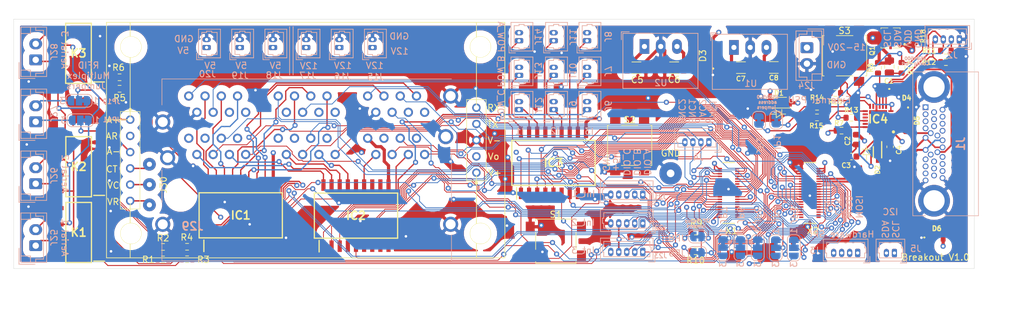
<source format=kicad_pcb>
(kicad_pcb (version 20240108) (generator "pcbnew") (generator_version "8.0")
  (layers (0 "F.Cu" signal) (1 "In1.Cu" power) (2 "In2.Cu" power) (31 "B.Cu" signal) (34 "B.Paste" user) (35 "F.Paste" user) (36 "B.SilkS" user "B.Silkscreen") (37 "F.SilkS" user "F.Silkscreen") (38 "B.Mask" user) (39 "F.Mask" user) (44 "Edge.Cuts" user))
  (net 0 "")
  (net 1 "GND")
  (net 2 "VS")
  (net 3 "VBUS")
  (net 4 "+5V")
  (net 5 "+12V")
  (net 6 "+4V8")
  (net 7 "VDD")
  (net 8 "CC1")
  (net 9 "CC2")
  (net 10 "I1_POWA")
  (net 11 "I1_POWB")
  (net 12 "I1_POWC")
  (net 13 "I2_POWA")
  (net 14 "I2_POWB")
  (net 15 "I2_POWC")
  (net 16 "I3_POWA")
  (net 17 "I3_POWB")
  (net 18 "I3_POWB_C")
  (net 19 "I3_POWA_C")
  (net 20 "I2_POWC_C")
  (net 21 "I2_POWB_C")
  (net 22 "I2_POWA_C")
  (net 23 "I1_POWC_C")
  (net 24 "I1_POWB_C")
  (net 25 "I1_POWA_C")
  (net 26 "P4_POWA")
  (net 27 "P4_POWB")
  (net 28 "P5_POWB")
  (net 29 "P5_POWA")
  (net 30 "I3_POWC")
  (net 31 "P6_POWB")
  (net 32 "P6_POWA")
  (net 33 "P6_POWA_C")
  (net 34 "P6_POWB_C")
  (net 35 "I3_POWC_C")
  (net 36 "P5_POWA_C")
  (net 37 "P5_POWB_C")
  (net 38 "P4_POWB_C")
  (net 39 "P4_POWA_C")
  (net 40 "P1_POWA")
  (net 41 "P1_POWC")
  (net 42 "P1_POWB")
  (net 43 "P2_POWA")
  (net 44 "P2_POWC")
  (net 45 "P2_POWB")
  (net 46 "P3_POWA")
  (net 47 "P3_POWB")
  (net 48 "P3_POWB_C")
  (net 49 "P3_POWA_C")
  (net 50 "P2_POWB_C")
  (net 51 "P2_POWC_C")
  (net 52 "P2_POWA_C")
  (net 53 "P1_POWB_C")
  (net 54 "P1_POWC_C")
  (net 55 "P1_POWA_C")
  (net 56 "Net-(IC4-Pad18)")
  (net 57 "Net-(IC4-Pad16)")
  (net 58 "ADDR1")
  (net 59 "ADDR0")
  (net 60 "Net-(IC4-Pad9)")
  (net 61 "U_SDA")
  (net 62 "U_SCL")
  (net 63 "Net-(IC4-Pad6)")
  (net 64 "I1_DIO_C")
  (net 65 "I1_DIO_B")
  (net 66 "I1_DIO_A")
  (net 67 "I2_DIO_C")
  (net 68 "I2_DIO_B")
  (net 69 "I2_DIO_A")
  (net 70 "I3_DIO_C")
  (net 71 "I3_DIO_B")
  (net 72 "I3_DIO_A")
  (net 73 "SPI_SS")
  (net 74 "SPI_CLK")
  (net 75 "SPI_MISO")
  (net 76 "SPI_MOSI")
  (net 77 "RFID_RX")
  (net 78 "RFID_TX")
  (net 79 "VR")
  (net 80 "VC")
  (net 81 "CT")
  (net 82 "DAC1")
  (net 83 "P3_DIO_B")
  (net 84 "P3_DIO_A")
  (net 85 "P2_DIO_B")
  (net 86 "P2_DIO_A")
  (net 87 "P1_DIO_B")
  (net 88 "P1_DIO_A")
  (net 89 "BNC2")
  (net 90 "P6_DIO_B")
  (net 91 "P6_DIO_A")
  (net 92 "BNC1")
  (net 93 "P5_DIO_B")
  (net 94 "P5_DIO_A")
  (net 95 "DAC2")
  (net 96 "P4_DIO_B")
  (net 97 "P4_DIO_A")
  (net 98 "D-")
  (net 99 "D+")
  (net 100 "I2C_SCL")
  (net 101 "ANT+")
  (net 102 "I2C_SDA")
  (net 103 "I1_MULT")
  (net 104 "I1_CON_C")
  (net 105 "I2_MULT")
  (net 106 "I2_CON_C")
  (net 107 "I3_MULT")
  (net 108 "I3_CON_C")
  (net 109 "Net-(K1-Pad3)")
  (net 110 "Net-(K1-Pad1)")
  (net 111 "Net-(K2-Pad3)")
  (net 112 "Net-(K2-Pad1)")
  (net 113 "Net-(K3-Pad3)")
  (net 114 "Net-(K3-Pad1)")
  (net 115 "Net-(Q1-Pad4)")
  (net 116 "+3V3")
  (net 117 "Net-(S1-Pad3)")
  (net 118 "Net-(S2-Pad3)")
  (net 119 "ANT-")
  (net 120 "MULT-")
  (net 121 "MULT+")
  (net 122 "Net-(IC2-Pad11)")
  (net 123 "Net-(IC2-Pad8)")
  (net 124 "PDO2")
  (net 125 "Alert")
  (net 126 "Net-(IC4-Pad17)")
  (net 127 "GPIO")
  (net 128 "PDO3")
  (net 129 "Net-(IC4-Pad11)")
  (net 130 "Net-(IC4-Pad3)")
  (net 131 "AR")
  (net 132 "RX1+")
  (net 133 "RX1-")
  (net 134 "SBU2")
  (net 135 "TX2-")
  (net 136 "TX2+")
  (net 137 "RX2+")
  (net 138 "RX2-")
  (net 139 "SBU1")
  (net 140 "TX1-")
  (net 141 "TX1+")
  (net 142 "Net-(S1-Pad2)")
  (net 143 "Net-(S1-Pad4)")
  (net 144 "Net-(S2-Pad2)")
  (net 145 "Net-(S2-Pad4)")
  (net 146 "Net-(S3-Pad1)")
  (net 147 "Net-(S3-Pad3)")
  (net 148 "Net-(U3-Pad69)")
  (net 149 "Net-(U3-Pad41)")
  (net 150 "Net-(U3-Pad42)")
  (net 151 "Net-(U3-Pad44)")
  (net 152 "Net-(U3-Pad1)")
  (net 153 "Net-(U3-Pad21)")
  (net 154 "Net-(U3-Pad31)")
  (net 155 "Net-(U3-Pad13)")
  (net 156 "Net-(J26-Pad1)")
  (net 157 "Net-(J26-Pad2)")
  (net 158 "Net-(J27-Pad1)")
  (net 159 "Net-(J27-Pad2)")
  (net 160 "Net-(J28-Pad1)")
  (net 161 "Net-(J28-Pad2)")
  (net 162 "Net-(JP8-Pad1)")
  (net 163 "Net-(JP9-Pad1)")
  (net 164 "Net-(C3-Pad2)")
  (net 165 "Net-(C1-Pad1)")
  (net 166 "Net-(C4-Pad2)")
  (net 167 "Net-(J25-Pad1)")
  (net 168 "Net-(J25-Pad2)")
  (net 169 "Net-(J31/32-Pad5)")
  (footprint "SamacSys_Parts:SOP254P700X210-8N" (layer "F.Cu") (at 57.4294 38.5826 180)
    (property "Reference" "K2")
    (property "Value" "G3VM-202J1" (hide yes))
  )
  (footprint "Resistor_SMD:R_0603_1608Metric" (layer "F.Cu") (at 63.818 26.3906 180)
    (property "Reference" "R5")
    (property "Value" "100R")
  )
  (footprint "Capacitor_SMD:C_0603_1608Metric" (layer "F.Cu") (at 184.13476 35.46632 90)
    (property "Reference" "C4")
    (property "Value" "1uF")
  )
  (footprint "Capacitor_SMD:C_0603_1608Metric" (layer "F.Cu") (at 178.09972 36.99256)
    (property "Reference" "C3")
    (property "Value" "1uF")
  )
  (footprint "Capacitor_SMD:C_0805_2012Metric" (layer "F.Cu") (at 184.023 22.9235 90)
    (property "Reference" "C1")
    (property "Value" "100nF")
  )
  (footprint "Capacitor_SMD:C_1206_3216Metric" (layer "F.Cu") (at 160.8452 23.0886)
    (property "Reference" "C7")
    (property "Value" "10uF")
  )
  (footprint "Capacitor_SMD:C_1206_3216Metric" (layer "F.Cu") (at 150.417 23.114 180)
    (property "Reference" "C6")
    (property "Value" "10uF")
  )
  (footprint "Capacitor_SMD:C_1206_3216Metric" (layer "F.Cu") (at 144.526 23.114)
    (property "Reference" "C5")
    (property "Value" "10uF")
  )
  (footprint "RatPub:S-FLAT-2" (layer "F.Cu") (at 166.78864 28.57754 180)
    (property "Reference" "D1")
    (property "Value" "MBR120VLSFT3G" (hide yes))
  )
  (footprint "SamacSys_Parts:PGB1010603MR" (layer "F.Cu") (at 186.944 31.37408 -90)
    (property "Reference" "D5")
    (property "Value" "PGB1010603MR" (hide yes))
  )
  (footprint "SamacSys_Parts:PGB1010603MR" (layer "F.Cu") (at 156.5148 21.1836 90)
    (property "Reference" "D3")
    (property "Value" "PGB1010603MR" (hide yes))
  )
  (footprint "SamacSys_Parts:QFN50P400X400X100-25N-D" (layer "F.Cu") (at 182.25516 31.13532 180)
    (property "Reference" "IC4")
    (property "Value" "STUSB4500QTR" (hide yes))
  )
  (footprint "SamacSys_Parts:SOP254P700X210-8N" (layer "F.Cu") (at 57.404 20.84324 180)
    (property "Reference" "K3")
    (property "Value" "G3VM-202J1" (hide yes))
  )
  (footprint "SamacSys_Parts:STL20N6F7" (layer "F.Cu") (at 184.20484 18.44548 90)
    (property "Reference" "Q1")
    (property "Value" "STL9P3LLH6" (hide yes))
  )
  (footprint "Resistor_SMD:R_0603_1608Metric" (layer "F.Cu") (at 153.7721 51.8033 180)
    (property "Reference" "R10")
    (property "Value" "2k2")
  )
  (footprint "Resistor_SMD:R_0603_1608Metric" (layer "F.Cu") (at 176.54828 32.93872)
    (property "Reference" "R7")
    (property "Value" "1k")
  )
  (footprint "Resistor_SMD:R_0603_1608Metric" (layer "F.Cu") (at 175.58208 27.051 180)
    (property "Reference" "R16")
    (property "Value" "100k")
  )
  (footprint "Resistor_SMD:R_0603_1608Metric" (layer "F.Cu") (at 182.245 23.1135 90)
    (property "Reference" "R8")
    (property "Value" "1k")
  )
  (footprint "Resistor_SMD:R_0603_1608Metric" (layer "F.Cu") (at 178.08244 30.92196)
    (property "Reference" "R13")
    (property "Value" "22k")
  )
  (footprint "Resistor_SMD:R_0603_1608Metric" (layer "F.Cu") (at 172.71746 30.87116)
    (property "Reference" "R15")
    (property "Value" "100k")
  )
  (footprint "Resistor_SMD:R_0603_1608Metric" (layer "F.Cu") (at 172.72812 29.20492)
    (property "Reference" "R14")
    (property "Value" "100k")
  )
  (footprint "Resistor_SMD:R_0603_1608Metric" (layer "F.Cu") (at 70.5998 51.1302 180)
    (property "Reference" "R2")
    (property "Value" "100R")
  )
  (footprint "Resistor_SMD:R_0603_1608Metric" (layer "F.Cu") (at 74.359 53.05552 180)
    (property "Reference" "R3")
    (property "Value" "100R")
  )
  (footprint "Resistor_SMD:R_0603_1608Metric" (layer "F.Cu") (at 63.818 24.59736 180)
    (property "Reference" "R6")
    (property "Value" "100R")
  )
  (footprint "asl_footprints:6mm_tactile_smd" (layer "F.Cu") (at 131.94284 50.22596 180)
    (property "Reference" "S1")
    (property "Value" "B3FS-1010P")
  )
  (footprint "asl_footprints:6mm_tactile_smd" (layer "F.Cu") (at 143.46936 35.23488 -90)
    (property "Reference" "S2")
    (property "Value" "B3FS-1010P")
  )
  (footprint "asl_footprints:6mm_tactile_smd" (layer "F.Cu") (at 177.03292 21.22932 90)
    (property "Reference" "S3")
    (property "Value" "B3FS-1010P")
  )
  (footprint "Wire_Pads:SolderWirePad_single_1-2mmDrill" (layer "F.Cu") (at 149.86 39.624)
    (property "Reference" "H1" (hide yes))
    (property "Value" "MountingHole_Pad")
  )
  (footprint "SamacSys_Parts:SOP254P700X210-8N" (layer "F.Cu") (at 57.4294 48.8696 180)
    (property "Reference" "K1")
    (property "Value" "G3VM-202J1" (hide yes))
  )
  (footprint "Resistor_SMD:R_0603_1608Metric" (layer "F.Cu") (at 187.97524 18.32864 -90)
    (property "Reference" "R18")
    (property "Value" "100k")
  )
  (footprint "Resistor_SMD:R_0603_1608Metric" (layer "F.Cu") (at 74.359 51.1048 180)
    (property "Reference" "R4")
    (property "Value" "100R")
  )
  (footprint "Resistor_SMD:R_0603_1608Metric" (layer "F.Cu") (at 185.928 23.114 -90)
    (property "Reference" "R17")
    (property "Value" "100k")
  )
  (footprint "SamacSys_Parts:SOIC127P1030X245-18N" (layer "F.Cu") (at 131.572 37.973 90)
    (property "Reference" "IC3")
    (property "Value" "TBD62083APG" (hide yes))
  )
  (footprint "SamacSys_Parts:SOIC127P1030X245-18N" (layer "F.Cu") (at 100.73386 46.23308 90)
    (property "Reference" "IC2")
    (property "Value" "TBD62083APG" (hide yes))
  )
  (footprint "SamacSys_Parts:SOIC127P1030X245-18N" (layer "F.Cu") (at 82.73796 46.18228 90)
    (property "Reference" "IC1")
    (property "Value" "TBD62083APG" (hide yes))
  )
  (footprint "Resistor_SMD:R_0603_1608Metric" (layer "F.Cu") (at 70.5998 53.08092 180)
    (property "Reference" "R1")
    (property "Value" "100R")
  )
  (footprint "RatPub:SolderWirePad_3x_0-8mmDrill2" (layer "F.Cu") (at 68.4784 41.3766 -90)
    (property "Reference" "J30")
    (property "Value" "Conn_01x03")
  )
  (footprint "RatPub:RFIDRW-ettl" (layer "F.Cu") (at 50.82548 14.73224)
    (property "Reference" "J31/32" (hide yes))
    (property "Value" "RFIDRW-ettl" (hide yes))
  )
  (footprint "Capacitor_SMD:C_0603_1608Metric" (layer "F.Cu") (at 178.80076 34.34364 -90)
    (property "Reference" "C2")
    (property "Value" "1uF")
  )
  (footprint "asl_footprints:PyBoard_D-Series" (layer "F.Cu") (at 165.2651 42.6847)
    (property "Reference" "U3" (hide yes))
    (property "Value" "PyBoard-D-Series")
  )
  (footprint "SamacSys_Parts:SOD2513X110N" (layer "F.Cu") (at 182.1688 36.322 -90)
    (property "Reference" "D2")
    (property "Value" "BAT60AE6327HTSA1" (hide yes))
  )
  (footprint "Resistor_SMD:R_0603_1608Metric" (layer "F.Cu") (at 153.81428 48.72228 180)
    (property "Reference" "R9")
    (property "Value" "2k2")
  )
  (footprint "Resistor_SMD:R_0603_1608Metric" (layer "F.Cu") (at 192.85 20.447)
    (property "Reference" "R11")
    (property "Value" "2k2")
  )
  (footprint "Capacitor_SMD:C_1206_3216Metric" (layer "F.Cu") (at 165.9654 23.0632)
    (property "Reference" "C8")
    (property "Value" "10uF")
  )
  (footprint "SamacSys_Parts:PGB1010603MR" (layer "F.Cu") (at 186.055 26.416)
    (property "Reference" "D4")
    (property "Value" "PGB1010603MR" (hide yes))
  )
  (footprint "asl_footprints:Hirose_40_pin" (layer "F.Cu") (at 158.9151 42.6847)
    (property "Reference" "X1")
    (property "Value" "Hirose_40_pin_connector")
  )
  (footprint "asl_footprints:Hirose_40_pin" (layer "F.Cu") (at 171.61564 42.6847)
    (property "Reference" "X2")
    (property "Value" "Hirose_40_pin_connector")
  )
  (footprint "RatPub:diodesymbol" (layer "F.Cu") (at 178.80076 38.34638 90)
    (property "Reference" "REF**" (hide yes))
    (property "Value" "diodesymbol")
  )
  (footprint "RatPub:diodesymbol" (layer "F.Cu") (at 164.7063 28.702)
    (property "Reference" "REF**" (hide yes))
    (property "Value" "diodesymbol")
  )
  (footprint "SamacSys_Parts:PGB1010603MR" (layer "F.Cu") (at 191.52616 49.64176)
    (property "Reference" "D6")
    (property "Value" "PGB1010603MR" (hide yes))
  )
  (footprint "Resistor_SMD:R_0603_1608Metric" (layer "F.Cu") (at 192.85 22.225)
    (property "Reference" "R12")
    (property "Value" "2k2")
  )
  (footprint "Connector_JST:JST_EH_B2B-EH-A_1x02_P2.50mm_Vertical" (layer "B.Cu") (at 50.7238 31.555266 90)
    (property "Reference" "J27")
    (property "Value" "Conn_02x01")
  )
  (footprint "Jumper:SolderJumper-3_P1.3mm_Bridged12_RoundedPad1.0x1.5mm_NumberLabels" (layer "B.Cu") (at 57.6834 31.3182 180)
    (property "Reference" "JP11")
    (property "Value" "Mult_Disable")
  )
  (footprint "Jumper:SolderJumper-3_P1.3mm_Bridged12_RoundedPad1.0x1.5mm_NumberLabels" (layer "B.Cu") (at 57.4848 28.2702 180)
    (property "Reference" "JP10")
    (property "Value" "Mult_Disable")
  )
  (footprint "Connector_JST:JST_EH_B2B-EH-A_1x02_P2.50mm_Vertical" (layer "B.Cu") (at 50.7238 41.241132 90)
    (property "Reference" "J26")
    (property "Value" "Conn_02x01")
  )
  (footprint "Connector_Molex:Molex_PicoBlade_53047-0510_1x05_P1.25mm_Vertical" (layer "B.Cu") (at 145.5166 42.9514 180)
    (property "Reference" "J21")
    (property "Value" "Conn_01x05")
  )
  (footprint "Connector_Molex:Molex_PicoBlade_53047-0510_1x05_P1.25mm_Vertical" (layer "B.Cu") (at 145.5166 51.9176 180)
    (property "Reference" "J23")
    (property "Value" "Conn_01x05")
  )
  (footprint "Connector_Molex:Molex_PicoBlade_53047-0510_1x05_P1.25mm_Vertical" (layer "B.Cu") (at 145.5166 47.4345 180)
    (property "Reference" "J22")
    (property "Value" "Conn_01x05")
  )
  (footprint "Connector_Molex:Molex_PicoBlade_53047-0410_1x04_P1.25mm_Vertical" (layer "B.Cu") (at 179.07 52.07 180)
    (property "Reference" "J3")
    (property "Value" "Conn_01x04")
  )
  (footprint "Connector_Molex:Molex_PicoBlade_53047-0210_1x02_P1.25mm_Vertical" (layer "B.Cu") (at 87.7697 19.939 90)
    (property "Reference" "J18")
    (property "Value" "Conn_01x02")
  )
  (footprint "Connector_Molex:Molex_PicoBlade_53047-0210_1x02_P1.25mm_Vertical" (layer "B.Cu") (at 92.9513 19.939 90)
    (property "Reference" "J17")
    (property "Value" "Conn_01x02")
  )
  (footprint "Connector_JST:JST_EH_B2B-EH-A_1x02_P2.50mm_Vertical" (layer "B.Cu") (at 50.7238 50.927 90)
    (property "Reference" "J25")
    (property "Value" "Conn_02x01")
  )
  (footprint "Connector_JST:JST_EH_B2B-EH-A_1x02_P2.50mm_Vertical" (layer "B.Cu") (at 50.7238 21.8694 90)
    (property "Reference" "J28")
    (property "Value" "Conn_02x01")
  )
  (footprint "Jumper:SolderJumper-3_P1.3mm_Bridged12_RoundedPad1.0x1.5mm_NumberLabels" (layer "B.Cu") (at 160.77184 51.24836 -90)
    (property "Reference" "JP6")
    (property "Value" "P3_DIO_A or SCL")
  )
  (footprint "Jumper:SolderJumper-3_P1.3mm_Bridged12_RoundedPad1.0x1.5mm_NumberLabels" (layer "B.Cu") (at 158.0388 51.24836 -90)
    (property "Reference" "JP7")
    (property "Value" "P3_DIO_B or SCL")
  )
  (footprint "Jumper:SolderJumper-3_P1.3mm_Bridged12_RoundedPad1.0x1.5mm_NumberLabels" (layer "B.Cu") (at 166.28364 51.27292 -90)
    (property "Reference" "JP4")
    (property "Value" "SolderJumper_3_Bridged12")
  )
  (footprint "Jumper:SolderJumper-3_P1.3mm_Bridged12_RoundedPad1.0x1.5mm_NumberLabels" (layer "B.Cu") (at 169.10304 51.27292 -90)
    (property "Reference" "JP3")
    (property "Value" "SolderJumper_3_Bridged12")
  )
  (footprint "Jumper:SolderJumper-3_P1.3mm_Bridged12_RoundedPad1.0x1.5mm_NumberLabels" (layer "B.Cu") (at 163.46424 51.24836 -90)
    (property "Reference" "JP5")
    (property "Value" "SolderJumper_3_Bridged12")
  )
  (footprint "Jumper:SolderJumper-2_P1.3mm_Bridged_RoundedPad1.0x1.5mm" (layer "B.Cu") (at 166.34968 31.2928 90)
    (property "Reference" "JP1")
    (property "Value" "SolderJumper_2_Bridged")
  )
  (footprint "SamacSys_Parts:MUSBRM1C130" (layer "B.Cu") (at 189.67196 29.28112 -90)
    (property "Reference" "J1")
    (property "Value" "MUSBRM1C130" (hide yes))
  )
  (footprint "Connector_Molex:Molex_PicoBlade_53047-0210_1x02_P1.25mm_Vertical" (layer "B.Cu") (at 82.5881 19.939 90)
    (property "Reference" "J19")
    (property "Value" "Conn_01x02")
  )
  (footprint "Jumper:SolderJumper-2_P1.3mm_Bridged_RoundedPad1.0x1.5mm" (layer "B.Cu") (at 154.051 52.07)
    (property "Reference" "JP9")
    (property "Value" "I2C pullup")
  )
  (footprint "Jumper:SolderJumper-2_P1.3mm_Bridged_RoundedPad1.0x1.5mm" (layer "B.Cu") (at 154.05608 49.5046)
    (property "Reference" "JP8")
    (property "Value" "I2C pullup")
  )
  (footprint "Jumper:SolderJumper-2_P1.3mm_Bridged_RoundedPad1.0x1.5mm" (layer "B.Cu") (at 163.66236 31.33344 90)
    (property "Reference" "JP2")
    (property "Value" "SolderJumper_2_Bridged")
  )
  (footprint "Connector_Molex:Molex_PicoBlade_53047-0210_1x02_P1.25mm_Vertical" (layer "B.Cu") (at 131.5974 24.29256 90)
    (property "Reference" "J10")
    (property "Value" "Conn_01x02")
  )
  (footprint "Connector_Molex:Molex_PicoBlade_53047-0210_1x02_P1.25mm_Vertical" (layer "B.Cu") (at 126.19228 18.87728 90)
    (property "Reference" "J14")
    (property "Value" "Conn_01x02")
  )
  (footprint "Connector_Molex:Molex_PicoBlade_53047-0210_1x02_P1.25mm_Vertical" (layer "B.Cu") (at 131.5974 18.87728 90)
    (property "Reference" "J11")
    (property "Value" "Conn_01x02")
  )
  (footprint "Connector_Molex:Molex_PicoBlade_53047-0210_1x02_P1.25mm_Vertical" (layer "B.Cu") (at 136.80948 24.29256 90)
    (property "Reference" "J7")
    (property "Value" "Conn_01x02")
  )
  (footprint "Connector_Molex:Molex_PicoBlade_53047-0210_1x02_P1.25mm_Vertical" (layer "B.Cu") (at 126.19228 24.29256 90)
    (property "Reference" "J13")
    (property "Value" "Conn_01x02")
  )
  (footprint "Connector_Molex:Molex_PicoBlade_53047-0210_1x02_P1.25mm_Vertical" (layer "B.Cu") (at 131.5974 29.65704 90)
    (property "Reference" "J9")
    (property "Value" "Conn_01x02")
  )
  (footprint "Connector_Molex:Molex_PicoBlade_53047-0210_1x02_P1.25mm_Vertical" (layer "B.Cu") (at 136.80948 29.65704 90)
    (property "Reference" "J6")
    (property "Value" "Conn_01x02")
  )
  (footprint "Connector_Molex:Molex_PicoBlade_53047-0210_1x02_P1.25mm_Vertical" (layer "B.Cu") (at 136.80948 18.87728 90)
    (property "Reference" "J8")
    (property "Value" "Conn_01x02")
  )
  (footprint "Connector_Molex:Molex_PicoBlade_53047-0210_1x02_P1.25mm_Vertical" (layer "B.Cu") (at 126.19228 29.65704 90)
    (property "Reference" "J12")
    (property "Value" "Conn_01x02")
  )
  (footprint "asl_footprints:Converter_DCDC_RECOM_R-78E-0.5_THT" (layer "B.Cu") (at 159.74568 19.92884)
    (property "Reference" "U1")
    (property "Value" "R-78E5.0-1.0")
  )
  (footprint "Connector_Molex:Molex_PicoBlade_53047-0210_1x02_P1.25mm_Vertical" (layer "B.Cu") (at 103.3145 19.939 90)
    (property "Reference" "J15")
    (property "Value" "Conn_01x02")
  )
  (footprint "Connector_Molex:Molex_PicoBlade_53047-0210_1x02_P1.25mm_Vertical" (layer "B.Cu") (at 98.1329 19.939 90)
    (property "Reference" "J16")
    (property "Value" "Conn_01x02")
  )
  (footprint "Connector_Molex:Molex_PicoBlade_53047-0210_1x02_P1.25mm_Vertical" (layer "B.Cu") (at 77.4065 19.939 90)
    (property "Reference" "J20")
    (property "Value" "Conn_01x02")
  )
  (footprint "SamacSys_Parts:55692611" (layer "B.Cu") (at 83.51266 36.66998 180)
    (property "Reference" "J29")
    (property "Value" "5569261-1" (hide yes))
  )
  (footprint "Connector_Molex:Molex_PicoBlade_53047-0410_1x04_P1.25mm_Vertical" (layer "B.Cu") (at 155.84424 34.75736 180)
    (property "Reference" "J4")
    (property "Value" "Conn_01x04")
  )
  (footprint "Connector_JST:JST_EH_B2B-EH-A_1x02_P2.50mm_Vertical" (layer "B.Cu") (at 171.1452 19.9644 -90)
    (property "Reference" "J24")
    (property "Value" "Conn_02x01")
  )
  (footprint "Connector_Molex:Molex_PicoBlade_53047-0410_1x04_P1.25mm_Vertical" (layer "B.Cu") (at 194.945 18.669 180)
    (property "Reference" "J2")
    (property "Value" "Conn_01x04")
  )
  (footprint "asl_footprints:Converter_DCDC_RECOM_R-78E-0.5_THT" (layer "B.Cu") (at 145.77568 19.78152)
    (property "Reference" "U2")
    (property "Value" "R-78E12-1.0_X9")
  )
  (footprint "Connector_Molex:Molex_PicoBlade_53047-0210_1x02_P1.25mm_Vertical" (layer "B.Cu") (at 184.8104 52.0827 180)
    (property "Reference" "J5")
    (property "Value" "Conn_01x02")
  )
  (gr_line (start 90.9193 16.7005) (end 90.9193 24.2189) (stroke (width 0.12)) (layer "B.SilkS"))
  (gr_line (start 90.3732 16.7132) (end 90.3732 24.2316) (stroke (width 0.12)) (layer "B.SilkS"))
  (gr_line (start 47.2694 54.5067) (end 197.2694 54.5067) (stroke (width 0.05)) (layer "Edge.Cuts"))
  (gr_line (start 197.2694 15.5067) (end 197.2694 54.5067) (stroke (width 0.05)) (layer "Edge.Cuts"))
  (gr_line (start 47.2694 15.5067) (end 197.2694 15.5067) (stroke (width 0.05)) (layer "Edge.Cuts"))
  (gr_line (start 47.2694 15.5067) (end 47.2694 54.5067) (stroke (width 0.05)) (layer "Edge.Cuts"))
  (gr_text "GND\nVDD\nSDA\nSCL" (at 186.0804 18.542 -90) (layer "B.SilkS") (effects (font (size 1 1)) (justify mirror)))
  (gr_text "12V" (at 93.3704 22.8092 0) (layer "B.SilkS") (effects (font (size 1 1)) (justify mirror)))
  (gr_text "5V" (at 77.9653 22.7711 0) (layer "B.SilkS") (effects (font (size 1 1)) (justify mirror)))
  (gr_text "12V" (at 103.6574 22.7711 0) (layer "B.SilkS") (effects (font (size 1 1)) (justify mirror)))
  (gr_text "USB4500\nConfig Port" (at 188.087 22.0599 0) (layer "B.SilkS") (effects (font (size 0.5 0.5) (thickness 0.125)) (justify mirror)))
  (gr_text "Aerial 3" (at 55.22976 20.28952 -90) (layer "B.SilkS") (effects (font (size 1 1)) (justify mirror)))
  (gr_text "Int_1" (at 136.2456 42.8244 0) (layer "B.SilkS") (effects (font (size 1 1)) (justify mirror)))
  (gr_text "GND" (at 107.4928 18.1864 0) (layer "B.SilkS") (effects (font (size 1 1)) (justify mirror)))
  (gr_text "5V" (at 82.8167 22.7711 0) (layer "B.SilkS") (effects (font (size 1 1)) (justify mirror)))
  (gr_text "GND\n" (at 175.7553 22.6568 0) (layer "B.SilkS") (effects (font (size 1 1)) (justify mirror)))
  (gr_text "15-20V" (at 177.3682 19.9009 0) (layer "B.SilkS") (effects (font (size 1 1)) (justify mirror)))
  (gr_text "POW_B" (at 123.3424 23.6728 270) (layer "B.SilkS") (effects (font (size 1 1)) (justify mirror)))
  (gr_text "USB4500 \naddress \njumpers" (at 164.8206 28.4861 0) (layer "B.SilkS") (effects (font (size 0.5 0.5) (thickness 0.125)) (justify mirror)))
  (gr_text "I2C" (at 184.1881 45.6438 0) (layer "B.SilkS") (effects (font (size 1 1)) (justify mirror)))
  (gr_text "12V" (at 98.679 22.7711 0) (layer "B.SilkS") (effects (font (size 1 1)) (justify mirror)))
  (gr_text "SCL\nSDA" (at 184.1627 48.3743 -90) (layer "B.SilkS") (effects (font (size 1 1)) (justify mirror)))
  (gr_text "Hardware SPI" (at 176.6062 49.149 0) (layer "B.SilkS") (effects (font (size 1 1)) (justify mirror)))
  (gr_text "Aerial 1" (at 55.26786 49.63414 270) (layer "B.SilkS") (effects (font (size 1 1)) (justify mirror)))
  (gr_text "Aerial 2" (at 55.30596 39.63416 -90) (layer "B.SilkS") (effects (font (size 1 1)) (justify mirror)))
  (gr_text "Int_3\n" (at 136.1948 51.6636 0) (layer "B.SilkS") (effects (font (size 1 1)) (justify mirror)))
  (gr_text "DAC1\nDAC2\nBNC1\nBNC2" (at 154.0256 29.9212 270) (layer "B.SilkS") (effects (font (size 1 1)) (justify mirror)))
  (gr_text "5V" (at 88.1634 22.7711 0) (layer "B.SilkS") (effects (font (size 1 1)) (justify mirror)))
  (gr_text "RFID \nMultiplex \nJumpers" (at 58.58764 24.34336 0) (layer "B.SilkS") (effects (font (size 1 1)) (justify mirror)))
  (gr_text "I3" (at 137.16 33.0708 0) (layer "B.SilkS") (effects (font (size 1 1)) (justify mirror)))
  (gr_text "I2" (at 131.7752 33.02 0) (layer "B.SilkS") (effects (font (size 1 1)) (justify mirror)))
  (gr_text "External PSU" (at 173.101 28.1432 0) (layer "B.SilkS") (effects (font (size 1 1)) (justify mirror)))
  (gr_text "5V" (at 73.7616 20.4216 0) (layer "B.SilkS") (effects (font (size 1 1)) (justify mirror)))
  (gr_text "Int_2\n" (at 136.1948 47.2948 0) (layer "B.SilkS") (effects (font (size 1 1)) (justify mirror)))
  (gr_text "POW_A" (at 123.3932 18.288 270) (layer "B.SilkS") (effects (font (size 1 1)) (justify mirror)))
  (gr_text "POW_C\n" (at 123.3424 28.956 270) (layer "B.SilkS") (effects (font (size 1 1)) (justify mirror)))
  (gr_text "12V" (at 107.5436 20.5232 0) (layer "B.SilkS") (effects (font (size 1 1)) (justify mirror)))
  (gr_text "I1" (at 126.2888 33.0708 0) (layer "B.SilkS") (effects (font (size 1 1)) (justify mirror)))
  (gr_text "I2C Pullup \nJumpers" (at 153.8859 47.4345 0) (layer "B.SilkS") (effects (font (size 0.5 0.5) (thickness 0.125)) (justify mirror)))
  (gr_text "MOSI\nMISO\nCLK\nSS" (at 176.8602 44.8564 270) (layer "B.SilkS") (effects (font (size 1 1)) (justify mirror)))
  (gr_text "GND\n" (at 73.8632 18.5928 0) (layer "B.SilkS") (effects (font (size 1 1)) (justify mirror)))
  (gr_text "DIO_A\nDIO_B\nDIO_C\n+5V\nGND\n" (at 143.002 37.846 270) (layer "B.SilkS") (effects (font (size 1 1)) (justify mirror)))
  (gr_text "GND" (at 149.8727 36.4744 0) (layer "F.SilkS") (effects (font (size 1 1))))
  (gr_text "Breakout V1.0" (at 191.22644 52.74564 0) (layer "F.SilkS") (effects (font (size 1 1))))
  (via (at 125.7554 36.322) (size 0.8) (drill 0.4) (layers "F.Cu" "B.Cu") (net 0))
  (segment (start 162.28568 23.05408) (end 162.3202 23.0886) (width 0.5) (layer "F.Cu") (net 1))
  (segment (start 60.604 22.11324) (end 61.53404 22.11324) (width 0.27) (layer "F.Cu") (net 1))
  (segment (start 160.2701 45.6847) (end 161.9222 45.6847) (width 0.125) (layer "F.Cu") (net 1))
  (segment (start 60.6294 50.1396) (end 60.6294 50.1781) (width 0.125) (layer "F.Cu") (net 1))
  (segment (start 169.645101 39.6847) (end 169.645101 39.673409) (width 0.125) (layer "F.Cu") (net 1))
  (segment (start 87.81796 50.95728) (end 88.549596 50.95728) (width 0.125) (layer "F.Cu") (net 1))
  (segment (start 177.56429 36.99256) (end 177.32472 36.99256) (width 0.25) (layer "F.Cu") (net 1))
  (segment (start 182.00516 27.660487) (end 182.00516 27.16676) (width 0.2) (layer "F.Cu") (net 1))
  (segment (start 148.942 20.40784) (end 148.31568 19.78152) (width 0.5) (layer "F.Cu") (net 1))
  (segment (start 161.9222 45.6847) (end 163.795333 45.6847) (width 0.125) (layer "F.Cu") (net 1))
  (segment (start 182.00516 30.88532) (end 182.25516 31.13532) (width 0.3) (layer "F.Cu") (net 1))
  (segment (start 61.53404 22.11324) (end 62.23 22.8092) (width 0.27) (layer "F.Cu") (net 1))
  (segment (start 146.001 22.987) (end 146.001 22.0962) (width 0.5) (layer "F.Cu") (net 1))
  (segment (start 156.50464 24.27224) (end 156.464 24.2316) (width 0.5) (layer "F.Cu") (net 1))
  (segment (start 189.06744 49.64176) (end 189.0268 49.6824) (width 0.125) (layer "F.Cu") (net 1))
  (segment (start 185.486781 27.670019) (end 185.302419 27.670019) (width 0.2) (layer "F.Cu") (net 1))
  (segment (start 136.652 42.7609) (end 136.652 42.748) (width 0.125) (layer "F.Cu") (net 1))
  (segment (start 162.892766 45.6847) (end 163.0962 45.6847) (width 0.125) (layer "F.Cu") (net 1))
  (segment (start 60.579 39.8526) (end 61.468 40.7416) (width 0.27) (layer "F.Cu") (net 1))
  (segment (start 170.2601 39.2847) (end 169.245101 39.2847) (width 0.25) (layer "F.Cu") (net 1))
  (segment (start 141.21936 39.23488) (end 139.704568 39.23488) (width 0.2) (layer "F.Cu") (net 1))
  (segment (start 88.549596 50.95728) (end 89.808843 49.698033) (width 0.125) (layer "F.Cu") (net 1))
  (segment (start 168.473345 38.501654) (end 168.473345 37.951238) (width 0.25) (layer "F.Cu") (net 1))
  (segment (start 148.942 23.114) (end 148.942 20.40784) (width 0.5) (layer "F.Cu") (net 1))
  (segment (start 136.652 42.748) (end 136.652 43.3197) (width 0.125) (layer "F.Cu") (net 1))
  (segment (start 168.473345 38.512944) (end 169.645101 39.6847) (width 0.25) (layer "F.Cu") (net 1))
  (segment (start 177.32472 36.99256) (end 177.32472 37.35548) (width 0.25) (layer "F.Cu") (net 1))
  (segment (start 60.604 17.03324) (end 60.604 17.9955) (width 0.125) (layer "F.Cu") (net 1))
  (segment (start 148.691 20.15684) (end 148.31568 19.78152) (width 0.5) (layer "F.Cu") (net 1))
  (segment (start 62.2673 51.816) (end 62.484 51.816) (width 0.125) (layer "F.Cu") (net 1))
  (segment (start 182.00516 29.13532) (end 182.00516 27.660487) (width 0.2) (layer "F.Cu") (net 1))
  (segment (start 161.7736 20.44092) (end 162.28568 19.92884) (width 0.27) (layer "F.Cu") (net 1))
  (segment (start 137.1598 42.748) (end 138.049 43.6372) (width 0.125) (layer "F.Cu") (net 1))
  (segment (start 136.652 42.748) (end 136.652 43.2054) (width 0.2) (layer "F.Cu") (net 1))
  (segment (start 127.94284 47.97596) (end 129.44304 47.97596) (width 0.125) (layer "F.Cu") (net 1))
  (segment (start 178.80076 35.11864) (end 178.80076 35.75609) (width 0.25) (layer "F.Cu") (net 1))
  (segment (start 168.567046 38.595354) (end 168.473345 38.501654) (width 0.125) (layer "F.Cu") (net 1))
  (segment (start 161.7736 25.15208) (end 163.93668 27.31516) (width 0.27) (layer "F.Cu") (net 1))
  (segment (start 60.6294 50.1781) (end 62.2673 51.816) (width 0.125) (layer "F.Cu") (net 1))
  (segment (start 136.652 42.748) (end 137.1598 42.748) (width 0.125) (layer "F.Cu") (net 1))
  (segment (start 194.945 20.32) (end 195.961 21.336) (width 0.225) (layer "F.Cu") (net 1))
  (segment (start 190.63616 49.64176) (end 189.06744 49.64176) (width 0.125) (layer "F.Cu") (net 1))
  (segment (start 161.9222 45.6847) (end 162.892766 45.6847) (width 0.125) (layer "F.Cu") (net 1))
  (segment (start 60.6294 39.8526) (end 60.579 39.8526) (width 0.27) (layer "F.Cu") (net 1))
  (segment (start 186.944 30.48408) (end 188.161436 29.266644) (width 0.27) (layer "F.Cu") (net 1))
  (segment (start 60.604 17.9955) (end 60.7695 18.161) (width 0.125) (layer "F.Cu") (net 1))
  (segment (start 168.856391 38.8847) (end 168.850746 38.890345) (width 0.2) (layer "F.Cu") (net 1))
  (segment (start 182.00516 26.22696) (end 181.7751 25.9969) (width 0.2) (layer "F.Cu") (net 1))
  (segment (start 60.604 22.0595) (end 60.7695 22.225) (width 0.125) (layer "F.Cu") (net 1))
  (segment (start 194.945 18.669) (end 194.945 20.32) (width 0.225) (layer "F.Cu") (net 1))
  (segment (start 60.6294 45.0596) (end 61.0616 45.0596) (width 0.125) (layer "F.Cu") (net 1))
  (segment (start 139.704568 39.23488) (end 139.538068 39.40138) (width 0.2) (layer "F.Cu") (net 1))
  (segment (start 171.371059 47.957941) (end 171.262752 47.957941) (width 0.125) (layer "F.Cu") (net 1))
  (segment (start 170.2601 38.8847) (end 168.856391 38.8847) (width 0.2) (layer "F.Cu") (net 1))
  (segment (start 60.6294 45.0596) (end 61.2648 45.0596) (width 0.27) (layer "F.Cu") (net 1))
  (segment (start 60.604 22.11324) (end 60.604 22.0595) (width 0.125) (layer "F.Cu") (net 1))
  (segment (start 177.32472 37.35548) (end 178.57216 38.60292) (width 0.25) (layer "F.Cu") (net 1))
  (segment (start 174.75708 27.051) (end 172.30344 27.051) (width 0.125) (layer "F.Cu") (net 1))
  (segment (start 163.93668 27.31516) (end 163.93668 27.54884) (width 0.27) (layer "F.Cu") (net 1))
  (segment (start 184.13476 36.24132) (end 184.13476 37.65804) (width 0.2) (layer "F.Cu") (net 1))
  (segment (start 61.4426 34.7726) (end 62.23 35.56) (width 0.27) (layer "F.Cu") (net 1))
  (segment (start 156.5148 22.0736) (end 156.5148 24.27224) (width 0.5) (layer "F.Cu") (net 1))
  (segment (start 129.44304 47.97596) (end 129.667 47.752) (width 0.125) (layer "F.Cu") (net 1))
  (segment (start 106.99008 51.00808) (end 108.52912 49.46904) (width 0.125) (layer "F.Cu") (net 1))
  (segment (start 185.486781 27.670019) (end 185.353219 27.670019) (width 0.2) (layer "F.Cu") (net 1))
  (segment (start 60.6294 34.7726) (end 61.4426 34.7726) (width 0.27) (layer "F.Cu") (net 1))
  (segment (start 105.81386 51.00808) (end 106.99008 51.00808) (width 0.125) (layer "F.Cu") (net 1))
  (segment (start 185.353219 27.670019) (end 185.165 27.4818) (width 0.2) (layer "F.Cu") (net 1))
  (segment (start 61.468 40.7416) (end 62.23 40.7416) (width 0.27) (layer "F.Cu") (net 1))
  (segment (start 172.30344 27.051) (end 171.79036 26.53792) (width 0.125) (layer "F.Cu") (net 1))
  (segment (start 178.80076 35.75609) (end 177.56429 36.99256) (width 0.25) (layer "F.Cu") (net 1))
  (segment (start 170.2601 38.8847) (end 169.43086 38.8847) (width 0.2) (layer "F.Cu") (net 1))
  (segment (start 170.2601 39.6847) (end 169.645101 39.6847) (width 0.25) (layer "F.Cu") (net 1))
  (segment (start 160.2701 45.6847) (end 160.2701 46.4847) (width 0.125) (layer "F.Cu") (net 1))
  (segment (start 163.795333 45.6847) (end 163.881433 45.7708) (width 0.125) (layer "F.Cu") (net 1))
  (segment (start 162.28568 19.92884) (end 162.28568 23.05408) (width 0.5) (layer "F.Cu") (net 1))
  (segment (start 156.5148 24.27224) (end 156.50464 24.27224) (width 0.5) (layer "F.Cu") (net 1))
  (segment (start 168.473345 38.501654) (end 168.473345 38.512944) (width 0.25) (layer "F.Cu") (net 1))
  (segment (start 146.001 22.0962) (end 148.31568 19.78152) (width 0.5) (layer "F.Cu") (net 1))
  (segment (start 61.722 45.5168) (end 62.4332 45.5168) (width 0.27) (layer "F.Cu") (net 1))
  (segment (start 182.00516 29.13532) (end 182.00516 30.88532) (width 0.3) (layer "F.Cu") (net 1))
  (segment (start 188.161436 29.266644) (end 188.23227 29.266644) (width 0.27) (layer "F.Cu") (net 1))
  (segment (start 61.2648 45.0596) (end 61.722 45.5168) (width 0.27) (layer "F.Cu") (net 1))
  (segment (start 185.165 27.4818) (end 185.165 26.416) (width 0.2) (layer "F.Cu") (net 1))
  (segment (start 182.00516 29.13532) (end 182.00516 26.22696) (width 0.2) (layer "F.Cu") (net 1))
  (segment (start 115.51266 47.58998) (end 115.51266 47.47914) (width 0.2) (layer "F.Cu") (net 1))
  (segment (start 168.473345 37.951238) (end 168.499073 37.92551) (width 0.25) (layer "F.Cu") (net 1))
  (via (at 62.23 22.8092) (size 0.8) (drill 0.4) (layers "F.Cu" "B.Cu") (net 1))
  (via (at 60.7695 18.161) (size 0.8) (drill 0.4) (layers "F.Cu" "B.Cu") (net 1))
  (via (at 156.464 24.2316) (size 0.8) (drill 0.4) (layers "F.Cu" "B.Cu") (net 1))
  (via (at 115.9891 43.688) (size 0.8) (drill 0.4) (layers "F.Cu" "B.Cu") (net 1))
  (via (at 75.2983 38.4683) (size 0.8) (drill 0.4) (layers "F.Cu" "B.Cu") (net 1))
  (via (at 184.13476 37.65804) (size 0.8) (drill 0.4) (layers "F.Cu" "B.Cu") (net 1))
  (via (at 175.1584 20.56892) (size 0.8) (drill 0.4) (layers "F.Cu" "B.Cu") (net 1))
  (via (at 62.484 51.816) (size 0.8) (drill 0.4) (layers "F.Cu" "B.Cu") (net 1))
  (via (at 124.3076 47.8028) (size 0.8) (drill 0.4) (layers "F.Cu" "B.Cu") (net 1))
  (via (at 171.79036 26.53792) (size 0.8) (drill 0.4) (layers "F.Cu" "B.Cu") (net 1))
  (via (at 185.486781 27.670019) (size 0.8) (drill 0.4) (layers "F.Cu" "B.Cu") (net 1))
  (via (at 89.808843 49.698033) (size 0.8) (drill 0.4) (layers "F.Cu" "B.Cu") (net 1))
  (via (at 101.3333 29.4894) (size 0.8) (drill 0.4) (layers "F.Cu" "B.Cu") (net 1))
  (via (at 171.262752 47.957941) (size 0.8) (drill 0.4) (layers "F.Cu" "B.Cu") (net 1))
  (via (at 62.23 35.56) (size 0.8) (drill 0.4) (layers "F.Cu" "B.Cu") (net 1))
  (via (at 172.8724 52.1081) (size 0.8) (drill 0.4) (layers "F.Cu" "B.Cu") (net 1))
  (via (at 80.2386 44.1071) (size 0.8) (drill 0.4) (layers "F.Cu" "B.Cu") (net 1))
  (via (at 139.538068 39.40138) (size 0.8) (drill 0.4) (layers "F.Cu" "B.Cu") (net 1))
  (via (at 181.7751 25.9969) (size 0.8) (drill 0.4) (layers "F.Cu" "B.Cu") (net 1))
  (via (at 85.0392 26.6192) (size 0.8) (drill 0.4) (layers "F.Cu" "B.Cu") (net 1))
  (via (at 129.667 47.752) (size 0.8) (drill 0.4) (layers "F.Cu" "B.Cu") (net 1))
  (via (at 101.6 36.3474) (size 0.8) (drill 0.4) (layers "F.Cu" "B.Cu") (net 1))
  (via (at 119.4308 26.3652) (size 0.8) (drill 0.4) (layers "F.Cu" "B.Cu") (net 1))
  (via (at 146.3548 27.8384) (size 0.8) (drill 0.4) (layers "F.Cu" "B.Cu") (net 1))
  (via (at 163.93668 27.54884) (size 0.8) (drill 0.4) (layers "F.Cu" "B.Cu") (net 1))
  (via (at 161.90976 29.49448) (size 0.8) (drill 0.4) (layers "F.Cu" "B.Cu") (net 1))
  (via (at 129.8448 51.9049) (size 0.8) (drill 0.4) (layers "F.Cu" "B.Cu") (net 1))
  (via (at 161.8869 36.4744) (size 0.8) (drill 0.4) (layers "F.Cu" "B.Cu") (net 1))
  (via (at 171.6024 43.1165) (size 0.8) (drill 0.4) (layers "F.Cu" "B.Cu") (net 1))
  (via (at 98.070301 44.21836) (size 0.8) (drill 0.4) (layers "F.Cu" "B.Cu") (net 1))
  (via (at 62.4332 45.5168) (size 0.8) (drill 0.4) (layers "F.Cu" "B.Cu") (net 1))
  (via (at 143.8148 49.5808) (size 0.8) (drill 0.4) (layers "F.Cu" "B.Cu") (net 1))
  (via (at 122.3772 33.401) (size 0.8) (drill 0.4) (layers "F.Cu" "B.Cu") (net 1))
  (via (at 132.842 20.7772) (size 0.8) (drill 0.4) (layers "F.Cu" "B.Cu") (net 1))
  (via (at 163.881433 45.7708) (size 0.8) (drill 0.4) (layers "F.Cu" "B.Cu") (net 1))
  (via (at 139.8143 44.2722) (size 0.8) (drill 0.4) (layers "F.Cu" "B.Cu") (net 1))
  (via (at 101.4222 47.0789) (size 0.8) (drill 0.4) (layers "F.Cu" "B.Cu") (net 1))
  (via (at 108.52912 49.46904) (size 0.8) (drill 0.4) (layers "F.Cu" "B.Cu") (net 1))
  (via (at 188.23227 29.266644) (size 0.8) (drill 0.4) (layers "F.Cu" "B.Cu") (net 1))
  (via (at 124.4346 37.1221) (size 0.8) (drill 0.4) (layers "F.Cu" "B.Cu") (net 1))
  (via (at 189.0268 49.6824) (size 0.8) (drill 0.4) (layers "F.Cu" "B.Cu") (net 1))
  (via (at 49.6316 25.2603) (size 0.8) (drill 0.4) (layers "F.Cu" "B.Cu") (net 1))
  (via (at 128.6256 20.574) (size 0.8) (drill 0.4) (layers "F.Cu" "B.Cu") (net 1))
  (via (at 178.57216 38.60292) (size 0.8) (drill 0.4) (layers "F.Cu" "B.Cu") (net 1))
  (via (at 124.047597 40.501432) (size 0.8) (drill 0.4) (layers "F.Cu" "B.Cu") (net 1))
  (via (at 64.8081 28.5115) (size 0.8) (drill 0.4) (layers "F.Cu" "B.Cu") (net 1))
  (via (at 158.9024 42.0878) (size 0.8) (drill 0.4) (layers "F.Cu" "B.Cu") (net 1))
  (via (at 168.499073 37.92551) (size 0.8) (drill 0.4) (layers "F.Cu" "B.Cu") (net 1))
  (via (at 49.3268 35.1028) (size 0.8) (drill 0.4) (layers "F.Cu" "B.Cu") (net 1))
  (via (at 138.049 43.6372) (size 0.8) (drill 0.4) (layers "F.Cu" "B.Cu") (net 1))
  (via (at 132.7785 26.0858) (size 0.8) (drill 0.4) (layers "F.Cu" "B.Cu") (net 1))
  (via (at 49.5935 44.831) (size 0.8) (drill 0.4) (layers "F.Cu" "B.Cu") (net 1))
  (via (at 159.3977 51.9049) (size 0.8) (drill 0.4) (layers "F.Cu" "B.Cu") (net 1))
  (via (at 62.23 40.7416) (size 0.8) (drill 0.4) (layers "F.Cu" "B.Cu") (net 1))
  (via (at 195.961 21.336) (size 0.8) (drill 0.4) (layers "F.Cu" "B.Cu") (net 1))
  (via (at 84.13442 47.58998) (size 0.8) (drill 0.4) (layers "F.Cu" "B.Cu") (net 1))
  (via (at 125.254825 42.651875) (size 0.8) (drill 0.4) (layers "F.Cu" "B.Cu") (net 1))
  (via (at 115.4938 37.7698) (size 0.8) (drill 0.4) (layers "F.Cu" "B.Cu") (net 1))
  (segment (start 162.2194 29.18484) (end 164.89172 29.18484) (width 0.15) (layer "B.Cu") (net 1))
  (segment (start 164.89172 29.18484) (end 166.34968 30.6428) (width 0.2) (layer "B.Cu") (net 1))
  (segment (start 163.66236 30.68344) (end 162.4734 29.49448) (width 0.15) (layer "B.Cu") (net 1))
  (segment (start 161.90976 29.49448) (end 162.2194 29.18484) (width 0.15) (layer "B.Cu") (net 1))
  (segment (start 162.4734 29.49448) (end 161.90976 29.49448) (width 0.15) (layer "B.Cu") (net 1))
  (segment (start 184.0738 21.27504) (end 182.42788 19.62912) (width 0.5) (layer "F.Cu") (net 2))
  (segment (start 182.42788 22.37252) (end 184.0238 22.37252) (width 0.5) (layer "F.Cu") (net 2))
  (segment (start 182.42788 19.62912) (end 182.42788 19.42592) (width 0.15) (layer "F.Cu") (net 2))
  (segment (start 184.0238 22.37252) (end 184.0738 22.42252) (width 0.5) (layer "F.Cu") (net 2))
  (segment (start 182.42788 22.37252) (end 182.42788 19.52244) (width 0.5) (layer "F.Cu") (net 2))
  (segment (start 181.4322 18.43024) (end 183.4896 18.43024) (width 2) (layer "F.Cu") (net 2))
  (segment (start 182.42788 19.42592) (end 181.4322 18.43024) (width 0.15) (layer "F.Cu") (net 2))
  (segment (start 181.44744 18.44548) (end 181.4322 18.43024) (width 2) (layer "F.Cu") (net 2))
  (segment (start 184.0738 22.42252) (end 184.0738 21.27504) (width 0.5) (layer "F.Cu") (net 2))
  (segment (start 145.77568 20.26232) (end 143.051 22.987) (width 0.5) (layer "F.Cu") (net 2))
  (segment (start 159.3702 23.0886) (end 159.3702 20.30432) (width 0.5) (layer "F.Cu") (net 2))
  (segment (start 159.3702 20.30432) (end 159.74568 19.92884) (width 0.5) (layer "F.Cu") (net 2))
  (segment (start 156.5148 20.2936) (end 156.5148 18.42682) (width 0.5) (layer "F.Cu") (net 2))
  (segment (start 159.9936 20.17676) (end 159.74568 19.92884) (width 0.27) (layer "F.Cu") (net 2))
  (segment (start 182.42788 22.38756) (end 182.42788 19.62912) (width 0.15) (layer "F.Cu") (net 2))
  (segment (start 145.77568 19.78152) (end 145.77568 20.26232) (width 0.5) (layer "F.Cu") (net 2))
  (segment (start 156.5148 18.42682) (end 157.37923 17.56239) (width 0.5) (layer "F.Cu") (net 2))
  (segment (start 183.50484 18.44548) (end 181.44744 18.44548) (width 2) (layer "F.Cu") (net 2))
  (segment (start 183.4896 18.43024) (end 183.50484 18.44548) (width 2) (layer "F.Cu") (net 2))
  (segment (start 160.0702 20.25336) (end 159.74568 19.92884) (width 0.5) (layer "F.Cu") (net 2))
  (segment (start 182.42788 19.52244) (end 183.50484 18.44548) (width 0.5) (layer "F.Cu") (net 2))
  (via (at 157.37923 17.56239) (size 0.8) (drill 0.4) (layers "F.Cu" "B.Cu") (net 2))
  (via (at 181.4322 18.43024) (size 0.8) (drill 0.4) (layers "F.Cu" "B.Cu") (net 2))
  (segment (start 187.54852 20.39112) (end 187.54852 19.58036) (width 1) (layer "F.Cu") (net 3))
  (segment (start 186.26336 19.304) (end 186.4614 19.304) (width 1) (layer "F.Cu") (net 3))
  (segment (start 174.6504 33.1216) (end 174.4345 33.3375) (width 0.2) (layer "F.Cu") (net 3))
  (segment (start 184.50408 33.13532) (end 186.01944 34.65068) (width 0.3) (layer "F.Cu") (net 3))
  (segment (start 185.72984 19.42048) (end 185.72984 18.420481) (width 1) (layer "F.Cu") (net 3))
  (segment (start 186.26336 19.304) (end 186.00043 19.04107) (width 1) (layer "F.Cu") (net 3))
  (segment (start 186.00043 19.04107) (end 185.72984 18.77048) (width 1) (layer "F.Cu") (net 3))
  (segment (start 185.72984 19.42048) (end 185.72984 19.31166) (width 1) (layer "F.Cu") (net 3))
  (segment (start 183.50516 33.13532) (end 183.72988 33.13532) (width 0.2) (layer "F.Cu") (net 3))
  (segment (start 174.6504 32.93872) (end 174.6504 33.1216) (width 0.2) (layer "F.Cu") (net 3))
  (segment (start 175.72328 32.93872) (end 174.6504 32.93872) (width 0.25) (layer "F.Cu") (net 3))
  (segment (start 187.54852 19.58036) (end 187.97524 19.15364) (width 1) (layer "F.Cu") (net 3))
  (segment (start 186.4614 19.304) (end 187.54852 20.39112) (width 1) (layer "F.Cu") (net 3))
  (segment (start 185.72984 19.42048) (end 185.72984 19.45128) (width 0.5) (layer "F.Cu") (net 3))
  (segment (start 192.41616 49.64176) (end 192.41616 51.01236) (width 0.5) (layer "F.Cu") (net 3))
  (segment (start 192.41616 51.01236) (end 192.41008 51.01844) (width 0.5) (layer "F.Cu") (net 3))
  (segment (start 183.72988 33.13532) (end 183.555161 33.13532) (width 0.3) (layer "F.Cu") (net 3))
  (segment (start 187.54852 20.39112) (end 187.35048 20.39112) (width 1) (layer "F.Cu") (net 3))
  (segment (start 179.165243 33.56864) (end 180.145526 34.548923) (width 0.5) (layer "F.Cu") (net 3))
  (segment (start 183.72988 33.13532) (end 184.50408 33.13532) (width 0.3) (layer "F.Cu") (net 3))
  (segment (start 178.80076 33.56864) (end 179.165243 33.56864) (width 0.5) (layer "F.Cu") (net 3))
  (segment (start 185.72984 19.31166) (end 186.00043 19.04107) (width 1) (layer "F.Cu") (net 3))
  (via (at 192.41008 51.01844) (size 0.8) (drill 0.4) (layers "F.Cu" "B.Cu") (net 3))
  (via (at 186.01944 34.65068) (size 0.8) (drill 0.4) (layers "F.Cu" "B.Cu") (net 3))
  (via (at 187.54852 20.39112) (size 0.8) (drill 0.4) (layers "F.Cu" "B.Cu") (net 3))
  (via (at 180.145526 34.548923) (size 0.8) (drill 0.4) (layers "F.Cu" "B.Cu") (net 3))
  (via (at 174.4345 33.3375) (size 0.8) (drill 0.4) (layers "F.Cu" "B.Cu") (net 3))
  (segment (start 164.82568 20.94992) (end 164.4904 21.2852) (width 0.5) (layer "F.Cu") (net 4))
  (segment (start 141.7666 47.4345) (end 141.7666 49.879061) (width 0.25) (layer "F.Cu") (net 4))
  (segment (start 165.39972 28.59024) (end 165.39972 26.75128) (width 0.5) (layer "F.Cu") (net 4))
  (segment (start 164.82568 23.04468) (end 164.8442 23.0632) (width 0.5) (layer "F.Cu") (net 4))
  (segment (start 141.7666 51.9176) (end 141.7666 49.972421) (width 0.25) (layer "F.Cu") (net 4))
  (segment (start 141.7666 49.879061) (end 141.81328 49.925741) (width 0.25) (layer "F.Cu") (net 4))
  (segment (start 164.4904 21.2852) (end 164.4904 23.0632) (width 0.5) (layer "F.Cu") (net 4))
  (segment (start 165.39972 28.59024) (end 165.39972 26.96972) (width 0.5) (layer "F.Cu") (net 4))
  (segment (start 165.39972 26.96972) (end 165.39972 26.75128) (width 0.125) (layer "F.Cu") (net 4))
  (segment (start 141.7666 42.9514) (end 141.7666 43.45528) (width 0.2) (layer "F.Cu") (net 4))
  (segment (start 164.96284 20.066) (end 164.82568 19.92884) (width 0.5) (layer "F.Cu") (net 4))
  (segment (start 164.82568 19.92884) (end 164.82568 20.94992) (width 0.5) (layer "F.Cu") (net 4))
  (segment (start 141.7666 49.972421) (end 141.81328 49.925741) (width 0.25) (layer "F.Cu") (net 4))
  (via (at 141.81328 49.925741) (size 0.8) (drill 0.4) (layers "F.Cu" "B.Cu") (net 4))
  (via (at 165.39972 26.75128) (size 0.8) (drill 0.4) (layers "F.Cu" "B.Cu") (net 4))
  (segment (start 105.149659 35.960059) (end 104.636579 35.446979) (width 0.5) (layer "F.Cu") (net 5))
  (segment (start 104.636579 35.446979) (end 103.879659 35.446979) (width 0.5) (layer "F.Cu") (net 5))
  (segment (start 105.149659 37.738059) (end 105.149659 35.960059) (width 0.5) (layer "F.Cu") (net 5))
  (segment (start 105.81386 38.40226) (end 105.149659 37.738059) (width 0.5) (layer "F.Cu") (net 5))
  (segment (start 87.81796 41.40728) (end 87.81796 36.3982) (width 0.5) (layer "F.Cu") (net 5))
  (segment (start 103.879659 35.446979) (end 102.56266 34.12998) (width 0.5) (layer "F.Cu") (net 5))
  (segment (start 138.731786 31.075912) (end 137.224488 31.075912) (width 0.5) (layer "F.Cu") (net 5))
  (segment (start 151.892 23.114) (end 151.892 20.81784) (width 0.5) (layer "F.Cu") (net 5))
  (segment (start 136.652 33.198) (end 136.652 31.6484) (width 0.5) (layer "F.Cu") (net 5))
  (segment (start 136.652 31.6484) (end 137.224488 31.075912) (width 0.5) (layer "F.Cu") (net 5))
  (segment (start 151.892 20.81784) (end 150.85568 19.78152) (width 0.5) (layer "F.Cu") (net 5))
  (segment (start 105.81386 41.45808) (end 105.81386 38.40226) (width 0.5) (layer "F.Cu") (net 5))
  (via (at 87.81796 36.3982) (size 0.8) (drill 0.4) (layers "F.Cu" "B.Cu") (net 5))
  (via (at 138.731786 31.075912) (size 0.8) (drill 0.4) (layers "F.Cu" "B.Cu") (net 5))
  (segment (start 157.1601 46.0847) (end 157.1601 46.1669) (width 0.2) (layer "F.Cu") (net 6))
  (segment (start 173.9392 39.0144) (end 173.6689 39.2847) (width 0.2) (layer "F.Cu") (net 6))
  (segment (start 172.9701 38.8847) (end 172.9701 39.6847) (width 0.125) (layer "F.Cu") (net 6))
  (segment (start 157.5601 46.0847) (end 157.1601 46.0847) (width 0.2) (layer "F.Cu") (net 6))
  (segment (start 157.1601 46.0847) (end 157.545099 45.699701) (width 0.2) (layer "F.Cu") (net 6))
  (segment (start 173.736 39.624) (end 173.0308 39.624) (width 0.2) (layer "F.Cu") (net 6))
  (segment (start 157.5601 46.4847) (end 157.314447 46.4847) (width 0.2) (layer "F.Cu") (net 6))
  (segment (start 173.9392 37.9476) (end 173.9392 38.7096) (width 0.2) (layer "F.Cu") (net 6))
  (segment (start 173.7641 38.8847) (end 173.9392 38.7096) (width 0.2) (layer "F.Cu") (net 6))
  (segment (start 156.841938 46.482) (end 156.251117 47.072821) (width 0.2) (layer "F.Cu") (net 6))
  (segment (start 156.8477 46.4847) (end 157.5601 46.4847) (width 0.2) (layer "F.Cu") (net 6))
  (segment (start 157.1601 46.1669) (end 156.845 46.482) (width 0.2) (layer "F.Cu") (net 6))
  (segment (start 156.845 46.482) (end 156.841938 46.482) (width 0.2) (layer "F.Cu") (net 6))
  (segment (start 169.69232 28.59024) (end 169.7228 28.62072) (width 0.5) (layer "F.Cu") (net 6))
  (segment (start 173.6689 39.2847) (end 172.9701 39.2847) (width 0.2) (layer "F.Cu") (net 6))
  (segment (start 173.9392 38.7096) (end 173.9392 39.0144) (width 0.2) (layer "F.Cu") (net 6))
  (segment (start 172.9701 38.8847) (end 173.7641 38.8847) (width 0.2) (layer "F.Cu") (net 6))
  (segment (start 173.9392 39.0144) (end 173.9392 39.4208) (width 0.2) (layer "F.Cu") (net 6))
  (segment (start 156.845 46.482) (end 156.8477 46.4847) (width 0.2) (layer "F.Cu") (net 6))
  (segment (start 173.0308 39.624) (end 172.985101 39.669699) (width 0.2) (layer "F.Cu") (net 6))
  (segment (start 168.39972 28.59024) (end 169.69232 28.59024) (width 0.5) (layer "F.Cu") (net 6))
  (segment (start 173.9392 39.4208) (end 173.736 39.624) (width 0.2) (layer "F.Cu") (net 6))
  (via (at 169.7228 28.62072) (size 0.8) (drill 0.4) (layers "F.Cu" "B.Cu") (net 6))
  (via (at 173.9392 37.9476) (size 0.8) (drill 0.4) (layers "F.Cu" "B.Cu") (net 6))
  (via (at 156.5656 47.1932) (size 0.8) (drill 0.4) (layers "F.Cu" "B.Cu") (net 6))
  (segment (start 193.695 22.205) (end 193.675 22.225) (width 0.225) (layer "F.Cu") (net 7))
  (segment (start 181.15788 38.52164) (end 181.15788 35.75812) (width 0.25) (layer "F.Cu") (net 7))
  (segment (start 173.55312 29.20492) (end 173.55312 30.8605) (width 0.2) (layer "F.Cu") (net 7))
  (segment (start 179.28292 25.22932) (end 179.28292 26.86348) (width 0.2) (layer "F.Cu") (net 7))
  (segment (start 173.55312 30.8605) (end 173.54246 30.87116) (width 0.2) (layer "F.Cu") (net 7))
  (segment (start 176.953124 29.20492) (end 177.28201 28.876034) (width 0.2) (layer "F.Cu") (net 7))
  (segment (start 181.732 35.184) (end 182.1688 35.184) (width 0.25) (layer "F.Cu") (net 7))
  (segment (start 193.695 18.669) (end 193.695 22.205) (width 0.225) (layer "F.Cu") (net 7))
  (segment (start 173.55312 29.20492) (end 176.953124 29.20492) (width 0.2) (layer "F.Cu") (net 7))
  (segment (start 182.50516 34.84764) (end 182.1688 35.184) (width 0.25) (layer "F.Cu") (net 7))
  (segment (start 179.28292 26.86348) (end 179.1208 27.0256) (width 0.2) (layer "F.Cu") (net 7))
  (segment (start 181.15788 35.75812) (end 181.732 35.184) (width 0.25) (layer "F.Cu") (net 7))
  (segment (start 182.50516 33.13532) (end 182.50516 34.84764) (width 0.25) (layer "F.Cu") (net 7))
  (via (at 181.15788 38.52164) (size 0.8) (drill 0.4) (layers "F.Cu" "B.Cu") (net 7))
  (via (at 177.28201 28.876034) (size 0.8) (drill 0.4) (layers "F.Cu" "B.Cu") (net 7))
  (via (at 179.1208 27.0256) (size 0.8) (drill 0.4) (layers "F.Cu" "B.Cu") (net 7))
  (segment (start 178.958352 26.812352) (end 179.110752 26.812352) (width 0.2) (layer "B.Cu") (net 7))
  (segment (start 179.110752 26.812352) (end 179.1208 26.8224) (width 0.2) (layer "B.Cu") (net 7))
  (segment (start 178.9684 27.0256) (end 178.9684 26.8224) (width 0.2) (layer "B.Cu") (net 7))
  (segment (start 178.9176 27.2288) (end 179.1208 27.432) (width 0.2) (layer "B.Cu") (net 7))
  (segment (start 179.31892 26.440217) (end 179.308755 26.430052) (width 0.25) (layer "B.Cu") (net 7))
  (segment (start 178.907552 26.812352) (end 177.28201 28.437893) (width 0.2) (layer "B.Cu") (net 7))
  (segment (start 179.1208 27.5844) (end 179.21224 27.5844) (width 0.2) (layer "B.Cu") (net 7))
  (segment (start 179.308755 26.411148) (end 179.308755 27.447245) (width 0.2) (layer "B.Cu") (net 7))
  (segment (start 179.1208 27.178) (end 178.9684 27.0256) (width 0.2) (layer "B.Cu") (net 7))
  (segment (start 181.15788 38.52164) (end 179.31892 36.68268) (width 0.25) (layer "B.Cu") (net 7))
  (segment (start 179.308755 26.430052) (end 179.308755 26.411148) (width 0.25) (layer "B.Cu") (net 7))
  (segment (start 179.31892 27.69108) (end 179.31892 26.440217) (width 0.25) (layer "B.Cu") (net 7))
  (segment (start 177.28201 28.437893) (end 177.28201 28.876034) (width 0.2) (layer "B.Cu") (net 7))
  (segment (start 178.9176 27.0256) (end 178.9176 27.2288) (width 0.2) (layer "B.Cu") (net 7))
  (segment (start 189.1284 20.8788) (end 185.604678 24.402522) (width 0.2) (layer "B.Cu") (net 7))
  (segment (start 179.1208 26.8224) (end 179.1208 27.178) (width 0.2) (layer "B.Cu") (net 7))
  (segment (start 179.31892 36.2204) (end 179.31892 29.63164) (width 0.2) (layer "B.Cu") (net 7))
  (segment (start 179.31892 29.63164) (end 178.037616 29.63164) (width 0.2) (layer "B.Cu") (net 7))
  (segment (start 179.21224 27.5844) (end 179.31892 27.69108) (width 0.2) (layer "B.Cu") (net 7))
  (segment (start 179.31892 36.68268) (end 179.31892 36.2204) (width 0.25) (layer "B.Cu") (net 7))
  (segment (start 179.1208 27.432) (end 179.1208 27.5844) (width 0.2) (layer "B.Cu") (net 7))
  (segment (start 178.037616 29.63164) (end 177.28201 28.876034) (width 0.2) (layer "B.Cu") (net 7))
  (segment (start 192.024 20.8788) (end 189.1284 20.8788) (width 0.2) (layer "B.Cu") (net 7))
  (segment (start 179.31892 36.2204) (end 179.31892 27.69108) (width 0.25) (layer "B.Cu") (net 7))
  (segment (start 181.755522 24.402522) (end 181.317381 24.402522) (width 0.2) (layer "B.Cu") (net 7))
  (segment (start 179.308755 26.411148) (end 178.907552 26.812352) (width 0.2) (layer "B.Cu") (net 7))
  (segment (start 181.317381 24.402522) (end 179.308755 26.411148) (width 0.2) (layer "B.Cu") (net 7))
  (segment (start 178.907552 26.812352) (end 178.958352 26.812352) (width 0.2) (layer "B.Cu") (net 7))
  (segment (start 178.9684 26.8224) (end 178.958352 26.812352) (width 0.2) (layer "B.Cu") (net 7))
  (segment (start 178.9684 27.0256) (end 178.9176 27.0256) (width 0.2) (layer "B.Cu") (net 7))
  (segment (start 179.308755 26.634445) (end 179.1208 26.8224) (width 0.2) (layer "B.Cu") (net 7))
  (segment (start 181.755522 24.402522) (end 185.604678 24.402522) (width 0.2) (layer "B.Cu") (net 7))
  (segment (start 193.695 19.2078) (end 192.024 20.8788) (width 0.2) (layer "B.Cu") (net 7))
  (segment (start 179.31892 29.63164) (end 179.31892 26.440217) (width 0.2) (layer "B.Cu") (net 7))
  (segment (start 193.695 18.669) (end 193.695 19.2078) (width 0.2) (layer "B.Cu") (net 7))
  (segment (start 179.1208 27.178) (end 179.1208 27.432) (width 0.2) (layer "B.Cu") (net 7))
  (segment (start 179.308755 26.411148) (end 179.308755 26.634445) (width 0.2) (layer "B.Cu") (net 7))
  (segment (start 186.944 33.22828) (end 187.04684 33.33112) (width 0.27) (layer "F.Cu") (net 8))
  (segment (start 184.25516 32.38532) (end 185.44572 32.38532) (width 0.27) (layer "F.Cu") (net 8))
  (segment (start 187.04684 33.33112) (end 186.64552 33.33112) (width 0.27) (layer "F.Cu") (net 8))
  (segment (start 184.25516 31.88532) (end 184.94572 31.88532) (width 0.25) (layer "F.Cu") (net 8))
  (segment (start 187.04684 33.33112) (end 187.15352 33.33112) (width 0.27) (layer "F.Cu") (net 8))
  (segment (start 186.39152 33.33112) (end 187.15352 33.33112) (width 0.27) (layer "F.Cu") (net 8))
  (segment (start 185.44572 32.38532) (end 186.39152 33.33112) (width 0.27) (layer "F.Cu") (net 8))
  (segment (start 184.94572 31.88532) (end 185.44572 32.38532) (width 0.25) (layer "F.Cu") (net 8))
  (segment (start 187.15352 33.33112) (end 190.47196 33.33112) (width 0.27) (layer "F.Cu") (net 8))
  (segment (start 186.944 32.26408) (end 186.944 33.22828) (width 0.27) (layer "F.Cu") (net 8))
  (segment (start 184.92516 30.38532) (end 185.30304 30.00744) (width 0.27) (layer "F.Cu") (net 9))
  (segment (start 193.700461 35.176621) (end 193.700461 24.810781) (width 0.2) (layer "F.Cu") (net 9))
  (segment (start 186.945 26.416) (end 188.1124 26.416) (width 0.27) (layer "F.Cu") (net 9))
  (segment (start 191.52196 36.30612) (end 191.556961 36.271119) (width 0.27) (layer "F.Cu") (net 9))
  (segment (start 193.735461 24.845781) (end 193.700461 24.810781) (width 0.27) (layer "F.Cu") (net 9))
  (segment (start 184.25516 30.38532) (end 184.92516 30.38532) (width 0.27) (layer "F.Cu") (net 9))
  (segment (start 189.309015 23.367619) (end 192.257299 23.367619) (width 0.27) (layer "F.Cu") (net 9))
  (segment (start 193.700461 35.228421) (end 193.700461 35.176621) (width 0.27) (layer "F.Cu") (net 9))
  (segment (start 184.25516 30.88532) (end 184.91308 30.88532) (width 0.25) (layer "F.Cu") (net 9))
  (segment (start 185.30304 30.49536) (end 185.30304 30.00744) (width 0.25) (layer "F.Cu") (net 9))
  (segment (start 188.151717 26.376683) (end 188.151717 24.524917) (width 0.2) (layer "F.Cu") (net 9))
  (segment (start 185.30304 30.00744) (end 188.151717 27.158763) (width 0.27) (layer "F.Cu") (net 9))
  (segment (start 193.735461 35.193421) (end 193.735461 24.845781) (width 0.27) (layer "F.Cu") (net 9))
  (segment (start 193.700461 35.228421) (end 193.735461 35.193421) (width 0.27) (layer "F.Cu") (net 9))
  (segment (start 192.657763 36.271119) (end 193.700461 35.228421) (width 0.27) (layer "F.Cu") (net 9))
  (segment (start 188.151717 27.088763) (end 188.151717 26.376683) (width 0.2) (layer "F.Cu") (net 9))
  (segment (start 184.91308 30.88532) (end 185.30304 30.49536) (width 0.25) (layer "F.Cu") (net 9))
  (segment (start 188.151717 27.158763) (end 188.151717 27.088763) (width 0.27) (layer "F.Cu") (net 9))
  (segment (start 188.151717 24.524917) (end 189.309015 23.367619) (width 0.27) (layer "F.Cu") (net 9))
  (segment (start 188.151717 27.158763) (end 188.151717 24.524917) (width 0.27) (layer "F.Cu") (net 9))
  (segment (start 192.257299 23.367619) (end 193.700461 24.810781) (width 0.27) (layer "F.Cu") (net 9))
  (segment (start 188.1124 26.416) (end 188.151717 26.376683) (width 0.27) (layer "F.Cu") (net 9))
  (segment (start 191.556961 36.271119) (end 192.657763 36.271119) (width 0.27) (layer "F.Cu") (net 9))
  (segment (start 126.492 32.499099) (end 124.642991 30.65009) (width 0.2) (layer "F.Cu") (net 10))
  (segment (start 124.642991 30.65009) (end 124.642991 20.426569) (width 0.2) (layer "F.Cu") (net 10))
  (segment (start 126.492 33.198) (end 126.492 32.499099) (width 0.2) (layer "F.Cu") (net 10))
  (segment (start 124.642991 20.426569) (end 126.19228 18.87728) (width 0.2) (layer "F.Cu") (net 10))
  (segment (start 125.5776 30.8356) (end 125.0696 30.3276) (width 0.2) (layer "F.Cu") (net 11))
  (segment (start 125.0696 30.3276) (end 125.0696 25.41524) (width 0.2) (layer "F.Cu") (net 11))
  (segment (start 126.19228 24.29256) (end 125.0696 25.41524) (width 0.2) (layer "F.Cu") (net 11))
  (segment (start 127.1524 30.8356) (end 125.5776 30.8356) (width 0.2) (layer "F.Cu") (net 11))
  (segment (start 127.762 33.198) (end 127.762 31.4452) (width 0.2) (layer "F.Cu") (net 11))
  (segment (start 127.762 31.4452) (end 127.1524 30.8356) (width 0.2) (layer "F.Cu") (net 11))
  (segment (start 126.93904 29.65704) (end 126.19228 29.65704) (width 0.2) (layer "F.Cu") (net 12))
  (segment (start 129.032 33.198) (end 129.032 31.75) (width 0.2) (layer "F.Cu") (net 12))
  (segment (start 129.032 31.75) (end 126.93904 29.65704) (width 0.2) (layer "F.Cu") (net 12))
  (segment (start 130.180189 20.294491) (end 131.5974 18.87728) (width 0.2) (layer "F.Cu") (net 13))
  (segment (start 130.180189 33.076189) (end 130.180189 20.294491) (width 0.2) (layer "F.Cu") (net 13))
  (segment (start 130.302 33.198) (end 130.180189 33.076189) (width 0.2) (layer "F.Cu") (net 13))
  (segment (start 130.5052 30.226) (end 130.5052 25.38476) (width 0.2) (layer "F.Cu") (net 14))
  (segment (start 130.5052 25.38476) (end 131.5974 24.29256) (width 0.2) (layer "F.Cu") (net 14))
  (segment (start 131.572 31.2928) (end 130.5052 30.226) (width 0.2) (layer "F.Cu") (net 14))
  (segment (start 131.572 33.198) (end 131.572 31.2928) (width 0.2) (layer "F.Cu") (net 14))
  (segment (start 132.842 30.90164) (end 131.5974 29.65704) (width 0.2) (layer "F.Cu") (net 15))
  (segment (start 132.842 33.198) (end 132.842 30.90164) (width 0.2) (layer "F.Cu") (net 15))
  (segment (start 134.112 33.198) (end 134.112 21.57476) (width 0.2) (layer "F.Cu") (net 16))
  (segment (start 134.112 21.57476) (end 136.80948 18.87728) (width 0.2) (layer "F.Cu") (net 16))
  (segment (start 135.382 33.198) (end 135.382 25.72004) (width 0.2) (layer "F.Cu") (net 17))
  (segment (start 135.382 25.72004) (end 136.80948 24.29256) (width 0.2) (layer "F.Cu") (net 17))
  (segment (start 157.399124 31.616484) (end 156.699116 30.916476) (width 0.125) (layer "F.Cu") (net 18))
  (segment (start 158.1439 33.492892) (end 157.399124 32.748116) (width 0.125) (layer "F.Cu") (net 18))
  (segment (start 136.762459 37.241024) (end 136.519809 37.483674) (width 0.125) (layer "F.Cu") (net 18))
  (segment (start 152.268498 30.916476) (end 147.993907 35.191067) (width 0.125) (layer "F.Cu") (net 18))
  (segment (start 157.399124 32.748116) (end 157.399124 31.616484) (width 0.125) (layer "F.Cu") (net 18))
  (segment (start 137.346384 37.241024) (end 136.762459 37.241024) (width 0.125) (layer "F.Cu") (net 18))
  (segment (start 133.341455 38.05041) (end 132.941456 38.450409) (width 0.125) (layer "F.Cu") (net 18))
  (segment (start 134.911232 38.05041) (end 133.341455 38.05041) (width 0.125) (layer "F.Cu") (net 18))
  (segment (start 162.957724 43.591204) (end 162.957724 42.081433) (width 0.125) (layer "F.Cu") (net 18))
  (segment (start 160.498988 34.55198) (end 159.4399 33.492892) (width 0.125) (layer "F.Cu") (net 18))
  (segment (start 162.464228 44.0847) (end 162.957724 43.591204) (width 0.125) (layer "F.Cu") (net 18))
  (segment (start 162.957724 42.081433) (end 163.93958 41.099577) (width 0.125) (layer "F.Cu") (net 18))
  (segment (start 156.699116 30.916476) (end 152.268498 30.916476) (width 0.125) (layer "F.Cu") (net 18))
  (segment (start 161.871004 34.55198) (end 160.498988 34.55198) (width 0.125) (layer "F.Cu") (net 18))
  (segment (start 159.4399 33.492892) (end 158.1439 33.492892) (width 0.125) (layer "F.Cu") (net 18))
  (segment (start 147.993907 35.191067) (end 139.396341 35.191067) (width 0.125) (layer "F.Cu") (net 18))
  (segment (start 135.382 42.748) (end 135.382 41.3004) (width 0.125) (layer "F.Cu") (net 18))
  (segment (start 164.48242 37.163396) (end 161.871004 34.55198) (width 0.125) (layer "F.Cu") (net 18))
  (segment (start 135.05511 40.97351) (end 134.239177 40.97351) (width 0.125) (layer "F.Cu") (net 18))
  (segment (start 135.477968 37.483674) (end 134.911232 38.05041) (width 0.125) (layer "F.Cu") (net 18))
  (segment (start 160.2701 44.0847) (end 162.464228 44.0847) (width 0.125) (layer "F.Cu") (net 18))
  (segment (start 163.93958 41.099577) (end 163.93958 40.432884) (width 0.125) (layer "F.Cu") (net 18))
  (segment (start 136.519809 37.483674) (end 135.477968 37.483674) (width 0.125) (layer "F.Cu") (net 18))
  (segment (start 135.382 41.3004) (end 135.05511 40.97351) (width 0.125) (layer "F.Cu") (net 18))
  (segment (start 139.396341 35.191067) (end 137.346384 37.241024) (width 0.125) (layer "F.Cu") (net 18))
  (segment (start 163.93958 40.432884) (end 164.48242 39.890044) (width 0.125) (layer "F.Cu") (net 18))
  (segment (start 164.48242 39.890044) (end 164.48242 37.163396) (width 0.125) (layer "F.Cu") (net 18))
  (via (at 134.239177 40.97351) (size 0.8) (drill 0.4) (layers "F.Cu" "B.Cu") (net 18))
  (via (at 132.941456 38.450409) (size 0.8) (drill 0.4) (layers "F.Cu" "B.Cu") (net 18))
  (segment (start 132.941456 38.450409) (end 132.941456 39.675789) (width 0.125) (layer "B.Cu") (net 18))
  (segment (start 132.941456 39.675789) (end 134.239177 40.97351) (width 0.125) (layer "B.Cu") (net 18))
  (segment (start 155.383132 44.4847) (end 154.681217 43.782785) (width 0.125) (layer "F.Cu") (net 19))
  (segment (start 134.6327 44.6024) (end 134.112 44.0817) (width 0.125) (layer "F.Cu") (net 19))
  (segment (start 154.681217 43.782785) (end 151.244294 43.782785) (width 0.125) (layer "F.Cu") (net 19))
  (segment (start 151.244294 43.782785) (end 151.142304 43.680795) (width 0.125) (layer "F.Cu") (net 19))
  (segment (start 150.58459 43.680795) (end 149.941189 44.324196) (width 0.125) (layer "F.Cu") (net 19))
  (segment (start 134.112 42.748) (end 134.112 44.113256) (width 0.125) (layer "F.Cu") (net 19))
  (segment (start 151.142304 43.680795) (end 150.58459 43.680795) (width 0.125) (layer "F.Cu") (net 19))
  (segment (start 134.112 44.0817) (end 134.112 42.748) (width 0.125) (layer "F.Cu") (net 19))
  (segment (start 156.399132 44.4847) (end 157.5601 44.4847) (width 0.125) (layer "F.Cu") (net 19))
  (segment (start 157.5601 44.4847) (end 155.383132 44.4847) (width 0.125) (layer "F.Cu") (net 19))
  (segment (start 149.941189 44.324196) (end 149.941189 44.451593) (width 0.125) (layer "F.Cu") (net 19))
  (via (at 134.6327 44.6024) (size 0.8) (drill 0.4) (layers "F.Cu" "B.Cu") (net 19))
  (via (at 149.941189 44.451593) (size 0.8) (drill 0.4) (layers "F.Cu" "B.Cu") (net 19))
  (segment (start 146.602011 44.846913) (end 146.813234 45.058136) (width 0.125) (layer "B.Cu") (net 19))
  (segment (start 149.941189 44.454053) (end 149.941189 44.451593) (width 0.125) (layer "B.Cu") (net 19))
  (segment (start 149.334646 45.058136) (end 149.941189 44.451593) (width 0.125) (layer "B.Cu") (net 19))
  (segment (start 146.813234 45.058136) (end 149.334646 45.058136) (width 0.125) (layer "B.Cu") (net 19))
  (segment (start 134.944747 44.914447) (end 144.363655 44.914447) (width 0.125) (layer "B.Cu") (net 19))
  (segment (start 144.363655 44.914447) (end 144.431189 44.846913) (width 0.125) (layer "B.Cu") (net 19))
  (segment (start 135.067801 45.037501) (end 134.6327 44.6024) (width 0.125) (layer "B.Cu") (net 19))
  (segment (start 149.357741 45.037501) (end 149.941189 44.454053) (width 0.125) (layer "B.Cu") (net 19))
  (segment (start 144.431189 44.846913) (end 146.602011 44.846913) (width 0.125) (layer "B.Cu") (net 19))
  (segment (start 134.6327 44.6024) (end 134.944747 44.914447) (width 0.125) (layer "B.Cu") (net 19))
  (segment (start 166.775673 47.834007) (end 166.775673 47.516792) (width 0.125) (layer "F.Cu") (net 20))
  (segment (start 132.842 42.748) (end 132.842 46.763029) (width 0.125) (layer "F.Cu") (net 20))
  (segment (start 165.3286 49.28108) (end 166.775673 47.834007) (width 0.125) (layer "F.Cu") (net 20))
  (segment (start 132.842 46.763029) (end 133.138471 47.0595) (width 0.125) (layer "F.Cu") (net 20))
  (via (at 133.138471 47.0595) (size 0.8) (drill 0.4) (layers "F.Cu" "B.Cu") (net 20))
  (via (at 165.1127 49.1871) (size 0.8) (drill 0.4) (layers "F.Cu" "B.Cu") (net 20))
  (via (at 166.775673 47.516792) (size 0.8) (drill 0.4) (layers "F.Cu" "B.Cu") (net 20))
  (segment (start 165.22192 50.34788) (end 165.22192 49.37252) (width 0.125) (layer "B.Cu") (net 20))
  (segment (start 133.138471 47.0595) (end 134.475981 48.39701) (width 0.125) (layer "B.Cu") (net 20))
  (segment (start 165.29812 49.31156) (end 165.3286 49.28108) (width 0.125) (layer "B.Cu") (net 20))
  (segment (start 151.703457 47.430511) (end 152.322148 46.81182) (width 0.125) (layer "B.Cu") (net 20))
  (segment (start 165.22192 50.34788) (end 165.22192 49.29632) (width 0.125) (layer "B.Cu") (net 20))
  (segment (start 165.22192 49.37252) (end 165.23208 49.36236) (width 0.125) (layer "B.Cu") (net 20))
  (segment (start 162.798924 45.520326) (end 164.395391 47.116793) (width 0.125) (layer "B.Cu") (net 20))
  (segment (start 134.475981 48.39701) (end 144.577092 48.39701) (width 0.125) (layer "B.Cu") (net 20))
  (segment (start 164.395391 47.116793) (end 166.375674 47.116793) (width 0.125) (layer "B.Cu") (net 20))
  (segment (start 152.322148 46.81182) (end 155.573349 46.81182) (width 0.125) (layer "B.Cu") (net 20))
  (segment (start 145.156088 46.59699) (end 145.877112 46.59699) (width 0.125) (layer "B.Cu") (net 20))
  (segment (start 146.710633 47.430511) (end 151.703457 47.430511) (width 0.125) (layer "B.Cu") (net 20))
  (segment (start 155.573349 46.81182) (end 156.864844 45.520326) (width 0.125) (layer "B.Cu") (net 20))
  (segment (start 144.577092 48.39701) (end 144.92909 48.045012) (width 0.125) (layer "B.Cu") (net 20))
  (segment (start 165.22192 52.1462) (end 165.22192 50.34788) (width 0.125) (layer "B.Cu") (net 20))
  (segment (start 144.92909 46.823988) (end 145.156088 46.59699) (width 0.125) (layer "B.Cu") (net 20))
  (segment (start 145.877112 46.59699) (end 146.710633 47.430511) (width 0.125) (layer "B.Cu") (net 20))
  (segment (start 165.22192 49.29632) (end 165.1127 49.1871) (width 0.125) (layer "B.Cu") (net 20))
  (segment (start 166.375674 47.116793) (end 166.775673 47.516792) (width 0.125) (layer "B.Cu") (net 20))
  (segment (start 165.67356 52.59784) (end 165.22192 52.1462) (width 0.125) (layer "B.Cu") (net 20))
  (segment (start 156.864844 45.520326) (end 162.798924 45.520326) (width 0.125) (layer "B.Cu") (net 20))
  (segment (start 144.92909 48.045012) (end 144.92909 46.823988) (width 0.125) (layer "B.Cu") (net 20))
  (segment (start 166.31412 52.59784) (end 165.67356 52.59784) (width 0.125) (layer "B.Cu") (net 20))
  (segment (start 148.047555 33.016011) (end 151.647156 29.41641) (width 0.125) (layer "F.Cu") (net 21))
  (segment (start 160.018175 31.055882) (end 161.36393 32.401637) (width 0.125) (layer "F.Cu") (net 21))
  (segment (start 131.650966 35.503703) (end 137.315865 35.503703) (width 0.125) (layer "F.Cu") (net 21))
  (segment (start 129.904679 37.24999) (end 131.650966 35.503703) (width 0.125) (layer "F.Cu") (net 21))
  (segment (start 131.572 41.522448) (end 129.904679 39.855127) (width 0.125) (layer "F.Cu") (net 21))
  (segment (start 137.315865 35.503703) (end 139.803557 33.016011) (width 0.125) (layer "F.Cu") (net 21))
  (segment (start 129.904679 39.855127) (end 129.904679 37.24999) (width 0.125) (layer "F.Cu") (net 21))
  (segment (start 172.9701 44.8847) (end 174.661706 44.8847) (width 0.125) (layer "F.Cu") (net 21))
  (segment (start 139.803557 33.016011) (end 148.047555 33.016011) (width 0.125) (layer "F.Cu") (net 21))
  (segment (start 174.661706 44.8847) (end 174.859769 45.082763) (width 0.125) (layer "F.Cu") (net 21))
  (segment (start 151.647156 29.41641) (end 157.320458 29.41641) (width 0.125) (layer "F.Cu") (net 21))
  (segment (start 131.572 42.748) (end 131.572 41.522448) (width 0.125) (layer "F.Cu") (net 21))
  (segment (start 157.320458 29.41641) (end 158.95993 31.055882) (width 0.125) (layer "F.Cu") (net 21))
  (segment (start 158.95993 31.055882) (end 160.018175 31.055882) (width 0.125) (layer "F.Cu") (net 21))
  (via (at 174.859769 45.082763) (size 0.8) (drill 0.4) (layers "F.Cu" "B.Cu") (net 21))
  (via (at 161.36393 32.401637) (size 0.8) (drill 0.4) (layers "F.Cu" "B.Cu") (net 21))
  (segment (start 174.859769 41.170933) (end 174.859769 45.082763) (width 0.125) (layer "B.Cu") (net 21))
  (segment (start 166.335345 37.373052) (end 167.253412 37.373052) (width 0.125) (layer "B.Cu") (net 21))
  (segment (start 170.437914 36.749078) (end 174.859769 41.170933) (width 0.125) (layer "B.Cu") (net 21))
  (segment (start 167.877386 36.749078) (end 170.437914 36.749078) (width 0.125) (layer "B.Cu") (net 21))
  (segment (start 161.36393 32.401637) (end 166.335345 37.373052) (width 0.125) (layer "B.Cu") (net 21))
  (segment (start 167.253412 37.373052) (end 167.877386 36.749078) (width 0.125) (layer "B.Cu") (net 21))
  (segment (start 159.411109 31.305893) (end 158.856373 31.305893) (width 0.125) (layer "F.Cu") (net 22))
  (segment (start 151.750713 29.666421) (end 148.151112 33.266022) (width 0.125) (layer "F.Cu") (net 22))
  (segment (start 158.856373 31.305893) (end 157.216901 29.666421) (width 0.125) (layer "F.Cu") (net 22))
  (segment (start 162.429579 32.989147) (end 161.094363 32.989147) (width 0.125) (layer "F.Cu") (net 22))
  (segment (start 129.654668 40.271332) (end 129.654668 35.929416) (width 0.125) (layer "F.Cu") (net 22))
  (segment (start 148.151112 33.266022) (end 139.907114 33.266022) (width 0.125) (layer "F.Cu") (net 22))
  (segment (start 165.986476 36.546044) (end 162.429579 32.989147) (width 0.125) (layer "F.Cu") (net 22))
  (segment (start 139.907114 33.266022) (end 137.081931 36.091205) (width 0.125) (layer "F.Cu") (net 22))
  (segment (start 129.654668 35.929416) (end 129.690574 35.89351) (width 0.125) (layer "F.Cu") (net 22))
  (segment (start 130.302 42.748) (end 130.302 40.918664) (width 0.125) (layer "F.Cu") (net 22))
  (segment (start 130.302 40.918664) (end 129.654668 40.271332) (width 0.125) (layer "F.Cu") (net 22))
  (segment (start 161.094363 32.989147) (end 159.411109 31.305893) (width 0.125) (layer "F.Cu") (net 22))
  (segment (start 157.216901 29.666421) (end 151.750713 29.666421) (width 0.125) (layer "F.Cu") (net 22))
  (segment (start 137.081931 36.091205) (end 135.98207 36.091205) (width 0.125) (layer "F.Cu") (net 22))
  (segment (start 166.737721 40.4847) (end 165.986476 39.733455) (width 0.125) (layer "F.Cu") (net 22))
  (segment (start 170.2601 40.4847) (end 166.737721 40.4847) (width 0.125) (layer "F.Cu") (net 22))
  (segment (start 165.986476 39.733455) (end 165.986476 36.546044) (width 0.125) (layer "F.Cu") (net 22))
  (via (at 135.98207 36.091205) (size 0.8) (drill 0.4) (layers "F.Cu" "B.Cu") (net 22))
  (via (at 129.690574 35.89351) (size 0.8) (drill 0.4) (layers "F.Cu" "B.Cu") (net 22))
  (segment (start 129.690574 35.89351) (end 130.35936 35.224724) (width 0.125) (layer "B.Cu") (net 22))
  (segment (start 130.35936 35.224724) (end 135.115589 35.224724) (width 0.125) (layer "B.Cu") (net 22))
  (segment (start 135.115589 35.224724) (end 135.98207 36.091205) (width 0.125) (layer "B.Cu") (net 22))
  (segment (start 129.032 40.554913) (end 128.978519 40.501432) (width 0.125) (layer "F.Cu") (net 23))
  (segment (start 164.468943 42.91623) (end 164.468943 46.317335) (width 0.125) (layer "F.Cu") (net 23))
  (segment (start 164.468943 46.317335) (end 163.428395 47.357883) (width 0.125) (layer "F.Cu") (net 23))
  (segment (start 163.891203 42.33849) (end 164.468943 42.91623) (width 0.125) (layer "F.Cu") (net 23))
  (segment (start 129.032 42.748) (end 129.032 40.554913) (width 0.125) (layer "F.Cu") (net 23))
  (segment (start 163.428395 47.357883) (end 161.51529 47.357883) (width 0.125) (layer "F.Cu") (net 23))
  (via (at 128.978519 40.501432) (size 0.8) (drill 0.4) (layers "F.Cu" "B.Cu") (net 23))
  (via (at 161.51529 47.357883) (size 0.8) (drill 0.4) (layers "F.Cu" "B.Cu") (net 23))
  (via (at 163.891203 42.33849) (size 0.8) (drill 0.4) (layers "F.Cu" "B.Cu") (net 23))
  (segment (start 133.990287 41.561011) (end 132.930708 40.501432) (width 0.125) (layer "B.Cu") (net 23))
  (segment (start 163.891203 42.33849) (end 163.325518 42.33849) (width 0.125) (layer "B.Cu") (net 23))
  (segment (start 152.106104 41.505739) (end 150.583096 41.505739) (width 0.125) (layer "B.Cu") (net 23))
  (segment (start 161.51529 47.357883) (end 163.41475 49.257343) (width 0.125) (layer "B.Cu") (net 23))
  (segment (start 154.3707 39.508389) (end 154.3707 40.570182) (width 0.125) (layer "B.Cu") (net 23))
  (segment (start 163.325518 42.33849) (end 160.069632 39.082604) (width 0.125) (layer "B.Cu") (net 23))
  (segment (start 153.149902 41.79098) (end 152.391345 41.79098) (width 0.125) (layer "B.Cu") (net 23))
  (segment (start 150.515095 41.57374) (end 148.76174 41.57374) (width 0.125) (layer "B.Cu") (net 23))
  (segment (start 134.490453 41.561011) (end 133.990287 41.561011) (width 0.125) (layer "B.Cu") (net 23))
  (segment (start 132.930708 40.501432) (end 128.978519 40.501432) (width 0.125) (layer "B.Cu") (net 23))
  (segment (start 164.186439 49.257343) (end 164.917485 49.988389) (width 0.125) (layer "B.Cu") (net 23))
  (segment (start 160.069632 39.082604) (end 156.363479 39.082604) (width 0.125) (layer "B.Cu") (net 23))
  (segment (start 168.443939 53.358541) (end 169.14876 52.65372) (width 0.125) (layer "B.Cu") (net 23))
  (segment (start 165.550341 53.358541) (end 168.443939 53.358541) (width 0.125) (layer "B.Cu") (net 23))
  (segment (start 139.156173 41.181378) (end 134.870086 41.181378) (width 0.125) (layer "B.Cu") (net 23))
  (segment (start 154.3707 40.570182) (end 153.149902 41.79098) (width 0.125) (layer "B.Cu") (net 23))
  (segment (start 164.917485 52.725685) (end 165.550341 53.358541) (width 0.125) (layer "B.Cu") (net 23))
  (segment (start 155.965541 38.684666) (end 155.194423 38.684666) (width 0.125) (layer "B.Cu") (net 23))
  (segment (start 156.363479 39.082604) (end 155.965541 38.684666) (width 0.125) (layer "B.Cu") (net 23))
  (segment (start 148.76174 41.57374) (end 147.376846 40.188846) (width 0.125) (layer "B.Cu") (net 23))
  (segment (start 152.391345 41.79098) (end 152.106104 41.505739) (width 0.125) (layer "B.Cu") (net 23))
  (segment (start 134.870086 41.181378) (end 134.490453 41.561011) (width 0.125) (layer "B.Cu") (net 23))
  (segment (start 163.41475 49.257343) (end 164.186439 49.257343) (width 0.125) (layer "B.Cu") (net 23))
  (segment (start 140.148705 40.188846) (end 139.156173 41.181378) (width 0.125) (layer "B.Cu") (net 23))
  (segment (start 150.583096 41.505739) (end 150.515095 41.57374) (width 0.125) (layer "B.Cu") (net 23))
  (segment (start 147.376846 40.188846) (end 140.148705 40.188846) (width 0.125) (layer "B.Cu") (net 23))
  (segment (start 155.194423 38.684666) (end 154.3707 39.508389) (width 0.125) (layer "B.Cu") (net 23))
  (segment (start 164.917485 49.988389) (end 164.917485 52.725685) (width 0.125) (layer "B.Cu") (net 23))
  (segment (start 167.103896 42.4847) (end 167.0209 42.4847) (width 0.125) (layer "F.Cu") (net 24))
  (segment (start 158.351014 32.99287) (end 159.683814 32.99287) (width 0.125) (layer "F.Cu") (net 24))
  (segment (start 164.980064 40.613255) (end 164.980064 41.543412) (width 0.125) (layer "F.Cu") (net 24))
  (segment (start 164.986432 40.606887) (end 164.980064 40.613255) (width 0.125) (layer "F.Cu") (net 24))
  (segment (start 157.899146 32.541002) (end 158.351014 32.99287) (width 0.125) (layer "F.Cu") (net 24))
  (segment (start 147.786793 34.691045) (end 152.061384 30.416454) (width 0.125) (layer "F.Cu") (net 24))
  (segment (start 135.111186 36.983652) (end 136.312695 36.983652) (width 0.125) (layer "F.Cu") (net 24))
  (segment (start 156.90623 30.416454) (end 157.899146 31.40937) (width 0.125) (layer "F.Cu") (net 24))
  (segment (start 159.683814 32.99287) (end 160.680135 33.989191) (width 0.125) (layer "F.Cu") (net 24))
  (segment (start 170.2601 42.4847) (end 167.0209 42.4847) (width 0.125) (layer "F.Cu") (net 24))
  (segment (start 167.0209 42.4847) (end 166.6907 42.4847) (width 0.125) (layer "F.Cu") (net 24))
  (segment (start 169.8051 42.4847) (end 170.2601 42.4847) (width 0.125) (layer "F.Cu") (net 24))
  (segment (start 139.189227 34.691045) (end 147.786793 34.691045) (width 0.125) (layer "F.Cu") (net 24))
  (segment (start 136.650186 36.646161) (end 137.234111 36.646161) (width 0.125) (layer "F.Cu") (net 24))
  (segment (start 165.921352 42.4847) (end 167.103896 42.4847) (width 0.125) (layer "F.Cu") (net 24))
  (segment (start 127.762 36.116853) (end 127.628557 35.98341) (width 0.125) (layer "F.Cu") (net 24))
  (segment (start 162.015351 33.989191) (end 164.986432 36.960272) (width 0.125) (layer "F.Cu") (net 24))
  (segment (start 136.312695 36.983652) (end 136.650186 36.646161) (width 0.125) (layer "F.Cu") (net 24))
  (segment (start 134.554393 36.426859) (end 135.111186 36.983652) (width 0.125) (layer "F.Cu") (net 24))
  (segment (start 157.899146 31.40937) (end 157.899146 32.541002) (width 0.125) (layer "F.Cu") (net 24))
  (segment (start 164.980064 41.543412) (end 165.921352 42.4847) (width 0.125) (layer "F.Cu") (net 24))
  (segment (start 127.762 42.748) (end 127.762 36.116853) (width 0.125) (layer "F.Cu") (net 24))
  (segment (start 137.234111 36.646161) (end 139.189227 34.691045) (width 0.125) (layer "F.Cu") (net 24))
  (segment (start 152.061384 30.416454) (end 156.90623 30.416454) (width 0.125) (layer "F.Cu") (net 24))
  (segment (start 160.680135 33.989191) (end 162.015351 33.989191) (width 0.125) (layer "F.Cu") (net 24))
  (segment (start 164.986432 36.960272) (end 164.986432 40.606887) (width 0.125) (layer "F.Cu") (net 24))
  (via (at 127.628557 35.98341) (size 0.8) (drill 0.4) (layers "F.Cu" "B.Cu") (net 24))
  (via (at 134.554393 36.426859) (size 0.8) (drill 0.4) (layers "F.Cu" "B.Cu") (net 24))
  (segment (start 131.567538 35.587133) (end 133.714667 35.587133) (width 0.125) (layer "B.Cu") (net 24))
  (segment (start 127.628557 35.98341) (end 128.126159 36.481012) (width 0.125) (layer "B.Cu") (net 24))
  (segment (start 130.673659 36.481012) (end 131.567538 35.587133) (width 0.125) (layer "B.Cu") (net 24))
  (segment (start 133.714667 35.587133) (end 134.554393 36.426859) (width 0.125) (layer "B.Cu") (net 24))
  (segment (start 128.126159 36.481012) (end 130.673659 36.481012) (width 0.125) (layer "B.Cu") (net 24))
  (segment (start 164.732431 39.686769) (end 164.732431 37.059839) (width 0.125) (layer "F.Cu") (net 25))
  (segment (start 139.292784 34.941056) (end 137.337668 36.896172) (width 0.125) (layer "F.Cu") (net 25))
  (segment (start 164.189591 41.203134) (end 164.189591 40.536441) (width 0.125) (layer "F.Cu") (net 25))
  (segment (start 164.732431 39.993601) (end 164.732431 39.686769) (width 0.125) (layer "F.Cu") (net 25))
  (segment (start 126.492 37.600917) (end 126.224682 37.333599) (width 0.125) (layer "F.Cu") (net 25))
  (segment (start 136.416252 37.233663) (end 134.195799 37.233663) (width 0.125) (layer "F.Cu") (net 25))
  (segment (start 164.189591 40.536441) (end 164.732431 39.993601) (width 0.125) (layer "F.Cu") (net 25))
  (segment (start 126.492 42.748) (end 126.492 37.600917) (width 0.125) (layer "F.Cu") (net 25))
  (segment (start 159.543457 33.242881) (end 158.247457 33.242881) (width 0.125) (layer "F.Cu") (net 25))
  (segment (start 136.753743 36.896172) (end 136.416252 37.233663) (width 0.125) (layer "F.Cu") (net 25))
  (segment (start 147.89035 34.941056) (end 139.292784 34.941056) (width 0.125) (layer "F.Cu") (net 25))
  (segment (start 157.649135 32.644559) (end 157.649135 31.512927) (width 0.125) (layer "F.Cu") (net 25))
  (segment (start 160.2701 44.4847) (end 162.529172 44.4847) (width 0.125) (layer "F.Cu") (net 25))
  (segment (start 163.207735 43.800232) (end 163.207735 42.18499) (width 0.125) (layer "F.Cu") (net 25))
  (segment (start 164.732431 39.934673) (end 164.732431 39.686769) (width 0.125) (layer "F.Cu") (net 25))
  (segment (start 134.195799 37.233663) (end 134.164006 37.265456) (width 0.125) (layer "F.Cu") (net 25))
  (segment (start 162.529172 44.4847) (end 162.529172 44.478795) (width 0.125) (layer "F.Cu") (net 25))
  (segment (start 137.337668 36.896172) (end 136.753743 36.896172) (width 0.125) (layer "F.Cu") (net 25))
  (segment (start 162.529172 44.478795) (end 163.207735 43.800232) (width 0.125) (layer "F.Cu") (net 25))
  (segment (start 152.164941 30.666465) (end 147.89035 34.941056) (width 0.125) (layer "F.Cu") (net 25))
  (segment (start 162.529172 44.4847) (end 162.539336 44.474536) (width 0.125) (layer "F.Cu") (net 25))
  (segment (start 161.974561 34.301969) (end 160.602545 34.301969) (width 0.125) (layer "F.Cu") (net 25))
  (segment (start 158.247457 33.242881) (end 157.649135 32.644559) (width 0.125) (layer "F.Cu") (net 25))
  (segment (start 164.732431 37.059839) (end 161.974561 34.301969) (width 0.125) (layer "F.Cu") (net 25))
  (segment (start 156.802673 30.666465) (end 152.164941 30.666465) (width 0.125) (layer "F.Cu") (net 25))
  (segment (start 160.602545 34.301969) (end 159.543457 33.242881) (width 0.125) (layer "F.Cu") (net 25))
  (segment (start 163.207735 42.18499) (end 164.189591 41.203134) (width 0.125) (layer "F.Cu") (net 25))
  (segment (start 157.649135 31.512927) (end 156.802673 30.666465) (width 0.125) (layer "F.Cu") (net 25))
  (via (at 126.224682 37.333599) (size 0.8) (drill 0.4) (layers "F.Cu" "B.Cu") (net 25))
  (via (at 134.164006 37.265456) (size 0.8) (drill 0.4) (layers "F.Cu" "B.Cu") (net 25))
  (segment (start 130.17464 37.333599) (end 131.573171 35.935068) (width 0.125) (layer "B.Cu") (net 25))
  (segment (start 132.833618 35.935068) (end 134.164006 37.265456) (width 0.125) (layer "B.Cu") (net 25))
  (segment (start 126.224682 37.333599) (end 130.17464 37.333599) (width 0.125) (layer "B.Cu") (net 25))
  (segment (start 131.573171 35.935068) (end 132.833618 35.935068) (width 0.125) (layer "B.Cu") (net 25))
  (segment (start 95.65386 39.72306) (end 95.1992 39.2684) (width 0.2) (layer "F.Cu") (net 26))
  (segment (start 95.1992 39.2684) (end 90.201391 39.2684) (width 0.2) (layer "F.Cu") (net 26))
  (segment (start 90.201391 39.2684) (end 88.71797 37.784979) (width 0.2) (layer "F.Cu") (net 26))
  (segment (start 95.65386 41.45808) (end 95.65386 39.72306) (width 0.2) (layer "F.Cu") (net 26))
  (via (at 88.71797 37.784979) (size 0.8) (drill 0.4) (layers "F.Cu" "B.Cu") (net 26))
  (segment (start 80.97266 36.66998) (end 82.163859 37.861179) (width 0.2) (layer "B.Cu") (net 26))
  (segment (start 82.163859 37.861179) (end 88.64177 37.861179) (width 0.2) (layer "B.Cu") (net 26))
  (segment (start 88.64177 37.861179) (end 88.71797 37.784979) (width 0.2) (layer "B.Cu") (net 26))
  (segment (start 96.92386 41.45808) (end 96.92386 39.87546) (width 0.2) (layer "F.Cu") (net 27))
  (segment (start 96.92386 39.87546) (end 95.949903 38.901503) (width 0.2) (layer "F.Cu") (net 27))
  (segment (start 75.5904 36.97224) (end 75.89266 36.66998) (width 0.2) (layer "F.Cu") (net 27))
  (segment (start 95.949903 38.901503) (end 90.970217 38.901503) (width 0.2) (layer "F.Cu") (net 27))
  (segment (start 90.970217 38.901503) (end 90.254904 38.18619) (width 0.2) (layer "F.Cu") (net 27))
  (segment (start 96.92386 41.45808) (end 96.92386 41.098078) (width 0.2) (layer "F.Cu") (net 27))
  (via (at 90.254904 38.18619) (size 0.8) (drill 0.4) (layers "F.Cu" "B.Cu") (net 27))
  (segment (start 89.535388 38.18619) (end 90.254904 38.18619) (width 0.2) (layer "B.Cu") (net 27))
  (segment (start 82.887823 38.727377) (end 83.205211 38.409989) (width 0.2) (layer "B.Cu") (net 27))
  (segment (start 75.89266 36.66998) (end 77.950057 38.727377) (width 0.2) (layer "B.Cu") (net 27))
  (segment (start 77.950057 38.727377) (end 82.887823 38.727377) (width 0.2) (layer "B.Cu") (net 27))
  (segment (start 83.205211 38.409989) (end 89.311589 38.409989) (width 0.2) (layer "B.Cu") (net 27))
  (segment (start 89.311589 38.409989) (end 89.535388 38.18619) (width 0.2) (layer "B.Cu") (net 27))
  (segment (start 91.35659 38.16391) (end 89.86266 36.66998) (width 0.2) (layer "F.Cu") (net 28))
  (segment (start 98.19386 41.45808) (end 98.19386 39.67226) (width 0.2) (layer "F.Cu") (net 28))
  (segment (start 97.661783 39.140183) (end 96.648217 39.140183) (width 0.2) (layer "F.Cu") (net 28))
  (segment (start 98.19386 39.67226) (end 97.661783 39.140183) (width 0.2) (layer "F.Cu") (net 28))
  (segment (start 96.648217 39.140183) (end 95.671944 38.16391) (width 0.2) (layer "F.Cu") (net 28))
  (segment (start 95.671944 38.16391) (end 91.35659 38.16391) (width 0.2) (layer "F.Cu") (net 28))
  (segment (start 99.46386 39.67226) (end 98.157246 38.365646) (width 0.2) (layer "F.Cu") (net 29))
  (segment (start 99.46386 41.45808) (end 99.46386 39.67226) (width 0.2) (layer "F.Cu") (net 29))
  (segment (start 98.157246 38.365646) (end 96.893003 38.365646) (width 0.2) (layer "F.Cu") (net 29))
  (via (at 96.893003 38.365646) (size 0.8) (drill 0.4) (layers "F.Cu" "B.Cu") (net 29))
  (segment (start 96.638326 38.365646) (end 96.893003 38.365646) (width 0.2) (layer "B.Cu") (net 29))
  (segment (start 94.94266 36.66998) (end 96.638326 38.365646) (width 0.2) (layer "B.Cu") (net 29))
  (segment (start 100.73386 41.45808) (end 100.73386 42.55808) (width 0.2) (layer "F.Cu") (net 30))
  (segment (start 100.73386 42.55808) (end 101.881069 43.705289) (width 0.2) (layer "F.Cu") (net 30))
  (segment (start 101.881069 43.705289) (end 106.562425 43.705289) (width 0.2) (layer "F.Cu") (net 30))
  (segment (start 106.562425 43.705289) (end 107.324618 42.943096) (width 0.2) (layer "F.Cu") (net 30))
  (segment (start 114.318596 30.4292) (end 113.172625 31.575171) (width 0.2) (layer "F.Cu") (net 30))
  (segment (start 107.324618 40.604982) (end 110.0328 37.8968) (width 0.2) (layer "F.Cu") (net 30))
  (segment (start 113.172625 31.575171) (end 107.951386 31.575171) (width 0.2) (layer "F.Cu") (net 30))
  (segment (start 123.5964 30.4292) (end 114.318596 30.4292) (width 0.2) (layer "F.Cu") (net 30))
  (segment (start 107.324618 42.943096) (end 107.324618 40.604982) (width 0.2) (layer "F.Cu") (net 30))
  (via (at 123.5964 30.4292) (size 0.8) (drill 0.4) (layers "F.Cu" "B.Cu") (net 30))
  (via (at 110.0328 37.8968) (size 0.8) (drill 0.4) (layers "F.Cu" "B.Cu") (net 30))
  (via (at 107.951386 31.575171) (size 0.8) (drill 0.4) (layers "F.Cu" "B.Cu") (net 30))
  (segment (start 109.994219 35.344581) (end 109.994219 38.036981) (width 0.2) (layer "B.Cu") (net 30))
  (segment (start 136.03732 30.4292) (end 136.80948 29.65704) (width 0.2) (layer "B.Cu") (net 30))
  (segment (start 123.5964 30.4292) (end 136.03732 30.4292) (width 0.2) (layer "B.Cu") (net 30))
  (segment (start 109.029019 32.652804) (end 107.951386 31.575171) (width 0.2) (layer "B.Cu") (net 30))
  (segment (start 109.994219 35.344581) (end 109.029019 34.379381) (width 0.2) (layer "B.Cu") (net 30))
  (segment (start 109.029019 34.379381) (end 109.029019 32.652804) (width 0.2) (layer "B.Cu") (net 30))
  (segment (start 102.00386 38.49878) (end 102.00386 38.80866) (width 0.2) (layer "F.Cu") (net 31))
  (segment (start 102.00386 41.45808) (end 102.00386 38.80866) (width 0.2) (layer "F.Cu") (net 31))
  (segment (start 103.289544 36.66998) (end 103.83266 36.66998) (width 0.2) (layer "F.Cu") (net 31))
  (segment (start 102.00386 38.80866) (end 102.00386 38.58514) (width 0.2) (layer "F.Cu") (net 31))
  (segment (start 103.83266 36.66998) (end 102.00386 38.49878) (width 0.2) (layer "F.Cu") (net 31))
  (segment (start 103.527478 43.380278) (end 106.427802 43.380278) (width 0.2) (layer "F.Cu") (net 32))
  (segment (start 106.427802 43.380278) (end 106.999607 42.808473) (width 0.2) (layer "F.Cu") (net 32))
  (segment (start 103.27386 43.12666) (end 103.527478 43.380278) (width 0.2) (layer "F.Cu") (net 32))
  (segment (start 103.27386 41.45808) (end 103.27386 43.12666) (width 0.2) (layer "F.Cu") (net 32))
  (segment (start 106.999607 42.808473) (end 106.999607 38.583033) (width 0.2) (layer "F.Cu") (net 32))
  (segment (start 106.999607 38.583033) (end 108.91266 36.66998) (width 0.2) (layer "F.Cu") (net 32))
  (segment (start 108.91266 36.66998) (end 108.91266 36.945081) (width 0.2) (layer "B.Cu") (net 32))
  (segment (start 160.2701 43.2847) (end 161.400889 43.2847) (width 0.125) (layer "F.Cu") (net 33))
  (segment (start 164.232409 37.266953) (end 161.793533 34.828077) (width 0.125) (layer "F.Cu") (net 33))
  (segment (start 158.040343 33.742903) (end 157.149113 32.851673) (width 0.125) (layer "F.Cu") (net 33))
  (segment (start 164.232409 39.727559) (end 164.232409 37.266953) (width 0.125) (layer "F.Cu") (net 33))
  (segment (start 112.4585 40.386) (end 107.332478 45.512022) (width 0.125) (layer "F.Cu") (net 33))
  (segment (start 157.149113 32.851673) (end 157.149113 31.720041) (width 0.125) (layer "F.Cu") (net 33))
  (segment (start 159.336343 33.742903) (end 158.040343 33.742903) (width 0.125) (layer "F.Cu") (net 33))
  (segment (start 161.400889 43.2847) (end 163.689569 40.99602) (width 0.125) (layer "F.Cu") (net 33))
  (segment (start 137.449941 37.491035) (end 136.866016 37.491035) (width 0.125) (layer "F.Cu") (net 33))
  (segment (start 156.595559 31.166487) (end 152.372055 31.166487) (width 0.125) (layer "F.Cu") (net 33))
  (segment (start 152.372055 31.166487) (end 148.097464 35.441078) (width 0.125) (layer "F.Cu") (net 33))
  (segment (start 161.793533 34.828077) (end 160.761277 34.828077) (width 0.125) (layer "F.Cu") (net 33))
  (segment (start 107.332478 45.512022) (end 105.351278 45.512022) (width 0.125) (layer "F.Cu") (net 33))
  (segment (start 163.689569 40.99602) (end 163.689569 40.270399) (width 0.125) (layer "F.Cu") (net 33))
  (segment (start 103.27386 47.58944) (end 103.27386 47.91964) (width 0.125) (layer "F.Cu") (net 33))
  (segment (start 103.27386 47.91964) (end 103.27386 51.00808) (width 0.125) (layer "F.Cu") (net 33))
  (segment (start 160.761277 34.828077) (end 160.421517 34.828077) (width 0.125) (layer "F.Cu") (net 33))
  (segment (start 136.866016 37.491035) (end 136.623366 37.733685) (width 0.125) (layer "F.Cu") (net 33))
  (segment (start 163.689569 40.270399) (end 164.232409 39.727559) (width 0.125) (layer "F.Cu") (net 33))
  (segment (start 164.232409 39.727559) (end 164.232409 38.170107) (width 0.125) (layer "F.Cu") (net 33))
  (segment (start 134.624732 38.690478) (end 134.239 38.690478) (width 0.125) (layer "F.Cu") (net 33))
  (segment (start 148.097464 35.441078) (end 139.499898 35.441078) (width 0.125) (layer "F.Cu") (net 33))
  (segment (start 112.903 40.386) (end 112.4585 40.386) (width 0.125) (layer "F.Cu") (net 33))
  (segment (start 135.581525 37.733685) (end 134.624732 38.690478) (width 0.125) (layer "F.Cu") (net 33))
  (segment (start 136.623366 37.733685) (end 135.581525 37.733685) (width 0.125) (layer "F.Cu") (net 33))
  (segment (start 139.499898 35.441078) (end 137.449941 37.491035) (width 0.125) (layer "F.Cu") (net 33))
  (segment (start 160.890379 34.828077) (end 160.761277 34.828077) (width 0.125) (layer "F.Cu") (net 33))
  (segment (start 157.149113 31.720041) (end 156.595559 31.166487) (width 0.125) (layer "F.Cu") (net 33))
  (segment (start 105.351278 45.512022) (end 103.27386 47.58944) (width 0.125) (layer "F.Cu") (net 33))
  (segment (start 160.421517 34.828077) (end 159.336343 33.742903) (width 0.125) (layer "F.Cu") (net 33))
  (via (at 134.239 38.690478) (size 0.8) (drill 0.4) (layers "F.Cu" "B.Cu") (net 33))
  (via (at 112.903 40.386) (size 0.8) (drill 0.4) (layers "F.Cu" "B.Cu") (net 33))
  (segment (start 120.556259 40.479741) (end 122.276457 38.759543) (width 0.125) (layer "B.Cu") (net 33))
  (segment (start 130.085991 38.759543) (end 130.356634 38.4889) (width 0.125) (layer "B.Cu") (net 33))
  (segment (start 122.276457 38.759543) (end 130.085991 38.759543) (width 0.125) (layer "B.Cu") (net 33))
  (segment (start 133.076483 37.754571) (end 134.01239 38.690478) (width 0.125) (layer "B.Cu") (net 33))
  (segment (start 112.996741 40.479741) (end 120.556259 40.479741) (width 0.125) (layer "B.Cu") (net 33))
  (segment (start 112.903 40.386) (end 112.996741 40.479741) (width 0.125) (layer "B.Cu") (net 33))
  (segment (start 130.356634 38.4889) (end 131.3101 38.4889) (width 0.125) (layer "B.Cu") (net 33))
  (segment (start 131.3101 38.4889) (end 132.044429 37.754571) (width 0.125) (layer "B.Cu") (net 33))
  (segment (start 132.044429 37.754571) (end 133.076483 37.754571) (width 0.125) (layer "B.Cu") (net 33))
  (segment (start 134.01239 38.690478) (end 134.239 38.690478) (width 0.125) (layer "B.Cu") (net 33))
  (segment (start 121.599582 44.916982) (end 124.504655 44.916982) (width 0.125) (layer "F.Cu") (net 34))
  (segment (start 112.643655 39.798499) (end 113.185001 39.798499) (width 0.125) (layer "F.Cu") (net 34))
  (segment (start 102.00386 48.505872) (end 105.263955 45.245777) (width 0.125) (layer "F.Cu") (net 34))
  (segment (start 114.546684 42.233421) (end 114.858263 42.545) (width 0.125) (layer "F.Cu") (net 34))
  (segment (start 157.5601 45.2847) (end 155.890293 45.2847) (width 0.125) (layer "F.Cu") (net 34))
  (segment (start 101.94544 50.94966) (end 102.00386 51.00808) (width 0.125) (layer "F.Cu") (net 34))
  (segment (start 157.5601 45.2847) (end 155.132553 45.2847) (width 0.125) (layer "F.Cu") (net 34))
  (segment (start 102.00386 51.00808) (end 102.00386 48.505872) (width 0.125) (layer "F.Cu") (net 34))
  (segment (start 113.185001 39.798499) (end 114.546684 41.160182) (width 0.125) (layer "F.Cu") (net 34))
  (segment (start 119.2276 42.545) (end 121.599582 44.916982) (width 0.125) (layer "F.Cu") (net 34))
  (segment (start 107.196377 45.245777) (end 112.643655 39.798499) (width 0.125) (layer "F.Cu") (net 34))
  (segment (start 114.858263 42.545) (end 119.2276 42.545) (width 0.125) (layer "F.Cu") (net 34))
  (segment (start 114.546684 41.160182) (end 114.546684 42.233421) (width 0.125) (layer "F.Cu") (net 34))
  (segment (start 105.263955 45.245777) (end 107.196377 45.245777) (width 0.125) (layer "F.Cu") (net 34))
  (via (at 154.9908 45.4152) (size 0.8) (drill 0.4) (layers "F.Cu" "B.Cu") (net 34))
  (via (at 124.504655 44.916982) (size 0.8) (drill 0.4) (layers "F.Cu" "B.Cu") (net 34))
  (segment (start 144.644939 45.693867) (end 139.793697 45.693867) (width 0.125) (layer "B.Cu") (net 34))
  (segment (start 154.648633 45.808167) (end 151.619429 45.808167) (width 0.125) (layer "B.Cu") (net 34))
  (segment (start 146.826411 46.132017) (end 146.29134 45.596946) (width 0.125) (layer "B.Cu") (net 34))
  (segment (start 125.710918 44.916982) (end 124.504655 44.916982) (width 0.125) (layer "B.Cu") (net 34))
  (segment (start 151.295579 46.132017) (end 146.826411 46.132017) (width 0.125) (layer "B.Cu") (net 34))
  (segment (start 126.602105 45.808169) (end 125.710918 44.916982) (width 0.125) (layer "B.Cu") (net 34))
  (segment (start 144.74186 45.596946) (end 144.644939 45.693867) (width 0.125) (layer "B.Cu") (net 34))
  (segment (start 154.8892 45.5676) (end 154.648633 45.808167) (width 0.125) (layer "B.Cu") (net 34))
  (segment (start 139.793697 45.693867) (end 139.679395 45.808169) (width 0.125) (layer "B.Cu") (net 34))
  (segment (start 146.29134 45.596946) (end 144.74186 45.596946) (width 0.125) (layer "B.Cu") (net 34))
  (segment (start 151.619429 45.808167) (end 151.295579 46.132017) (width 0.125) (layer "B.Cu") (net 34))
  (segment (start 139.679395 45.808169) (end 126.602105 45.808169) (width 0.125) (layer "B.Cu") (net 34))
  (segment (start 124.09642 50.93498) (end 124.09642 50.96038) (width 0.125) (layer "F.Cu") (net 35))
  (segment (start 132.063071 52.238206) (end 130.7338 50.908935) (width 0.125) (layer "F.Cu") (net 35))
  (segment (start 124.09642 50.96038) (end 124.00915 51.04765) (width 0.125) (layer "F.Cu") (net 35))
  (segment (start 130.7338 50.908935) (end 124.147865 50.908935) (width 0.125) (layer "F.Cu") (net 35))
  (segment (start 124.00915 51.04765) (end 122.174 52.8828) (width 0.125) (layer "F.Cu") (net 35))
  (segment (start 100.73386 52.62626) (end 100.73386 51.00808) (width 0.125) (layer "F.Cu") (net 35))
  (segment (start 122.174 52.8828) (end 100.9904 52.8828) (width 0.125) (layer "F.Cu") (net 35))
  (segment (start 100.9904 52.8828) (end 100.73386 52.62626) (width 0.125) (layer "F.Cu") (net 35))
  (segment (start 124.147865 50.908935) (end 124.00915 51.04765) (width 0.125) (layer "F.Cu") (net 35))
  (via (at 132.063071 52.238206) (size 0.8) (drill 0.4) (layers "F.Cu" "B.Cu") (net 35))
  (segment (start 157.365701 53.593999) (end 160.945083 53.593999) (width 0.125) (layer "B.Cu") (net 35))
  (segment (start 157.088462 53.31676) (end 157.365701 53.593999) (width 0.125) (layer "B.Cu") (net 35))
  (segment (start 133.141625 53.31676) (end 157.088462 53.31676) (width 0.125) (layer "B.Cu") (net 35))
  (segment (start 132.063071 52.238206) (end 133.141625 53.31676) (width 0.125) (layer "B.Cu") (net 35))
  (segment (start 161.990722 52.54836) (end 163.46424 52.54836) (width 0.125) (layer "B.Cu") (net 35))
  (segment (start 160.945083 53.593999) (end 161.990722 52.54836) (width 0.125) (layer "B.Cu") (net 35))
  (segment (start 154.707486 44.162622) (end 155.429564 44.8847) (width 0.125) (layer "F.Cu") (net 36))
  (segment (start 154.707486 44.162622) (end 151.976178 44.162622) (width 0.125) (layer "F.Cu") (net 36))
  (segment (start 108.949664 42.392902) (end 108.612173 42.730393) (width 0.125) (layer "F.Cu") (net 36))
  (segment (start 151.409589 45.627055) (end 151.409589 44.729211) (width 0.125) (layer "F.Cu") (net 36))
  (segment (start 99.46386 46.28134) (end 99.46386 51.00808) (width 0.125) (layer "F.Cu") (net 36))
  (segment (start 100.571634 44.995766) (end 99.46386 46.10354) (width 0.125) (layer "F.Cu") (net 36))
  (segment (start 107.09282 44.995766) (end 100.571634 44.995766) (width 0.125) (layer "F.Cu") (net 36))
  (segment (start 99.46386 46.10354) (end 99.46386 46.28134) (width 0.125) (layer "F.Cu") (net 36))
  (segment (start 152.031912 44.162622) (end 154.707486 44.162622) (width 0.125) (layer "F.Cu") (net 36))
  (segment (start 108.612173 43.476413) (end 107.09282 44.995766) (width 0.125) (layer "F.Cu") (net 36))
  (segment (start 151.126 45.0128) (end 151.126 45.443309) (width 0.125) (layer "F.Cu") (net 36))
  (segment (start 151.976178 44.162622) (end 151.126 45.0128) (width 0.125) (layer "F.Cu") (net 36))
  (segment (start 108.612173 42.730393) (end 108.612173 43.476413) (width 0.125) (layer "F.Cu") (net 36))
  (segment (start 155.429564 44.8847) (end 157.5601 44.8847) (width 0.125) (layer "F.Cu") (net 36))
  (via (at 151.126 45.443309) (size 0.8) (drill 0.4) (layers "F.Cu" "B.Cu") (net 36))
  (via (at 108.949664 42.392902) (size 0.8) (drill 0.4) (layers "F.Cu" "B.Cu") (net 36))
  (segment (start 120.569351 44.329481) (end 125.476985 44.329481) (width 0.125) (layer "B.Cu") (net 36))
  (segment (start 108.949664 42.958587) (end 111.245558 45.254481) (width 0.125) (layer "B.Cu") (net 36))
  (segment (start 151.409589 45.627055) (end 151.232464 45.80418) (width 0.125) (layer "B.Cu") (net 36))
  (segment (start 144.638303 45.346935) (end 146.394897 45.346935) (width 0.125) (layer "B.Cu") (net 36))
  (segment (start 144.541382 45.443856) (end 144.638303 45.346935) (width 0.125) (layer "B.Cu") (net 36))
  (segment (start 139.575838 45.558158) (end 139.69014 45.443856) (width 0.125) (layer "B.Cu") (net 36))
  (segment (start 111.245558 45.254481) (end 119.644351 45.254481) (width 0.125) (layer "B.Cu") (net 36))
  (segment (start 146.394897 45.346935) (end 146.89127 45.843308) (width 0.125) (layer "B.Cu") (net 36))
  (segment (start 126.705662 45.558158) (end 139.575838 45.558158) (width 0.125) (layer "B.Cu") (net 36))
  (segment (start 125.476985 44.329481) (end 126.705662 45.558158) (width 0.125) (layer "B.Cu") (net 36))
  (segment (start 119.644351 45.254481) (end 120.569351 44.329481) (width 0.125) (layer "B.Cu") (net 36))
  (segment (start 108.949664 42.392902) (end 108.949664 42.958587) (width 0.125) (layer "B.Cu") (net 36))
  (segment (start 150.726001 45.843308) (end 151.126 45.443309) (width 0.125) (layer "B.Cu") (net 36))
  (segment (start 146.89127 45.843308) (end 150.726001 45.843308) (width 0.125) (layer "B.Cu") (net 36))
  (segment (start 139.69014 45.443856) (end 144.541382 45.443856) (width 0.125) (layer "B.Cu") (net 36))
  (segment (start 108.989645 41.483417) (end 108.362162 42.1109) (width 0.125) (layer "F.Cu") (net 37))
  (segment (start 160.2701 40.4847) (end 160.3727 40.4847) (width 0.125) (layer "F.Cu") (net 37))
  (segment (start 134.624559 39.527991) (end 133.567084 39.527991) (width 0.125) (layer "F.Cu") (net 37))
  (segment (start 137.07313 37.991057) (end 136.83048 38.233707) (width 0.125) (layer "F.Cu") (net 37))
  (segment (start 135.918843 38.233707) (end 134.624559 39.527991) (width 0.125) (layer "F.Cu") (net 37))
  (segment (start 148.304578 35.9411) (end 139.707012 35.9411) (width 0.125) (layer "F.Cu") (net 37))
  (segment (start 160.2701 40.4847) (end 160.329273 40.543873) (width 0.125) (layer "F.Cu") (net 37))
  (segment (start 108.362162 42.1109) (end 108.362162 43.372856) (width 0.125) (layer "F.Cu") (net 37))
  (segment (start 136.83048 38.233707) (end 135.918843 38.233707) (width 0.125) (layer "F.Cu") (net 37))
  (segment (start 98.19386 47.019972) (end 98.19386 51.00808) (width 0.125) (layer "F.Cu") (net 37))
  (segment (start 108.362162 43.372856) (end 106.989263 44.745755) (width 0.125) (layer "F.Cu") (net 37))
  (segment (start 137.657055 37.991057) (end 137.07313 37.991057) (width 0.125) (layer "F.Cu") (net 37))
  (segment (start 162.439514 40.478235) (end 162.439514 39.324251) (width 0.125) (layer "F.Cu") (net 37))
  (segment (start 156.345074 33.229811) (end 151.015867 33.229811) (width 0.125) (layer "F.Cu") (net 37))
  (segment (start 162.439514 39.324251) (end 156.345074 33.229811) (width 0.125) (layer "F.Cu") (net 37))
  (segment (start 151.015867 33.229811) (end 148.304578 35.9411) (width 0.125) (layer "F.Cu") (net 37))
  (segment (start 139.707012 35.9411) (end 137.657055 37.991057) (width 0.125) (layer "F.Cu") (net 37))
  (segment (start 160.329273 40.543873) (end 162.373876 40.543873) (width 0.125) (layer "F.Cu") (net 37))
  (segment (start 109.73215 41.483417) (end 108.989645 41.483417) (width 0.125) (layer "F.Cu") (net 37))
  (segment (start 106.989263 44.745755) (end 100.468077 44.745755) (width 0.125) (layer "F.Cu") (net 37))
  (segment (start 133.567084 39.527991) (end 133.327015 39.287922) (width 0.125) (layer "F.Cu") (net 37))
  (segment (start 100.468077 44.745755) (end 98.19386 47.019972) (width 0.125) (layer "F.Cu") (net 37))
  (segment (start 133.327015 39.287922) (end 132.151416 39.287922) (width 0.125) (layer "F.Cu") (net 37))
  (segment (start 132.151416 39.287922) (end 131.804857 38.941363) (width 0.125) (layer "F.Cu") (net 37))
  (segment (start 162.373876 40.543873) (end 162.439514 40.478235) (width 0.125) (layer "F.Cu") (net 37))
  (via (at 109.73215 41.483417) (size 0.8) (drill 0.4) (layers "F.Cu" "B.Cu") (net 37))
  (via (at 131.804857 38.941363) (size 0.8) (drill 0.4) (layers "F.Cu" "B.Cu") (net 37))
  (segment (start 130.460191 38.738911) (end 131.602405 38.738911) (width 0.125) (layer "B.Cu") (net 37))
  (segment (start 109.73215 41.483417) (end 110.132149 41.083418) (width 0.125) (layer "B.Cu") (net 37))
  (segment (start 113.803848 40.729752) (end 120.659816 40.729752) (width 0.125) (layer "B.Cu") (net 37))
  (segment (start 110.132149 41.083418) (end 113.450182 41.083418) (width 0.125) (layer "B.Cu") (net 37))
  (segment (start 120.659816 40.729752) (end 122.380014 39.009554) (width 0.125) (layer "B.Cu") (net 37))
  (segment (start 131.602405 38.738911) (end 131.804857 38.941363) (width 0.125) (layer "B.Cu") (net 37))
  (segment (start 130.189548 39.009554) (end 130.460191 38.738911) (width 0.125) (layer "B.Cu") (net 37))
  (segment (start 113.450182 41.083418) (end 113.803848 40.729752) (width 0.125) (layer "B.Cu") (net 37))
  (segment (start 122.380014 39.009554) (end 130.189548 39.009554) (width 0.125) (layer "B.Cu") (net 37))
  (segment (start 151.119424 33.479822) (end 148.408135 36.191111) (width 0.125) (layer "F.Cu") (net 38))
  (segment (start 115.134185 41.394115) (end 115.134185 41.95142) (width 0.125) (layer "F.Cu") (net 38))
  (segment (start 156.241517 33.479822) (end 151.119424 33.479822) (width 0.125) (layer "F.Cu") (net 38))
  (segment (start 160.2701 39.6847) (end 161.264503 39.6847) (width 0.125) (layer "F.Cu") (net 38))
  (segment (start 113.288558 39.548488) (end 115.134185 41.394115) (width 0.125) (layer "F.Cu") (net 38))
  (segment (start 148.408135 36.191111) (end 139.810569 36.191111) (width 0.125) (layer "F.Cu") (net 38))
  (segment (start 136.0224 38.483718) (end 134.721738 39.78438) (width 0.125) (layer "F.Cu") (net 38))
  (segment (start 161.68594 38.924245) (end 156.241517 33.479822) (width 0.125) (layer "F.Cu") (net 38))
  (segment (start 161.68594 39.263263) (end 161.68594 38.924245) (width 0.125) (layer "F.Cu") (net 38))
  (segment (start 139.810569 36.191111) (end 137.760612 38.241068) (width 0.125) (layer "F.Cu") (net 38))
  (segment (start 137.176687 38.241068) (end 136.934037 38.483718) (width 0.125) (layer "F.Cu") (net 38))
  (segment (start 100.36452 44.495744) (end 106.885706 44.495744) (width 0.125) (layer "F.Cu") (net 38))
  (segment (start 137.760612 38.241068) (end 137.176687 38.241068) (width 0.125) (layer "F.Cu") (net 38))
  (segment (start 161.264503 39.6847) (end 161.68594 39.263263) (width 0.125) (layer "F.Cu") (net 38))
  (segment (start 106.885706 44.495744) (end 108.112151 43.269299) (width 0.125) (layer "F.Cu") (net 38))
  (segment (start 108.112151 42.007343) (end 110.571006 39.548488) (width 0.125) (layer "F.Cu") (net 38))
  (segment (start 108.112151 43.269299) (end 108.112151 42.007343) (width 0.125) (layer "F.Cu") (net 38))
  (segment (start 96.92386 51.00808) (end 96.92386 47.936404) (width 0.125) (layer "F.Cu") (net 38))
  (segment (start 96.92386 47.936404) (end 100.36452 44.495744) (width 0.125) (layer "F.Cu") (net 38))
  (segment (start 160.2701 39.6847) (end 160.2701 39.6709) (width 0.125) (layer "F.Cu") (net 38))
  (segment (start 110.571006 39.548488) (end 113.288558 39.548488) (width 0.125) (layer "F.Cu") (net 38))
  (segment (start 134.721738 39.78438) (end 132.533912 39.78438) (width 0.125) (layer "F.Cu") (net 38))
  (segment (start 132.533912 39.78438) (end 132.40437 39.913922) (width 0.125) (layer "F.Cu") (net 38))
  (segment (start 136.934037 38.483718) (end 136.0224 38.483718) (width 0.125) (layer "F.Cu") (net 38))
  (via (at 132.40437 39.913922) (size 0.8) (drill 0.4) (layers "F.Cu" "B.Cu") (net 38))
  (via (at 115.134185 41.95142) (size 0.8) (drill 0.4) (layers "F.Cu" "B.Cu") (net 38))
  (segment (start 122.341278 39.913922) (end 122.2248 40.0304) (width 0.125) (layer "B.Cu") (net 38))
  (segment (start 122.2248 40.0304) (end 121.6152 40.64) (width 0.125) (layer "B.Cu") (net 38))
  (segment (start 115.534184 42.351419) (end 115.134185 41.95142) (width 0.125) (layer "B.Cu") (net 38))
  (segment (start 119.903781 42.351419) (end 115.534184 42.351419) (width 0.125) (layer "B.Cu") (net 38))
  (segment (start 132.40437 39.913922) (end 122.341278 39.913922) (width 0.125) (layer "B.Cu") (net 38))
  (segment (start 121.6152 40.64) (end 119.903781 42.351419) (width 0.125) (layer "B.Cu") (net 38))
  (segment (start 121.870176 40.385024) (end 121.6152 40.64) (width 0.125) (layer "B.Cu") (net 38))
  (segment (start 118.305857 41.207479) (end 118.558377 41.459999) (width 0.125) (layer "F.Cu") (net 39))
  (segment (start 161.409746 39.001619) (end 156.13796 33.729833) (width 0.125) (layer "F.Cu") (net 39))
  (segment (start 95.62084 50.97506) (end 95.65386 51.00808) (width 0.125) (layer "F.Cu") (net 39))
  (segment (start 118.050521 41.207479) (end 118.305857 41.207479) (width 0.125) (layer "F.Cu") (net 39))
  (segment (start 132.717042 40.501424) (end 131.917204 40.501424) (width 0.125) (layer "F.Cu") (net 39))
  (segment (start 137.864169 38.491079) (end 137.280244 38.491079) (width 0.125) (layer "F.Cu") (net 39))
  (segment (start 107.86214 43.165742) (end 107.86214 41.903786) (width 0.125) (layer "F.Cu") (net 39))
  (segment (start 160.2701 39.2847) (end 160.628389 39.2847) (width 0.125) (layer "F.Cu") (net 39))
  (segment (start 115.301117 41.207479) (end 118.050521 41.207479) (width 0.125) (layer "F.Cu") (net 39))
  (segment (start 156.13796 33.729833) (end 151.232967 33.729833) (width 0.125) (layer "F.Cu") (net 39))
  (segment (start 95.65386 48.82134) (end 100.229467 44.245733) (width 0.125) (layer "F.Cu") (net 39))
  (segment (start 106.782149 44.245733) (end 107.86214 43.165742) (width 0.125) (layer "F.Cu") (net 39))
  (segment (start 148.521678 36.441122) (end 139.914126 36.441122) (width 0.125) (layer "F.Cu") (net 39))
  (segment (start 161.409746 39.168764) (end 161.409746 39.001619) (width 0.125) (layer "F.Cu") (net 39))
  (segment (start 110.467449 39.298477) (end 113.392115 39.298477) (width 0.125) (layer "F.Cu") (net 39))
  (segment (start 137.037594 38.733729) (end 136.125957 38.733729) (width 0.125) (layer "F.Cu") (net 39))
  (segment (start 113.392115 39.298477) (end 115.301117 41.207479) (width 0.125) (layer "F.Cu") (net 39))
  (segment (start 137.280244 38.491079) (end 137.037594 38.733729) (width 0.125) (layer "F.Cu") (net 39))
  (segment (start 139.914126 36.441122) (end 137.864169 38.491079) (width 0.125) (layer "F.Cu") (net 39))
  (segment (start 118.050521 41.207479) (end 118.550479 41.207479) (width 0.125) (layer "F.Cu") (net 39))
  (segment (start 133.184075 40.034391) (end 132.717042 40.501424) (width 0.125) (layer "F.Cu") (net 39))
  (segment (start 107.86214 41.903786) (end 110.467449 39.298477) (width 0.125) (layer "F.Cu") (net 39))
  (segment (start 160.2701 39.2847) (end 161.29381 39.2847) (width 0.125) (layer "F.Cu") (net 39))
  (segment (start 151.232967 33.729833) (end 148.521678 36.441122) (width 0.125) (layer "F.Cu") (net 39))
  (segment (start 134.825295 40.034391) (end 133.184075 40.034391) (width 0.125) (layer "F.Cu") (net 39))
  (segment (start 136.125957 38.733729) (end 134.825295 40.034391) (width 0.125) (layer "F.Cu") (net 39))
  (segment (start 95.65386 51.00808) (end 95.65386 48.82134) (width 0.125) (layer "F.Cu") (net 39))
  (segment (start 100.229467 44.245733) (end 106.782149 44.245733) (width 0.125) (layer "F.Cu") (net 39))
  (segment (start 131.917204 40.501424) (end 130.742192 39.326412) (width 0.125) (layer "F.Cu") (net 39))
  (segment (start 161.29381 39.2847) (end 161.409746 39.168764) (width 0.125) (layer "F.Cu") (net 39))
  (via (at 118.558377 41.459999) (size 0.8) (drill 0.4) (layers "F.Cu" "B.Cu") (net 39))
  (via (at 130.742192 39.326412) (size 0.8) (drill 0.4) (layers "F.Cu" "B.Cu") (net 39))
  (segment (start 118.558377 41.459999) (end 120.287201 41.459999) (width 0.125) (layer "B.Cu") (net 39))
  (segment (start 122.420788 39.326412) (end 130.742192 39.326412) (width 0.125) (layer "B.Cu") (net 39))
  (segment (start 120.287201 41.459999) (end 122.420788 39.326412) (width 0.125) (layer "B.Cu") (net 39))
  (segment (start 77.65796 41.40728) (end 77.65796 38.94836) (width 0.2) (layer "F.Cu") (net 40))
  (segment (start 76.962 38.2524) (end 76.962 36.0172) (width 0.2) (layer "F.Cu") (net 40))
  (segment (start 76.962 36.0172) (end 75.8952 34.9504) (width 0.2) (layer "F.Cu") (net 40))
  (segment (start 75.8952 32.258) (end 77.16266 30.99054) (width 0.2) (layer "F.Cu") (net 40))
  (segment (start 77.65796 38.94836) (end 76.962 38.2524) (width 0.2) (layer "F.Cu") (net 40))
  (segment (start 77.16266 30.99054) (end 77.16266 27.52998) (width 0.2) (layer "F.Cu") (net 40))
  (segment (start 75.8952 34.9504) (end 75.8952 32.258) (width 0.2) (layer "F.Cu") (net 40))
  (segment (start 77.976783 35.510417) (end 77.979217 35.510417) (width 0.2) (layer "F.Cu") (net 41))
  (segment (start 79.70266 31.29534) (end 79.70266 27.52998) (width 0.2) (layer "F.Cu") (net 41))
  (segment (start 77.979217 35.510417) (end 78.411017 35.078617) (width 0.2) (layer "F.Cu") (net 41))
  (segment (start 77.3176 36.1696) (end 77.976783 35.510417) (width 0.2) (layer "F.Cu") (net 41))
  (segment (start 78.411017 35.078617) (end 78.411017 32.586983) (width 0.2) (layer "F.Cu") (net 41))
  (segment (start 78.92796 41.40728) (end 78.92796 39.15156) (width 0.2) (layer "F.Cu") (net 41))
  (segment (start 78.92796 39.15156) (end 77.3176 37.5412) (width 0.2) (layer "F.Cu") (net 41))
  (segment (start 77.3176 37.5412) (end 77.3176 36.1696) (width 0.2) (layer "F.Cu") (net 41))
  (segment (start 78.411017 32.586983) (end 79.70266 31.29534) (width 0.2) (layer "F.Cu") (net 41))
  (segment (start 80.19796 38.66896) (end 79.62138 38.09238) (width 0.2) (layer "F.Cu") (net 42))
  (segment (start 80.19796 41.40728) (end 80.19796 38.66896) (width 0.2) (layer "F.Cu") (net 42))
  (segment (start 82.2452 27.53252) (end 82.24266 27.52998) (width 0.2) (layer "F.Cu") (net 42))
  (via (at 79.62138 38.09238) (size 0.8) (drill 0.4) (layers "F.Cu" "B.Cu") (net 42))
  (segment (start 80.13192 32.28848) (end 80.342202 32.28848) (width 0.2) (layer "B.Cu") (net 42))
  (segment (start 79.380661 36.010161) (end 79.62138 36.25088) (width 0.2) (layer "B.Cu") (net 42))
  (segment (start 79.380661 35.998839) (end 79.380661 36.010161) (width 0.2) (layer "B.Cu") (net 42))
  (segment (start 78.4225 35.040678) (end 79.380661 35.998839) (width 0.2) (layer "B.Cu") (net 42))
  (segment (start 79.72552 32.28848) (end 80.13192 32.28848) (width 0.2) (layer "B.Cu") (net 42))
  (segment (start 82.24266 31.09214) (end 81.04632 32.28848) (width 0.2) (layer "B.Cu") (net 42))
  (segment (start 78.4225 33.5915) (end 78.4225 35.040678) (width 0.2) (layer "B.Cu") (net 42))
  (segment (start 79.62138 36.25088) (end 79.62138 38.09238) (width 0.2) (layer "B.Cu") (net 42))
  (segment (start 82.24266 27.52998) (end 82.24266 31.09214) (width 0.2) (layer "B.Cu") (net 42))
  (segment (start 79.72552 32.28848) (end 78.4225 33.5915) (width 0.2) (layer "B.Cu") (net 42))
  (segment (start 81.04632 32.28848) (end 80.13192 32.28848) (width 0.2) (layer "B.Cu") (net 42))
  (segment (start 81.46796 38.97884) (end 82.296 38.1508) (width 0.2) (layer "F.Cu") (net 43))
  (segment (start 82.296 36.1188) (end 82.9437 35.4711) (width 0.2) (layer "F.Cu") (net 43))
  (segment (start 88.011 32.766) (end 89.281 32.766) (width 0.2) (layer "F.Cu") (net 43))
  (segment (start 82.9437 35.4711) (end 85.3059 35.4711) (width 0.2) (layer "F.Cu") (net 43))
  (segment (start 81.46796 41.40728) (end 81.46796 38.97884) (width 0.2) (layer "F.Cu") (net 43))
  (segment (start 91.13266 32.028516) (end 91.218944 32.1148) (width 0.2) (layer "F.Cu") (net 43))
  (segment (start 82.296 38.1508) (end 82.296 36.1188) (width 0.2) (layer "F.Cu") (net 43))
  (segment (start 91.13266 27.52998) (end 91.13266 32.028516) (width 0.2) (layer "F.Cu") (net 43))
  (segment (start 85.3059 35.4711) (end 88.011 32.766) (width 0.2) (layer "F.Cu") (net 43))
  (via (at 91.218944 32.1148) (size 0.8) (drill 0.4) (layers "F.Cu" "B.Cu") (net 43))
  (via (at 89.281 32.766) (size 0.8) (drill 0.4) (layers "F.Cu" "B.Cu") (net 43))
  (segment (start 90.567744 32.766) (end 91.218944 32.1148) (width 0.2) (layer "B.Cu") (net 43))
  (segment (start 89.281 32.766) (end 90.567744 32.766) (width 0.2) (layer "B.Cu") (net 43))
  (segment (start 85.777065 36.059478) (end 82.73796 39.098583) (width 0.2) (layer "F.Cu") (net 44))
  (segment (start 86.395637 36.059478) (end 85.777065 36.059478) (width 0.2) (layer "F.Cu") (net 44))
  (segment (start 89.7636 26.7716) (end 89.7636 28.0924) (width 0.2) (layer "F.Cu") (net 44))
  (segment (start 82.73796 39.098583) (end 82.73796 41.40728) (width 0.2) (layer "F.Cu") (net 44))
  (segment (start 82.73796 41.40728) (end 82.73796 39.570142) (width 0.2) (layer "F.Cu") (net 44))
  (segment (start 89.7636 28.0924) (end 88.239052 29.616948) (width 0.2) (layer "F.Cu") (net 44))
  (segment (start 88.239052 29.616948) (end 88.239052 31.590988) (width 0.2) (layer "F.Cu") (net 44))
  (segment (start 90.3224 26.2128) (end 89.7636 26.7716) (width 0.2) (layer "F.Cu") (net 44))
  (segment (start 92.35548 26.2128) (end 90.3224 26.2128) (width 0.2) (layer "F.Cu") (net 44))
  (segment (start 93.67266 27.52998) (end 92.35548 26.2128) (width 0.2) (layer "F.Cu") (net 44))
  (via (at 86.395637 36.059478) (size 0.8) (drill 0.4) (layers "F.Cu" "B.Cu") (net 44))
  (via (at 88.239052 31.590988) (size 0.8) (drill 0.4) (layers "F.Cu" "B.Cu") (net 44))
  (segment (start 86.395637 33.434403) (end 88.239052 31.590988) (width 0.2) (layer "B.Cu") (net 44))
  (segment (start 86.395637 36.059478) (end 86.395637 33.434403) (width 0.2) (layer "B.Cu") (net 44))
  (segment (start 84.7852 39.0652) (end 84.34832 39.0652) (width 0.2) (layer "F.Cu") (net 45))
  (segment (start 96.21266 27.52998) (end 96.21266 32.30626) (width 0.2) (layer "F.Cu") (net 45))
  (segment (start 84.00796 41.40728) (end 84.00796 39.40556) (width 0.2) (layer "F.Cu") (net 45))
  (segment (start 84.00796 41.40728) (end 84.00796 39.74084) (width 0.2) (layer "F.Cu") (net 45))
  (segment (start 84.34832 39.0652) (end 84.00796 39.40556) (width 0.2) (layer "F.Cu") (net 45))
  (segment (start 84.00796 41.40728) (end 84.00796 39.81704) (width 0.2) (layer "F.Cu") (net 45))
  (segment (start 96.21266 32.30626) (end 96.345758 32.439358) (width 0.2) (layer "F.Cu") (net 45))
  (via (at 84.7852 39.0652) (size 0.8) (drill 0.4) (layers "F.Cu" "B.Cu") (net 45))
  (via (at 96.345758 32.439358) (size 0.8) (drill 0.4) (layers "F.Cu" "B.Cu") (net 45))
  (segment (start 84.7852 39.0652) (end 92.148636 39.0652) (width 0.2) (layer "B.Cu") (net 45))
  (segment (start 96.345758 32.439358) (end 95.627442 32.439358) (width 0.2) (layer "B.Cu") (net 45))
  (segment (start 96.21266 27.52998) (end 96.21266 27.71394) (width 0.125) (layer "B.Cu") (net 45))
  (segment (start 95.627442 32.439358) (end 94.89684 33.16996) (width 0.2) (layer "B.Cu") (net 45))
  (segment (start 94.89684 33.16996) (end 94.89684 34.95284) (width 0.2) (layer "B.Cu") (net 45))
  (segment (start 93.667099 36.182581) (end 94.89684 34.95284) (width 0.2) (layer "B.Cu") (net 45))
  (segment (start 93.673918 37.539918) (end 93.667099 36.182581) (width 0.2) (layer "B.Cu") (net 45))
  (segment (start 92.148636 39.0652) (end 93.673918 37.539918) (width 0.2) (layer "B.Cu") (net 45))
  (segment (start 85.832897 32.175503) (end 84.0232 33.9852) (width 0.2) (layer "F.Cu") (net 46))
  (segment (start 105.10266 27.52998) (end 103.404319 25.831639) (width 0.2) (layer "F.Cu") (net 46))
  (segment (start 85.27796 39.58844) (end 85.492428 39.373972) (width 0.2) (layer "F.Cu") (net 46))
  (segment (start 88.417561 25.831639) (end 85.832897 28.416303) (width 0.2) (layer "F.Cu") (net 46))
  (segment (start 85.27796 41.40728) (end 85.27796 39.58844) (width 0.2) (layer "F.Cu") (net 46))
  (segment (start 85.492428 39.373972) (end 85.492428 37.236169) (width 0.2) (layer "F.Cu") (net 46))
  (segment (start 85.832897 28.416303) (end 85.832897 32.175503) (width 0.2) (layer "F.Cu") (net 46))
  (segment (start 103.404319 25.831639) (end 88.417561 25.831639) (width 0.2) (layer "F.Cu") (net 46))
  (via (at 85.492428 37.236169) (size 0.8) (drill 0.4) (layers "F.Cu" "B.Cu") (net 46))
  (via (at 84.0232 33.9852) (size 0.8) (drill 0.4) (layers "F.Cu" "B.Cu") (net 46))
  (segment (start 84.6836 36.427341) (end 84.6836 34.6456) (width 0.2) (layer "B.Cu") (net 46))
  (segment (start 84.6836 34.6456) (end 84.0232 33.9852) (width 0.2) (layer "B.Cu") (net 46))
  (segment (start 85.492428 37.236169) (end 84.6836 36.427341) (width 0.2) (layer "B.Cu") (net 46))
  (segment (start 83.7184 32.7152) (end 83.7184 32.132838) (width 0.2) (layer "F.Cu") (net 47))
  (segment (start 88.282938 25.506628) (end 108.159308 25.506628) (width 0.2) (layer "F.Cu") (net 47))
  (segment (start 85.507887 30.343349) (end 85.507887 28.281679) (width 0.2) (layer "F.Cu") (net 47))
  (segment (start 83.7184 32.132838) (end 83.909819 31.941419) (width 0.2) (layer "F.Cu") (net 47))
  (segment (start 85.507887 28.281679) (end 88.282938 25.506628) (width 0.2) (layer "F.Cu") (net 47))
  (segment (start 108.159308 25.506628) (end 110.18266 27.52998) (width 0.2) (layer "F.Cu") (net 47))
  (segment (start 83.909819 31.941419) (end 85.507887 30.343349) (width 0.2) (layer "F.Cu") (net 47))
  (segment (start 86.54796 37.133872) (end 86.53648 37.122392) (width 0.2) (layer "F.Cu") (net 47))
  (segment (start 86.54796 41.40728) (end 86.54796 37.133872) (width 0.2) (layer "F.Cu") (net 47))
  (via (at 86.53648 37.122392) (size 0.8) (drill 0.4) (layers "F.Cu" "B.Cu") (net 47))
  (via (at 83.7184 32.7152) (size 0.8) (drill 0.4) (layers "F.Cu" "B.Cu") (net 47))
  (segment (start 85.182443 34.179243) (end 83.7184 32.7152) (width 0.2) (layer "B.Cu") (net 47))
  (segment (start 85.182443 35.768355) (end 85.182443 34.179243) (width 0.2) (layer "B.Cu") (net 47))
  (segment (start 86.53648 37.122392) (end 85.182443 35.768355) (width 0.2) (layer "B.Cu") (net 47))
  (segment (start 84.169322 33.166122) (end 83.7184 32.7152) (width 0.2) (layer "B.Cu") (net 47))
  (segment (start 99.07905 43.63085) (end 99.441 43.9928) (width 0.125) (layer "F.Cu") (net 48))
  (segment (start 92.15755 43.63085) (end 99.07905 43.63085) (width 0.125) (layer "F.Cu") (net 48))
  (segment (start 86.54796 49.93228) (end 86.54796 50.95728) (width 0.125) (layer "F.Cu") (net 48))
  (segment (start 119.663389 42.384814) (end 121.135666 43.857091) (width 0.125) (layer "F.Cu") (net 48))
  (segment (start 173.607785 48.175807) (end 173.442261 48.010283) (width 0.125) (layer "F.Cu") (net 48))
  (segment (start 118.752366 40.772334) (end 119.663389 41.683357) (width 0.125) (layer "F.Cu") (net 48))
  (segment (start 174.995923 48.175807) (end 173.607785 48.175807) (width 0.125) (layer "F.Cu") (net 48))
  (segment (start 168.7863 41.6847) (end 168.5671 41.4655) (width 0.125) (layer "F.Cu") (net 48))
  (segment (start 119.663389 41.683357) (end 119.663389 42.384814) (width 0.125) (layer "F.Cu") (net 48))
  (segment (start 89.9795 45.8089) (end 92.15755 43.63085) (width 0.125) (layer "F.Cu") (net 48))
  (segment (start 124.324291 43.857091) (end 125.662859 45.195659) (width 0.125) (layer "F.Cu") (net 48))
  (segment (start 113.495672 39.048466) (end 115.21954 40.772334) (width 0.125) (layer "F.Cu") (net 48))
  (segment (start 107.612129 41.786799) (end 110.350462 39.048466) (width 0.125) (layer "F.Cu") (net 48))
  (segment (start 115.21954 40.772334) (end 118.752366 40.772334) (width 0.125) (layer "F.Cu") (net 48))
  (segment (start 110.350462 39.048466) (end 113.495672 39.048466) (width 0.125) (layer "F.Cu") (net 48))
  (segment (start 121.135666 43.857091) (end 124.324291 43.857091) (width 0.125) (layer "F.Cu") (net 48))
  (segment (start 86.54796 46.23054) (end 86.9696 45.8089) (width 0.125) (layer "F.Cu") (net 48))
  (segment (start 86.54796 50.95728) (end 86.54796 51.771274) (width 0.125) (layer "F.Cu") (net 48))
  (segment (start 125.662859 45.195659) (end 125.662859 46.091993) (width 0.125) (layer "F.Cu") (net 48))
  (segment (start 170.2601 41.6847) (end 168.7863 41.6847) (width 0.125) (layer "F.Cu") (net 48))
  (segment (start 86.9696 45.8089) (end 89.9795 45.8089) (width 0.125) (layer "F.Cu") (net 48))
  (segment (start 99.441 43.9928) (end 106.681514 43.9928) (width 0.125) (layer "F.Cu") (net 48))
  (segment (start 86.54796 50.95728) (end 86.54796 46.23054) (width 0.125) (layer "F.Cu") (net 48))
  (segment (start 107.612129 43.062185) (end 107.612129 41.786799) (width 0.125) (layer "F.Cu") (net 48))
  (segment (start 106.681514 43.9928) (end 107.612129 43.062185) (width 0.125) (layer "F.Cu") (net 48))
  (via (at 168.5671 41.4655) (size 0.8) (drill 0.4) (layers "F.Cu" "B.Cu") (net 48))
  (via (at 125.662859 46.091993) (size 0.8) (drill 0.4) (layers "F.Cu" "B.Cu") (net 48))
  (via (at 174.995923 48.175807) (size 0.8) (drill 0.4) (layers "F.Cu" "B.Cu") (net 48))
  (via (at 173.442261 48.010283) (size 0.8) (drill 0.4) (layers "F.Cu" "B.Cu") (net 48))
  (segment (start 165.892905 46.832243) (end 163.532761 44.472099) (width 0.125) (layer "B.Cu") (net 48))
  (segment (start 125.879057 46.308191) (end 125.662859 46.091993) (width 0.125) (layer "B.Cu") (net 48))
  (segment (start 171.371841 46.579609) (end 172.011587 46.579609) (width 0.125) (layer "B.Cu") (net 48))
  (segment (start 146.619297 46.632039) (end 146.084226 46.096968) (width 0.125) (layer "B.Cu") (net 48))
  (segment (start 168.104308 47.975923) (end 170.348649 47.975923) (width 0.125) (layer "B.Cu") (net 48))
  (segment (start 146.084226 46.096968) (end 144.948974 46.096968) (width 0.125) (layer "B.Cu") (net 48))
  (segment (start 171.60524 47.342344) (end 172.191276 47.92838) (width 0.125) (layer "B.Cu") (net 48))
  (segment (start 172.191276 48.533216) (end 172.903984 49.245924) (width 0.125) (layer "B.Cu") (net 48))
  (segment (start 151.502693 46.632039) (end 146.619297 46.632039) (width 0.125) (layer "B.Cu") (net 48))
  (segment (start 155.290031 46.311798) (end 151.822933 46.311799) (width 0.125) (layer "B.Cu") (net 48))
  (segment (start 166.960637 46.832252) (end 168.104308 47.975923) (width 0.125) (layer "B.Cu") (net 48))
  (segment (start 140.000811 46.193889) (end 139.886509 46.308191) (width 0.125) (layer "B.Cu") (net 48))
  (segment (start 168.5671 41.4655) (end 168.5671 43.774868) (width 0.125) (layer "B.Cu") (net 48))
  (segment (start 170.348649 47.975923) (end 170.982228 47.342344) (width 0.125) (layer "B.Cu") (net 48))
  (segment (start 163.532761 44.472099) (end 157.12973 44.472099) (width 0.125) (layer "B.Cu") (net 48))
  (segment (start 168.5671 43.774868) (end 171.371841 46.579609) (width 0.125) (layer "B.Cu") (net 48))
  (segment (start 166.605943 46.832243) (end 165.892905 46.832243) (width 0.125) (layer "B.Cu") (net 48))
  (segment (start 151.822933 46.311799) (end 151.502693 46.632039) (width 0.125) (layer "B.Cu") (net 48))
  (segment (start 173.925806 49.245924) (end 174.995923 48.175807) (width 0.125) (layer "B.Cu") (net 48))
  (segment (start 172.191276 47.92838) (end 172.191276 48.533216) (width 0.125) (layer "B.Cu") (net 48))
  (segment (start 166.605952 46.832252) (end 166.960637 46.832252) (width 0.125) (layer "B.Cu") (net 48))
  (segment (start 144.852053 46.193889) (end 140.000811 46.193889) (width 0.125) (layer "B.Cu") (net 48))
  (segment (start 172.011587 46.579609) (end 173.442261 48.010283) (width 0.125) (layer "B.Cu") (net 48))
  (segment (start 139.886509 46.308191) (end 125.879057 46.308191) (width 0.125) (layer "B.Cu") (net 48))
  (segment (start 157.12973 44.472099) (end 155.290031 46.311798) (width 0.125) (layer "B.Cu") (net 48))
  (segment (start 144.948974 46.096968) (end 144.852053 46.193889) (width 0.125) (layer "B.Cu") (net 48))
  (segment (start 172.903984 49.245924) (end 173.925806 49.245924) (width 0.125) (layer "B.Cu") (net 48))
  (segment (start 170.982228 47.342344) (end 171.60524 47.342344) (width 0.125) (layer "B.Cu") (net 48))
  (segment (start 85.27796 49.35474) (end 86.2076 48.4251) (width 0.125) (layer "F.Cu") (net 49))
  (segment (start 176.457058 45.05177) (end 176.444358 45.06447) (width 0.125) (layer "F.Cu") (net 49))
  (segment (start 93.17324 42.037) (end 93.98 42.037) (width 0.125) (layer "F.Cu") (net 49))
  (segment (start 86.2076 48.4251) (end 86.2076 46.06894) (width 0.125) (layer "F.Cu") (net 49))
  (segment (start 85.27796 50.95728) (end 85.27796 49.35474) (width 0.125) (layer "F.Cu") (net 49))
  (segment (start 172.9701 43.2847) (end 174.882696 43.2847) (width 0.125) (layer "F.Cu") (net 49))
  (segment (start 175.583433 46.855737) (end 175.583433 47.421422) (width 0.125) (layer "F.Cu") (net 49))
  (segment (start 89.77932 45.43092) (end 93.17324 42.037) (width 0.125) (layer "F.Cu") (net 49))
  (segment (start 176.457058 42.94653) (end 176.457058 45.05177) (width 0.125) (layer "F.Cu") (net 49))
  (segment (start 174.882696 43.2847) (end 175.612998 42.554398) (width 0.125) (layer "F.Cu") (net 49))
  (segment (start 176.444358 45.06447) (end 176.444358 45.994812) (width 0.125) (layer "F.Cu") (net 49))
  (segment (start 176.444358 45.994812) (end 175.583433 46.855737) (width 0.125) (layer "F.Cu") (net 49))
  (segment (start 175.612998 42.554398) (end 176.064926 42.554398) (width 0.125) (layer "F.Cu") (net 49))
  (segment (start 176.064926 42.554398) (end 176.457058 42.94653) (width 0.125) (layer "F.Cu") (net 49))
  (segment (start 86.84562 45.43092) (end 89.77932 45.43092) (width 0.125) (layer "F.Cu") (net 49))
  (segment (start 86.2076 46.06894) (end 86.84562 45.43092) (width 0.125) (layer "F.Cu") (net 49))
  (via (at 93.98 42.037) (size 0.8) (drill 0.4) (layers "F.Cu" "B.Cu") (net 49))
  (via (at 175.583433 47.421422) (size 0.8) (drill 0.4) (layers "F.Cu" "B.Cu") (net 49))
  (segment (start 155.190083 46.058178) (end 151.722986 46.058178) (width 0.125) (layer "B.Cu") (net 49))
  (segment (start 126.498548 46.05818) (end 126.072184 45.631816) (width 0.125) (layer "B.Cu") (net 49))
  (segment (start 165.097968 45.518832) (end 163.801224 44.222088) (width 0.125) (layer "B.Cu") (net 49))
  (segment (start 170.878671 47.092333) (end 171.708797 47.092333) (width 0.125) (layer "B.Cu") (net 49))
  (segment (start 97.447492 45.504492) (end 93.98 42.037) (width 0.125) (layer "B.Cu") (net 49))
  (segment (start 168.207865 47.725912) (end 170.245092 47.725912) (width 0.125) (layer "B.Cu") (net 49))
  (segment (start 172.441287 48.429659) (end 172.956741 48.945113) (width 0.125) (layer "B.Cu") (net 49))
  (segment (start 174.408413 47.83646) (end 174.823451 47.421422) (width 0.125) (layer "B.Cu") (net 49))
  (segment (start 144.845417 45.846957) (end 144.748496 45.943878) (width 0.125) (layer "B.Cu") (net 49))
  (segment (start 139.782952 46.05818) (end 126.498548 46.05818) (width 0.125) (layer "B.Cu") (net 49))
  (segment (start 139.897254 45.943878) (end 139.782952 46.05818) (width 0.125) (layer "B.Cu") (net 49))
  (segment (start 146.187783 45.846957) (end 144.845417 45.846957) (width 0.125) (layer "B.Cu") (net 49))
  (segment (start 151.399136 46.382028) (end 146.722854 46.382028) (width 0.125) (layer "B.Cu") (net 49))
  (segment (start 157.026173 44.222088) (end 155.190083 46.058178) (width 0.125) (layer "B.Cu") (net 49))
  (segment (start 174.823451 47.421422) (end 175.583433 47.421422) (width 0.125) (layer "B.Cu") (net 49))
  (segment (start 170.245092 47.725912) (end 170.878671 47.092333) (width 0.125) (layer "B.Cu") (net 49))
  (segment (start 144.748496 45.943878) (end 139.897254 45.943878) (width 0.125) (layer "B.Cu") (net 49))
  (segment (start 163.801224 44.222088) (end 157.026173 44.222088) (width 0.125) (layer "B.Cu") (net 49))
  (segment (start 126.072184 45.631816) (end 125.94486 45.504492) (width 0.125) (layer "B.Cu") (net 49))
  (segment (start 164.959492 45.380356) (end 164.959494 45.380358) (width 0.125) (layer "B.Cu") (net 49))
  (segment (start 171.708797 47.092333) (end 172.441287 47.824823) (width 0.125) (layer "B.Cu") (net 49))
  (segment (start 166.161368 46.582232) (end 167.064185 46.582232) (width 0.125) (layer "B.Cu") (net 49))
  (segment (start 173.842159 48.945113) (end 174.408413 48.378859) (width 0.125) (layer "B.Cu") (net 49))
  (segment (start 125.94486 45.504492) (end 97.447492 45.504492) (width 0.125) (layer "B.Cu") (net 49))
  (segment (start 164.959492 45.380356) (end 165.097968 45.518832) (width 0.125) (layer "B.Cu") (net 49))
  (segment (start 172.441287 47.824823) (end 172.441287 48.429659) (width 0.125) (layer "B.Cu") (net 49))
  (segment (start 172.956741 48.945113) (end 173.842159 48.945113) (width 0.125) (layer "B.Cu") (net 49))
  (segment (start 126.477913 46.037545) (end 126.072184 45.631816) (width 0.125) (layer "B.Cu") (net 49))
  (segment (start 165.097968 45.518832) (end 166.161368 46.582232) (width 0.125) (layer "B.Cu") (net 49))
  (segment (start 167.064185 46.582232) (end 168.207865 47.725912) (width 0.125) (layer "B.Cu") (net 49))
  (segment (start 146.722854 46.382028) (end 146.187783 45.846957) (width 0.125) (layer "B.Cu") (net 49))
  (segment (start 151.722986 46.058178) (end 151.399136 46.382028) (width 0.125) (layer "B.Cu") (net 49))
  (segment (start 164.959494 45.380358) (end 165.097968 45.518832) (width 0.125) (layer "B.Cu") (net 49))
  (segment (start 174.408413 48.378859) (end 174.408413 47.83646) (width 0.125) (layer "B.Cu") (net 49))
  (segment (start 176.95708 45.258884) (end 176.94438 45.271584) (width 0.125) (layer "F.Cu") (net 50))
  (segment (start 122.902622 53.220978) (end 85.246658 53.220978) (width 0.125) (layer "F.Cu") (net 50))
  (segment (start 123.698 52.4256) (end 122.902622 53.220978) (width 0.125) (layer "F.Cu") (net 50))
  (segment (start 176.94438 46.016016) (end 176.95708 46.028716) (width 0.125) (layer "F.Cu") (net 50))
  (segment (start 176.95708 47.202972) (end 176.6754 47.484652) (width 0.125) (layer "F.Cu") (net 50))
  (segment (start 176.95708 46.028716) (end 176.95708 47.202972) (width 0.125) (layer "F.Cu") (net 50))
  (segment (start 176.95708 42.739416) (end 176.95708 45.258884) (width 0.125) (layer "F.Cu") (net 50))
  (segment (start 172.9701 42.4847) (end 174.97556 42.4847) (width 0.125) (layer "F.Cu") (net 50))
  (segment (start 176.6754 47.484652) (end 176.6754 48.383392) (width 0.125) (layer "F.Cu") (net 50))
  (segment (start 84.00796 51.98228) (end 84.00796 50.95728) (width 0.125) (layer "F.Cu") (net 50))
  (segment (start 176.27204 42.054376) (end 176.95708 42.739416) (width 0.125) (layer "F.Cu") (net 50))
  (segment (start 175.405884 42.054376) (end 176.27204 42.054376) (width 0.125) (layer "F.Cu") (net 50))
  (segment (start 176.94438 45.271584) (end 176.94438 46.016016) (width 0.125) (layer "F.Cu") (net 50))
  (segment (start 85.246658 53.220978) (end 84.00796 51.98228) (width 0.125) (layer "F.Cu") (net 50))
  (segment (start 174.97556 42.4847) (end 175.405884 42.054376) (width 0.125) (layer "F.Cu") (net 50))
  (via (at 176.6754 48.383392) (size 0.8) (drill 0.4) (layers "F.Cu" "B.Cu") (net 50))
  (via (at 123.7996 52.2732) (size 0.8) (drill 0.4) (layers "F.Cu" "B.Cu") (net 50))
  (segment (start 146.575218 48.634608) (end 148.937454 48.634608) (width 0.125) (layer "B.Cu") (net 50))
  (segment (start 144.9959 50.2031) (end 143.256 50.2031) (width 0.125) (layer "B.Cu") (net 50))
  (segment (start 143.256 50.2031) (end 143.256 50.1904) (width 0.125) (layer "B.Cu") (net 50))
  (segment (start 155.437688 47.561856) (end 156.031544 48.155712) (width 0.125) (layer "B.Cu") (net 50))
  (segment (start 166.331611 48.725956) (end 170.454129 48.725956) (width 0.125) (layer "B.Cu") (net 50))
  (segment (start 156.031544 48.155712) (end 157.343891 48.155712) (width 0.125) (layer "B.Cu") (net 50))
  (segment (start 149.391518 48.180544) (end 152.014128 48.180544) (width 0.125) (layer "B.Cu") (net 50))
  (segment (start 152.014128 48.180544) (end 152.632816 47.561856) (width 0.125) (layer "B.Cu") (net 50))
  (segment (start 123.698 52.4256) (end 126.910369 49.213231) (width 0.125) (layer "B.Cu") (net 50))
  (segment (start 143.256 50.1904) (end 142.278831 49.213231) (width 0.125) (layer "B.Cu") (net 50))
  (segment (start 170.454129 48.725956) (end 171.72413 49.995957) (width 0.125) (layer "B.Cu") (net 50))
  (segment (start 148.937454 48.634608) (end 149.391518 48.180544) (width 0.125) (layer "B.Cu") (net 50))
  (segment (start 145.996595 49.213231) (end 146.575218 48.634608) (width 0.125) (layer "B.Cu") (net 50))
  (segment (start 157.343891 48.155712) (end 159.229244 46.270359) (width 0.125) (layer "B.Cu") (net 50))
  (segment (start 175.062835 49.995957) (end 176.6754 48.383392) (width 0.125) (layer "B.Cu") (net 50))
  (segment (start 159.229244 46.270359) (end 162.488253 46.270359) (width 0.125) (layer "B.Cu") (net 50))
  (segment (start 146.575218 48.634608) (end 146.564392 48.634608) (width 0.125) (layer "B.Cu") (net 50))
  (segment (start 162.488253 46.270359) (end 164.31747 48.099576) (width 0.125) (layer "B.Cu") (net 50))
  (segment (start 171.72413 49.995957) (end 175.062835 49.995957) (width 0.125) (layer "B.Cu") (net 50))
  (segment (start 146.564392 48.634608) (end 144.9959 50.2031) (width 0.125) (layer "B.Cu") (net 50))
  (segment (start 164.31747 48.099576) (end 165.705231 48.099576) (width 0.125) (layer "B.Cu") (net 50))
  (segment (start 152.632816 47.561856) (end 155.437688 47.561856) (width 0.125) (layer "B.Cu") (net 50))
  (segment (start 126.910369 49.213231) (end 142.278831 49.213231) (width 0.125) (layer "B.Cu") (net 50))
  (segment (start 165.705231 48.099576) (end 166.331611 48.725956) (width 0.125) (layer "B.Cu") (net 50))
  (segment (start 176.694369 46.605321) (end 176.368104 46.931586) (width 0.125) (layer "F.Cu") (net 51))
  (segment (start 89.320483 45.054544) (end 91.095493 43.279534) (width 0.125) (layer "F.Cu") (net 51))
  (segment (start 175.509441 42.304387) (end 176.168483 42.304387) (width 0.125) (layer "F.Cu") (net 51))
  (segment (start 91.095493 43.279534) (end 91.095493 42.713849) (width 0.125) (layer "F.Cu") (net 51))
  (segment (start 176.707069 45.155327) (end 176.694369 45.168027) (width 0.125) (layer "F.Cu") (net 51))
  (segment (start 174.929128 42.8847) (end 175.509441 42.304387) (width 0.125) (layer "F.Cu") (net 51))
  (segment (start 176.168483 42.304387) (end 176.707069 42.842973) (width 0.125) (layer "F.Cu") (net 51))
  (segment (start 176.707069 42.842973) (end 176.707069 45.155327) (width 0.125) (layer "F.Cu") (net 51))
  (segment (start 82.73796 50.95728) (end 82.73796 50.650101) (width 0.125) (layer "F.Cu") (net 51))
  (segment (start 172.9701 42.8847) (end 174.929128 42.8847) (width 0.125) (layer "F.Cu") (net 51))
  (segment (start 176.694369 45.168027) (end 176.694369 46.605321) (width 0.125) (layer "F.Cu") (net 51))
  (segment (start 84.002856 45.054544) (end 89.320483 45.054544) (width 0.125) (layer "F.Cu") (net 51))
  (segment (start 82.73796 50.95728) (end 82.73796 46.31944) (width 0.125) (layer "F.Cu") (net 51))
  (segment (start 82.73796 46.31944) (end 84.002856 45.054544) (width 0.125) (layer "F.Cu") (net 51))
  (via (at 176.368104 46.931586) (size 0.8) (drill 0.4) (layers "F.Cu" "B.Cu") (net 51))
  (via (at 91.095493 42.713849) (size 0.8) (drill 0.4) (layers "F.Cu" "B.Cu") (net 51))
  (segment (start 146.785942 47.680522) (end 151.807014 47.680522) (width 0.125) (layer "B.Cu") (net 51))
  (segment (start 145.753255 48.713209) (end 146.785942 47.680522) (width 0.125) (layer "B.Cu") (net 51))
  (segment (start 151.807014 47.680522) (end 152.425705 47.061831) (width 0.125) (layer "B.Cu") (net 51))
  (segment (start 170.675251 48.225934) (end 171.945252 49.495935) (width 0.125) (layer "B.Cu") (net 51))
  (segment (start 174.545297 49.495935) (end 175.583424 48.457808) (width 0.125) (layer "B.Cu") (net 51))
  (segment (start 152.425705 47.061831) (end 155.676907 47.061831) (width 0.125) (layer "B.Cu") (net 51))
  (segment (start 156.968401 45.770337) (end 162.695367 45.770337) (width 0.125) (layer "B.Cu") (net 51))
  (segment (start 176.368104 47.497271) (end 176.368104 46.931586) (width 0.125) (layer "B.Cu") (net 51))
  (segment (start 125.914015 48.713209) (end 145.753255 48.713209) (width 0.125) (layer "B.Cu") (net 51))
  (segment (start 91.095493 43.445093) (end 100.244357 52.593957) (width 0.125) (layer "B.Cu") (net 51))
  (segment (start 122.033267 52.593957) (end 125.914015 48.713209) (width 0.125) (layer "B.Cu") (net 51))
  (segment (start 166.55723 48.225934) (end 170.675251 48.225934) (width 0.125) (layer "B.Cu") (net 51))
  (segment (start 164.524584 47.599554) (end 165.93085 47.599554) (width 0.125) (layer "B.Cu") (net 51))
  (segment (start 101.279243 52.593957) (end 122.033267 52.593957) (width 0.125) (layer "B.Cu") (net 51))
  (segment (start 101.076043 52.593957) (end 100.975601 52.593957) (width 0.125) (layer "B.Cu") (net 51))
  (segment (start 101.279243 52.593957) (end 100.837498 52.593957) (width 0.125) (layer "B.Cu") (net 51))
  (segment (start 100.244357 52.593957) (end 101.279243 52.593957) (width 0.125) (layer "B.Cu") (net 51))
  (segment (start 175.583424 48.281951) (end 176.368104 47.497271) (width 0.125) (layer "B.Cu") (net 51))
  (segment (start 165.93085 47.599554) (end 166.55723 48.225934) (width 0.125) (layer "B.Cu") (net 51))
  (segment (start 91.095493 42.713849) (end 91.095493 43.445093) (width 0.125) (layer "B.Cu") (net 51))
  (segment (start 162.695367 45.770337) (end 164.524584 47.599554) (width 0.125) (layer "B.Cu") (net 51))
  (segment (start 171.945252 49.495935) (end 174.545297 49.495935) (width 0.125) (layer "B.Cu") (net 51))
  (segment (start 175.583424 48.457808) (end 175.583424 48.281951) (width 0.125) (layer "B.Cu") (net 51))
  (segment (start 155.676907 47.061831) (end 156.968401 45.770337) (width 0.125) (layer "B.Cu") (net 51))
  (segment (start 81.46796 47.11954) (end 83.782967 44.804533) (width 0.125) (layer "F.Cu") (net 52))
  (segment (start 175.021992 42.0847) (end 175.302327 41.804365) (width 0.125) (layer "F.Cu") (net 52))
  (segment (start 176.375597 41.804365) (end 177.207091 42.635859) (width 0.125) (layer "F.Cu") (net 52))
  (segment (start 81.54924 51.03856) (end 81.46796 50.95728) (width 0.125) (layer "F.Cu") (net 52))
  (segment (start 90.252432 43.250571) (end 90.252432 42.333198) (width 0.125) (layer "F.Cu") (net 52))
  (segment (start 81.46796 50.95728) (end 81.46796 47.11954) (width 0.125) (layer "F.Cu") (net 52))
  (segment (start 88.69847 44.804533) (end 90.252432 43.250571) (width 0.125) (layer "F.Cu") (net 52))
  (segment (start 83.782967 44.804533) (end 88.69847 44.804533) (width 0.125) (layer "F.Cu") (net 52))
  (segment (start 177.207091 47.512127) (end 177.342941 47.647977) (width 0.125) (layer "F.Cu") (net 52))
  (segment (start 175.302327 41.804365) (end 176.375597 41.804365) (width 0.125) (layer "F.Cu") (net 52))
  (segment (start 172.9701 42.0847) (end 175.021992 42.0847) (width 0.125) (layer "F.Cu") (net 52))
  (segment (start 177.207091 42.635859) (end 177.207091 47.512127) (width 0.125) (layer "F.Cu") (net 52))
  (via (at 90.252432 42.333198) (size 0.8) (drill 0.4) (layers "F.Cu" "B.Cu") (net 52))
  (via (at 177.342941 47.647977) (size 0.8) (drill 0.4) (layers "F.Cu" "B.Cu") (net 52))
  (segment (start 157.278101 46.584901) (end 157.278101 47.535201) (width 0.125) (layer "B.Cu") (net 52))
  (segment (start 170.557686 48.475945) (end 171.827687 49.745946) (width 0.125) (layer "B.Cu") (net 52))
  (segment (start 156.9212 46.380399) (end 157.073599 46.380399) (width 0.125) (layer "B.Cu") (net 52))
  (segment (start 171.827687 49.745946) (end 174.648854 49.745946) (width 0.125) (layer "B.Cu") (net 52))
  (segment (start 175.968992 48.425808) (end 175.968992 48.258935) (width 0.125) (layer "B.Cu") (net 52))
  (segment (start 122.136824 52.843968) (end 100.1408 52.843968) (width 0.125) (layer "B.Cu") (net 52))
  (segment (start 175.968992 48.258935) (end 176.57995 47.647977) (width 0.125) (layer "B.Cu") (net 52))
  (segment (start 155.377925 47.311845) (end 152.529259 47.311845) (width 0.125) (layer "B.Cu") (net 52))
  (segment (start 90.252432 42.9556) (end 90.252432 42.333198) (width 0.125) (layer "B.Cu") (net 52))
  (segment (start 174.648854 49.745946) (end 175.968992 48.425808) (width 0.125) (layer "B.Cu") (net 52))
  (segment (start 156.907601 47.905701) (end 156.135099 47.905701) (width 0.125) (layer "B.Cu") (net 52))
  (segment (start 145.856812 48.96322) (end 126.017572 48.96322) (width 0.125) (layer "B.Cu") (net 52))
  (segment (start 156.135099 47.905701) (end 155.541245 47.311846) (width 0.125) (layer "B.Cu") (net 52))
  (segment (start 157.073599 46.380399) (end 157.43365 46.020348) (width 0.125) (layer "B.Cu") (net 52))
  (segment (start 155.541245 47.311846) (end 155.058645 47.311846) (width 0.125) (layer "B.Cu") (net 52))
  (segment (start 157.278101 47.535201) (end 156.907601 47.905701) (width 0.125) (layer "B.Cu") (net 52))
  (segment (start 126.017572 48.96322) (end 122.136824 52.843968) (width 0.125) (layer "B.Cu") (net 52))
  (segment (start 164.421027 47.849565) (end 165.808788 47.849565) (width 0.125) (layer "B.Cu") (net 52))
  (segment (start 157.073599 46.380399) (end 157.278101 46.584901) (width 0.125) (layer "B.Cu") (net 52))
  (segment (start 166.435168 48.475945) (end 170.557686 48.475945) (width 0.125) (layer "B.Cu") (net 52))
  (segment (start 176.57995 47.647977) (end 177.342941 47.647977) (width 0.125) (layer "B.Cu") (net 52))
  (segment (start 162.59181 46.020348) (end 164.421027 47.849565) (width 0.125) (layer "B.Cu") (net 52))
  (segment (start 152.529259 47.311845) (end 151.910571 47.930533) (width 0.125) (layer "B.Cu") (net 52))
  (segment (start 157.43365 46.020348) (end 162.59181 46.020348) (width 0.125) (layer "B.Cu") (net 52))
  (segment (start 146.889499 47.930533) (end 145.856812 48.96322) (width 0.125) (layer "B.Cu") (net 52))
  (segment (start 100.1408 52.843968) (end 90.252432 42.9556) (width 0.125) (layer "B.Cu") (net 52))
  (segment (start 165.808788 47.849565) (end 166.435168 48.475945) (width 0.125) (layer "B.Cu") (net 52))
  (segment (start 151.910571 47.930533) (end 146.889499 47.930533) (width 0.125) (layer "B.Cu") (net 52))
  (segment (start 177.9524 46.1137) (end 179.1335 47.2948) (width 0.125) (layer "F.Cu") (net 53))
  (segment (start 172.9701 41.2847) (end 175.974612 41.2847) (width 0.125) (layer "F.Cu") (net 53))
  (segment (start 177.9524 42.418) (end 177.9524 46.1137) (width 0.125) (layer "F.Cu") (net 53))
  (segment (start 136.925954 53.470989) (end 81.686669 53.470989) (width 0.125) (layer "F.Cu") (net 53))
  (segment (start 137.4648 52.932143) (end 136.925954 53.470989) (width 0.125) (layer "F.Cu") (net 53))
  (segment (start 176.4187 41.2847) (end 176.8191 41.2847) (width 0.125) (layer "F.Cu") (net 53))
  (segment (start 137.4648 52.366458) (end 137.4648 52.932143) (width 0.125) (layer "F.Cu") (net 53))
  (segment (start 176.4187 41.2847) (end 175.8853 41.2847) (width 0.125) (layer "F.Cu") (net 53))
  (segment (start 80.19796 51.98228) (end 80.19796 50.95728) (width 0.125) (layer "F.Cu") (net 53))
  (segment (start 176.8191 41.2847) (end 177.9524 42.418) (width 0.125) (layer "F.Cu") (net 53))
  (segment (start 81.686669 53.470989) (end 80.19796 51.98228) (width 0.125) (layer "F.Cu") (net 53))
  (via (at 179.1335 47.2948) (size 0.8) (drill 0.4) (layers "F.Cu" "B.Cu") (net 53))
  (via (at 137.4648 52.366458) (size 0.8) (drill 0.4) (layers "F.Cu" "B.Cu") (net 53))
  (segment (start 155.230574 48.061878) (end 152.83993 48.061878) (width 0.125) (layer "B.Cu") (net 53))
  (segment (start 149.144568 49.13463) (end 146.923906 49.13463) (width 0.125) (layer "B.Cu") (net 53))
  (segment (start 152.83993 48.061878) (end 152.221242 48.680566) (width 0.125) (layer "B.Cu") (net 53))
  (segment (start 145.330016 50.72852) (end 144.256612 50.72852) (width 0.125) (layer "B.Cu") (net 53))
  (segment (start 159.436358 46.770381) (end 157.551005 48.655734) (width 0.125) (layer "B.Cu") (net 53))
  (segment (start 149.598632 48.680566) (end 149.144568 49.13463) (width 0.125) (layer "B.Cu") (net 53))
  (segment (start 165.394702 48.599598) (end 163.756617 48.599598) (width 0.125) (layer "B.Cu") (net 53))
  (segment (start 161.9274 46.770381) (end 159.436358 46.770381) (width 0.125) (layer "B.Cu") (net 53))
  (segment (start 179.1335 47.2948) (end 175.932321 50.495979) (width 0.125) (layer "B.Cu") (net 53))
  (segment (start 144.030042 50.95509) (end 140.096416 50.95509) (width 0.125) (layer "B.Cu") (net 53))
  (segment (start 169.9931 49.225978) (end 166.021082 49.225978) (width 0.125) (layer "B.Cu") (net 53))
  (segment (start 140.096416 50.95509) (end 138.685048 52.366458) (width 0.125) (layer "B.Cu") (net 53))
  (segment (start 155.82443 48.655734) (end 155.230574 48.061878) (width 0.125) (layer "B.Cu") (net 53))
  (segment (start 163.756617 48.599598) (end 161.9274 46.770381) (width 0.125) (layer "B.Cu") (net 53))
  (segment (start 166.021082 49.225978) (end 165.394702 48.599598) (width 0.125) (layer "B.Cu") (net 53))
  (segment (start 157.551005 48.655734) (end 155.82443 48.655734) (width 0.125) (layer "B.Cu") (net 53))
  (segment (start 175.932321 50.495979) (end 171.263101 50.495979) (width 0.125) (layer "B.Cu") (net 53))
  (segment (start 152.221242 48.680566) (end 149.598632 48.680566) (width 0.125) (layer "B.Cu") (net 53))
  (segment (start 171.263101 50.495979) (end 169.9931 49.225978) (width 0.125) (layer "B.Cu") (net 53))
  (segment (start 144.256612 50.72852) (end 144.030042 50.95509) (width 0.125) (layer "B.Cu") (net 53))
  (segment (start 138.685048 52.366458) (end 137.167843 52.366458) (width 0.125) (layer "B.Cu") (net 53))
  (segment (start 146.923906 49.13463) (end 145.330016 50.72852) (width 0.125) (layer "B.Cu") (net 53))
  (segment (start 176.65473 41.554354) (end 177.519488 42.419112) (width 0.125) (layer "F.Cu") (net 54))
  (segment (start 137.541 53.721) (end 80.05572 53.721) (width 0.125) (layer "F.Cu") (net 54))
  (segment (start 78.84668 51.03856) (end 78.92796 50.95728) (width 0.125) (layer "F.Cu") (net 54))
  (segment (start 172.9701 41.6847) (end 173.4251 41.6847) (width 0.125) (layer "F.Cu") (net 54))
  (segment (start 138.303 52.959) (end 138.303 51.778948) (width 0.125) (layer "F.Cu") (net 54))
  (segment (start 80.05572 53.721) (end 78.92796 52.59324) (width 0.125) (layer "F.Cu") (net 54))
  (segment (start 173.555446 41.554354) (end 176.65473 41.554354) (width 0.125) (layer "F.Cu") (net 54))
  (segment (start 78.92796 50.95728) (end 78.92796 52.59324) (width 0.125) (layer "F.Cu") (net 54))
  (segment (start 137.541 53.721) (end 138.303 52.959) (width 0.125) (layer "F.Cu") (net 54))
  (segment (start 177.519488 42.419112) (end 177.519488 46.554027) (width 0.125) (layer "F.Cu") (net 54))
  (segment (start 177.519488 46.554027) (end 178.134019 47.168558) (width 0.125) (layer "F.Cu") (net 54))
  (segment (start 173.4251 41.6847) (end 173.555446 41.554354) (width 0.125) (layer "F.Cu") (net 54))
  (via (at 178.134019 47.168558) (size 0.8) (drill 0.4) (layers "F.Cu" "B.Cu") (net 54))
  (via (at 138.303 51.778948) (size 0.8) (drill 0.4) (layers "F.Cu" "B.Cu") (net 54))
  (segment (start 145.226459 50.478509) (end 146.820349 48.884619) (width 0.125) (layer "B.Cu") (net 54))
  (segment (start 152.117685 48.430555) (end 152.736373 47.811867) (width 0.125) (layer "B.Cu") (net 54))
  (segment (start 146.820349 48.884619) (end 149.041011 48.884619) (width 0.125) (layer "B.Cu") (net 54))
  (segment (start 164.213913 48.349587) (end 165.601674 48.349587) (width 0.125) (layer "B.Cu") (net 54))
  (segment (start 162.384696 46.52037) (end 164.213913 48.349587) (width 0.125) (layer "B.Cu") (net 54))
  (segment (start 143.987878 50.643686) (end 144.153055 50.478509) (width 0.125) (layer "B.Cu") (net 54))
  (segment (start 139.438262 50.643686) (end 143.987878 50.643686) (width 0.125) (layer "B.Cu") (net 54))
  (segment (start 159.332801 46.52037) (end 162.384696 46.52037) (width 0.125) (layer "B.Cu") (net 54))
  (segment (start 165.601674 48.349587) (end 166.228054 48.975967) (width 0.125) (layer "B.Cu") (net 54))
  (segment (start 155.927987 48.405723) (end 157.447448 48.405723) (width 0.125) (layer "B.Cu") (net 54))
  (segment (start 166.228054 48.975967) (end 170.350572 48.975967) (width 0.125) (layer "B.Cu") (net 54))
  (segment (start 157.447448 48.405723) (end 159.332801 46.52037) (width 0.125) (layer "B.Cu") (net 54))
  (segment (start 171.620573 50.245968) (end 175.682326 50.245968) (width 0.125) (layer "B.Cu") (net 54))
  (segment (start 155.334131 47.811867) (end 155.927987 48.405723) (width 0.125) (layer "B.Cu") (net 54))
  (segment (start 152.736373 47.811867) (end 155.334131 47.811867) (width 0.125) (layer "B.Cu") (net 54))
  (segment (start 178.134019 47.794275) (end 178.134019 47.168558) (width 0.125) (layer "B.Cu") (net 54))
  (segment (start 175.682326 50.245968) (end 178.134019 47.794275) (width 0.125) (layer "B.Cu") (net 54))
  (segment (start 170.350572 48.975967) (end 171.620573 50.245968) (width 0.125) (layer "B.Cu") (net 54))
  (segment (start 149.495075 48.430555) (end 152.117685 48.430555) (width 0.125) (layer "B.Cu") (net 54))
  (segment (start 138.303 51.778948) (end 139.438262 50.643686) (width 0.125) (layer "B.Cu") (net 54))
  (segment (start 144.153055 50.478509) (end 145.226459 50.478509) (width 0.125) (layer "B.Cu") (net 54))
  (segment (start 149.041011 48.884619) (end 149.495075 48.430555) (width 0.125) (layer "B.Cu") (net 54))
  (segment (start 89.664922 42.062112) (end 90.238545 41.488489) (width 0.125) (layer "F.Cu") (net 55))
  (segment (start 83.667313 44.554522) (end 88.594913 44.554522) (width 0.125) (layer "F.Cu") (net 55))
  (segment (start 88.594913 44.554522) (end 89.664922 43.484513) (width 0.125) (layer "F.Cu") (net 55))
  (segment (start 92.701052 42.15562) (end 93.804711 41.051961) (width 0.125) (layer "F.Cu") (net 55))
  (segment (start 78.002082 48.286718) (end 79.935118 48.286718) (width 0.125) (layer "F.Cu") (net 55))
  (segment (start 172.9701 40.0847) (end 173.7833 40.0847) (width 0.125) (layer "F.Cu") (net 55))
  (segment (start 173.7833 40.0847) (end 174.2913 40.0847) (width 0.125) (layer "F.Cu") (net 55))
  (segment (start 173.7833 40.0847) (end 173.9103 40.0847) (width 0.125) (layer "F.Cu") (net 55))
  (segment (start 77.65796 48.63084) (end 78.002082 48.286718) (width 0.125) (layer "F.Cu") (net 55))
  (segment (start 90.238545 41.488489) (end 90.617587 41.488489) (width 0.125) (layer "F.Cu") (net 55))
  (segment (start 93.804711 41.051961) (end 94.803848 41.051961) (width 0.125) (layer "F.Cu") (net 55))
  (segment (start 79.935118 48.286718) (end 83.667313 44.554522) (width 0.125) (layer "F.Cu") (net 55))
  (segment (start 89.664922 43.484513) (end 89.664922 42.062112) (width 0.125) (layer "F.Cu") (net 55))
  (segment (start 77.65796 50.95728) (end 77.65796 48.63084) (width 0.125) (layer "F.Cu") (net 55))
  (segment (start 172.9701 40.0847) (end 172.9701 40.062201) (width 0.125) (layer "F.Cu") (net 55))
  (segment (start 174.2913 40.0847) (end 174.4437 40.0847) (width 0.125) (layer "F.Cu") (net 55))
  (segment (start 91.284718 42.15562) (end 92.701052 42.15562) (width 0.125) (layer "F.Cu") (net 55))
  (segment (start 172.9701 40.062201) (end 172.847 40.062201) (width 0.125) (layer "F.Cu") (net 55))
  (segment (start 174.4437 40.0847) (end 174.8536 39.6748) (width 0.125) (layer "F.Cu") (net 55))
  (segment (start 90.617587 41.488489) (end 91.284718 42.15562) (width 0.125) (layer "F.Cu") (net 55))
  (via (at 174.8536 39.6748) (size 0.8) (drill 0.4) (layers "F.Cu" "B.Cu") (net 55))
  (via (at 94.803848 41.051961) (size 0.8) (drill 0.4) (layers "F.Cu" "B.Cu") (net 55))
  (segment (start 155.849446 38.934677) (end 155.29798 38.934677) (width 0.125) (layer "B.Cu") (net 55))
  (segment (start 146.709677 45.308147) (end 146.498454 45.096924) (width 0.125) (layer "B.Cu") (net 55))
  (segment (start 146.498454 45.096924) (end 144.534746 45.096924) (width 0.125) (layer "B.Cu") (net 55))
  (segment (start 151.27291 44.855807) (end 150.85544 44.855807) (width 0.125) (layer "B.Cu") (net 55))
  (segment (start 126.809219 45.308147) (end 125.510336 44.009264) (width 0.125) (layer "B.Cu") (net 55))
  (segment (start 169.306301 47.437801) (end 168.273322 47.437801) (width 0.125) (layer "B.Cu") (net 55))
  (segment (start 174.703168 47.052232) (end 174.158402 47.596998) (width 0.125) (layer "B.Cu") (net 55))
  (segment (start 108.469465 41.051961) (end 94.803848 41.051961) (width 0.125) (layer "B.Cu") (net 55))
  (segment (start 159.32849 39.332615) (end 156.247385 39.332615) (width 0.125) (layer "B.Cu") (net 55))
  (segment (start 156.247385 39.332615) (end 155.849446 38.934677) (width 0.125) (layer "B.Cu") (net 55))
  (segment (start 173.060298 48.695102) (end 172.691298 48.326102) (width 0.125) (layer "B.Cu") (net 55))
  (segment (start 150.85544 44.855807) (end 150.4031 45.308147) (width 0.125) (layer "B.Cu") (net 55))
  (segment (start 139.586583 45.193845) (end 139.472281 45.308147) (width 0.125) (layer "B.Cu") (net 55))
  (segment (start 155.29798 38.934677) (end 154.620711 39.611946) (width 0.125) (layer "B.Cu") (net 55))
  (segment (start 144.437825 45.193845) (end 139.586583 45.193845) (width 0.125) (layer "B.Cu") (net 55))
  (segment (start 174.158402 48.275302) (end 173.738602 48.695102) (width 0.125) (layer "B.Cu") (net 55))
  (segment (start 175.069926 47.052232) (end 174.703168 47.052232) (width 0.125) (layer "B.Cu") (net 55))
  (segment (start 154.620711 39.611946) (end 154.620711 41.508006) (width 0.125) (layer "B.Cu") (net 55))
  (segment (start 144.534746 45.096924) (end 144.437825 45.193845) (width 0.125) (layer "B.Cu") (net 55))
  (segment (start 150.4031 45.308147) (end 146.709677 45.308147) (width 0.125) (layer "B.Cu") (net 55))
  (segment (start 111.67108 45.00447) (end 110.660148 43.993538) (width 0.125) (layer "B.Cu") (net 55))
  (segment (start 154.620711 41.508006) (end 151.27291 44.855807) (width 0.125) (layer "B.Cu") (net 55))
  (segment (start 166.316076 46.320201) (end 159.32849 39.332615) (width 0.125) (layer "B.Cu") (net 55))
  (segment (start 177.0888 41.91) (end 177.0888 45.033358) (width 0.125) (layer "B.Cu") (net 55))
  (segment (start 174.8536 39.6748) (end 177.0888 41.91) (width 0.125) (layer "B.Cu") (net 55))
  (segment (start 167.155722 46.320201) (end 166.316076 46.320201) (width 0.125) (layer "B.Cu") (net 55))
  (segment (start 110.660148 43.242644) (end 108.469465 41.051961) (width 0.125) (layer "B.Cu") (net 55))
  (segment (start 172.691298 48.326102) (end 172.691298 47.721266) (width 0.125) (layer "B.Cu") (net 55))
  (segment (start 139.472281 45.308147) (end 126.809219 45.308147) (width 0.125) (layer "B.Cu") (net 55))
  (segment (start 174.158402 47.596998) (end 174.158402 48.275302) (width 0.125) (layer "B.Cu") (net 55))
  (segment (start 120.502664 44.009264) (end 119.507458 45.00447) (width 0.125) (layer "B.Cu") (net 55))
  (segment (start 173.738602 48.695102) (end 173.060298 48.695102) (width 0.125) (layer "B.Cu") (net 55))
  (segment (start 169.90178 46.842322) (end 169.306301 47.437801) (width 0.125) (layer "B.Cu") (net 55))
  (segment (start 177.0888 45.033358) (end 175.069926 47.052232) (width 0.125) (layer "B.Cu") (net 55))
  (segment (start 125.510336 44.009264) (end 120.502664 44.009264) (width 0.125) (layer "B.Cu") (net 55))
  (segment (start 110.660148 43.993538) (end 110.660148 43.242644) (width 0.125) (layer "B.Cu") (net 55))
  (segment (start 168.273322 47.437801) (end 167.155722 46.320201) (width 0.125) (layer "B.Cu") (net 55))
  (segment (start 171.812354 46.842322) (end 169.90178 46.842322) (width 0.125) (layer "B.Cu") (net 55))
  (segment (start 119.507458 45.00447) (end 111.67108 45.00447) (width 0.125) (layer "B.Cu") (net 55))
  (segment (start 172.691298 47.721266) (end 171.812354 46.842322) (width 0.125) (layer "B.Cu") (net 55))
  (segment (start 177.744127 32.654019) (end 177.657981 32.654019) (width 0.2) (layer "F.Cu") (net 56))
  (segment (start 178.012826 32.38532) (end 177.744127 32.654019) (width 0.2) (layer "F.Cu") (net 56))
  (segment (start 178.80856 32.38532) (end 178.79568 32.3982) (width 0.2) (layer "F.Cu") (net 56))
  (segment (start 177.657981 32.654019) (end 177.37328 32.93872) (width 0.2) (layer "F.Cu") (net 56))
  (segment (start 180.25516 32.38532) (end 178.012826 32.38532) (width 0.2) (layer "F.Cu") (net 56))
  (segment (start 180.25516 32.38532) (end 178.80856 32.38532) (width 0.2) (layer "F.Cu") (net 56))
  (segment (start 178.90744 30.92196) (end 179.3708 31.38532) (width 0.2) (layer "F.Cu") (net 57))
  (segment (start 179.3708 31.38532) (end 180.25516 31.38532) (width 0.2) (layer "F.Cu") (net 57))
  (segment (start 170.18508 31.25216) (end 168.4782 32.95904) (width 0.2) (layer "F.Cu") (net 58))
  (segment (start 168.4782 32.95904) (end 165.0238 32.95904) (width 0.2) (layer "F.Cu") (net 58))
  (segment (start 175.98168 29.88532) (end 173.845819 32.021181) (width 0.2) (layer "F.Cu") (net 58))
  (segment (start 172.567481 32.021181) (end 171.89246 31.34616) (width 0.2) (layer "F.Cu") (net 58))
  (segment (start 180.25516 29.88532) (end 175.98168 29.88532) (width 0.2) (layer "F.Cu") (net 58))
  (segment (start 173.845819 32.021181) (end 172.567481 32.021181) (width 0.2) (layer "F.Cu") (net 58))
  (segment (start 171.95596 31.25216) (end 170.18508 31.25216) (width 0.2) (layer "F.Cu") (net 58))
  (segment (start 171.89246 31.34616) (end 171.89246 30.87116) (width 0.2) (layer "F.Cu") (net 58))
  (via (at 165.0238 32.95904) (size 0.8) (drill 0.4) (layers "F.Cu" "B.Cu") (net 58))
  (segment (start 165.0238 32.95904) (end 164.63796 32.95904) (width 0.2) (layer "B.Cu") (net 58))
  (segment (start 164.63796 32.95904) (end 163.66236 31.98344) (width 0.2) (layer "B.Cu") (net 58))
  (segment (start 172.857007 28.251033) (end 171.90312 29.20492) (width 0.2) (layer "F.Cu") (net 59))
  (segment (start 171.90312 29.20492) (end 170.7388 29.20492) (width 0.2) (layer "F.Cu") (net 59))
  (segment (start 180.120873 28.251033) (end 172.857007 28.251033) (width 0.2) (layer "F.Cu") (net 59))
  (segment (start 181.00516 29.13532) (end 180.120873 28.251033) (width 0.2) (layer "F.Cu") (net 59))
  (segment (start 170.7388 29.20492) (end 168.1988 31.74492) (width 0.2) (layer "F.Cu") (net 59))
  (segment (start 168.1988 31.74492) (end 168.1988 32.05988) (width 0.2) (layer "F.Cu") (net 59))
  (via (at 168.1988 32.05988) (size 0.8) (drill 0.4) (layers "F.Cu" "B.Cu") (net 59))
  (segment (start 168.1988 32.05988) (end 166.46676 32.05988) (width 0.2) (layer "B.Cu") (net 59))
  (segment (start 166.46676 32.05988) (end 166.34968 31.9428) (width 0.2) (layer "B.Cu") (net 59))
  (segment (start 182.50516 24.19866) (end 182.245 23.9385) (width 0.2) (layer "F.Cu") (net 60))
  (segment (start 182.50516 29.13532) (end 182.50516 24.19866) (width 0.2) (layer "F.Cu") (net 60))
  (segment (start 182.185463 24.279977) (end 182.456992 24.008448) (width 0.15) (layer "F.Cu") (net 60))
  (segment (start 184.518199 24.935489) (end 186.080086 24.935489) (width 0.225) (layer "F.Cu") (net 61))
  (segment (start 192.445 19.899) (end 192.445 18.669) (width 0.225) (layer "F.Cu") (net 61))
  (segment (start 183.00516 29.13532) (end 183.00516 26.448528) (width 0.225) (layer "F.Cu") (net 61))
  (segment (start 192.025 20.319) (end 192.445 19.899) (width 0.225) (layer "F.Cu") (net 61))
  (segment (start 191.175 17.399) (end 192.445 18.669) (width 0.225) (layer "F.Cu") (net 61))
  (segment (start 183.00516 26.448528) (end 184.518199 24.935489) (width 0.225) (layer "F.Cu") (net 61))
  (segment (start 190.754 17.399) (end 191.175 17.399) (width 0.225) (layer "F.Cu") (net 61))
  (segment (start 190.119 18.034) (end 190.754 17.399) (width 0.225) (layer "F.Cu") (net 61))
  (segment (start 186.080086 24.935489) (end 190.119 20.896575) (width 0.225) (layer "F.Cu") (net 61))
  (segment (start 192.025 20.447) (end 192.025 20.319) (width 0.225) (layer "F.Cu") (net 61))
  (segment (start 190.119 20.896575) (end 190.119 18.034) (width 0.225) (layer "F.Cu") (net 61))
  (segment (start 190.821 21.403) (end 190.306 21.403) (width 0.2) (layer "F.Cu") (net 62))
  (segment (start 190.306 21.403) (end 186.436 25.273) (width 0.2) (layer "F.Cu") (net 62))
  (segment (start 183.50516 29.13532) (end 183.50516 26.42584) (width 0.2) (layer "F.Cu") (net 62))
  (segment (start 183.50516 26.42584) (end 184.658 25.273) (width 0.2) (layer "F.Cu") (net 62))
  (segment (start 190.821 21.403) (end 190.821 19.043) (width 0.2) (layer "F.Cu") (net 62))
  (segment (start 190.821 19.043) (end 191.195 18.669) (width 0.2) (layer "F.Cu") (net 62))
  (segment (start 191.202 18.676) (end 191.195 18.669) (width 0.2) (layer "F.Cu") (net 62))
  (segment (start 191.202 21.784) (end 191.3255 21.9075) (width 0.2) (layer "F.Cu") (net 62))
  (segment (start 191.202 21.777) (end 191.202 21.784) (width 0.2) (layer "F.Cu") (net 62))
  (segment (start 186.436 25.273) (end 186.563 25.273) (width 0.2) (layer "F.Cu") (net 62))
  (segment (start 184.658 25.273) (end 186.436 25.273) (width 0.2) (layer "F.Cu") (net 62))
  (segment (start 190.821 21.403) (end 191.3255 21.9075) (width 0.2) (layer "F.Cu") (net 62))
  (segment (start 192.025 22.225) (end 191.643 22.225) (width 0.225) (layer "F.Cu") (net 62))
  (segment (start 191.3255 21.9075) (end 191.643 22.225) (width 0.2) (layer "F.Cu") (net 62))
  (segment (start 184.25516 29.88532) (end 184.25516 29.00324) (width 0.2) (layer "F.Cu") (net 63))
  (segment (start 177.447162 26.215562) (end 177.447162 27.028362) (width 0.2) (layer "F.Cu") (net 63))
  (segment (start 177.447162 25.651238) (end 177.447162 26.215562) (width 0.2) (layer "F.Cu") (net 63))
  (segment (start 177.447162 27.028362) (end 178.1556 27.7368) (width 0.2) (layer "F.Cu") (net 63))
  (segment (start 184.25516 29.00324) (end 184.40908 28.84932) (width 0.2) (layer "F.Cu") (net 63))
  (segment (start 176.40708 26.0614) (end 177.132202 25.336278) (width 0.2) (layer "F.Cu") (net 63))
  (segment (start 177.132202 25.336278) (end 177.447162 25.651238) (width 0.2) (layer "F.Cu") (net 63))
  (segment (start 178.1556 27.7368) (end 180.3908 27.7368) (width 0.2) (layer "F.Cu") (net 63))
  (segment (start 177.025244 25.22932) (end 177.132202 25.336278) (width 0.2) (layer "F.Cu") (net 63))
  (segment (start 176.40708 27.051) (end 176.40708 26.0614) (width 0.2) (layer "F.Cu") (net 63))
  (segment (start 174.78292 25.22932) (end 177.025244 25.22932) (width 0.2) (layer "F.Cu") (net 63))
  (via (at 184.40908 28.84932) (size 0.8) (drill 0.4) (layers "F.Cu" "B.Cu") (net 63))
  (via (at 180.6956 27.6352) (size 0.8) (drill 0.4) (layers "F.Cu" "B.Cu") (net 63))
  (segment (start 182.097811 28.834211) (end 182.097811 28.84932) (width 0.2) (layer "B.Cu") (net 63))
  (segment (start 181.90972 28.84932) (end 180.6956 27.6352) (width 0.2) (layer "B.Cu") (net 63))
  (segment (start 184.40908 28.84932) (end 182.32628 28.84932) (width 0.2) (layer "B.Cu") (net 63))
  (segment (start 182.32628 28.84932) (end 181.90972 28.84932) (width 0.2) (layer "B.Cu") (net 63))
  (segment (start 182.32628 28.84932) (end 182.097811 28.84932) (width 0.2) (layer "B.Cu") (net 63))
  (segment (start 152.685063 42.0847) (end 152.18153 41.581167) (width 0.125) (layer "F.Cu") (net 64))
  (segment (start 151.655628 41.581167) (end 151.099523 42.137272) (width 0.125) (layer "F.Cu") (net 64))
  (segment (start 152.18153 41.581167) (end 151.655628 41.581167) (width 0.125) (layer "F.Cu") (net 64))
  (segment (start 157.5601 42.0847) (end 152.685063 42.0847) (width 0.125) (layer "F.Cu") (net 64))
  (segment (start 151.099523 42.137272) (end 151.099523 42.187503) (width 0.125) (layer "F.Cu") (net 64))
  (via (at 150.865098 42.093241) (size 0.8) (drill 0.4) (layers "F.Cu" "B.Cu") (net 64))
  (segment (start 147.39524 42.49324) (end 150.465099 42.49324) (width 0.125) (layer "B.Cu") (net 64))
  (segment (start 143.0166 42.9514) (end 143.854108 42.113892) (width 0.125) (layer "B.Cu") (net 64))
  (segment (start 143.854108 42.113892) (end 147.015892 42.113892) (width 0.125) (layer "B.Cu") (net 64))
  (segment (start 150.465099 42.49324) (end 150.865098 42.093241) (width 0.125) (layer "B.Cu") (net 64))
  (segment (start 147.015892 42.113892) (end 147.39524 42.49324) (width 0.125) (layer "B.Cu") (net 64))
  (segment (start 149.770327 43.180773) (end 148.6789 44.2722) (width 0.125) (layer "F.Cu") (net 65))
  (segment (start 155.353768 43.6847) (end 154.951831 43.282763) (width 0.125) (layer "F.Cu") (net 65))
  (segment (start 151.349418 43.180773) (end 149.770327 43.180773) (width 0.125) (layer "F.Cu") (net 65))
  (segment (start 154.951831 43.282763) (end 151.451408 43.282763) (width 0.125) (layer "F.Cu") (net 65))
  (segment (start 157.5601 43.6847) (end 155.353768 43.6847) (width 0.125) (layer "F.Cu") (net 65))
  (segment (start 151.451408 43.282763) (end 151.349418 43.180773) (width 0.125) (layer "F.Cu") (net 65))
  (via (at 148.6789 44.2722) (size 0.8) (drill 0.4) (layers "F.Cu" "B.Cu") (net 65))
  (segment (start 148.6789 44.2722) (end 148.2217 43.815) (width 0.125) (layer "B.Cu") (net 65))
  (segment (start 148.2217 43.815) (end 145.1302 43.815) (width 0.125) (layer "B.Cu") (net 65))
  (segment (start 145.1302 43.815) (end 144.2666 42.9514) (width 0.125) (layer "B.Cu") (net 65))
  (segment (start 156.548911 53.293189) (end 151.512957 53.293189) (width 0.125) (layer "F.Cu") (net 66))
  (segment (start 157.712993 50.353139) (end 157.356989 50.709143) (width 0.125) (layer "F.Cu") (net 66))
  (segment (start 146.366484 46.508416) (end 146.366484 43.801284) (width 0.125) (layer "F.Cu") (net 66))
  (segment (start 170.2601 45.2847) (end 168.984757 45.2847) (width 0.125) (layer "F.Cu") (net 66))
  (segment (start 148.666201 50.446433) (end 148.666201 49.417733) (width 0.125) (layer "F.Cu") (net 66))
  (segment (start 157.356989 52.485111) (end 156.548911 53.293189) (width 0.125) (layer "F.Cu") (net 66))
  (segment (start 166.378141 44.869787) (end 165.755066 45.492862) (width 0.125) (layer "F.Cu") (net 66))
  (segment (start 167.582129 45.289957) (end 167.161959 44.869787) (width 0.125) (layer "F.Cu") (net 66))
  (segment (start 165.755066 45.492862) (end 165.755066 47.276766) (width 0.125) (layer "F.Cu") (net 66))
  (segment (start 168.282046 45.17821) (end 168.170299 45.289957) (width 0.125) (layer "F.Cu") (net 66))
  (segment (start 168.878267 45.17821) (end 168.282046 45.17821) (width 0.125) (layer "F.Cu") (net 66))
  (segment (start 146.366484 43.801284) (end 145.5166 42.9514) (width 0.125) (layer "F.Cu") (net 66))
  (segment (start 157.356989 50.709143) (end 157.356989 52.485111) (width 0.125) (layer "F.Cu") (net 66))
  (segment (start 148.316113 49.067645) (end 148.316113 48.458045) (width 0.125) (layer "F.Cu") (net 66))
  (segment (start 162.678693 50.353139) (end 157.712993 50.353139) (width 0.125) (layer "F.Cu") (net 66))
  (segment (start 167.161959 44.869787) (end 166.378141 44.869787) (width 0.125) (layer "F.Cu") (net 66))
  (segment (start 168.170299 45.289957) (end 167.582129 45.289957) (width 0.125) (layer "F.Cu") (net 66))
  (segment (start 148.666201 49.417733) (end 148.316113 49.067645) (width 0.125) (layer "F.Cu") (net 66))
  (segment (start 168.984757 45.2847) (end 168.878267 45.17821) (width 0.125) (layer "F.Cu") (net 66))
  (segment (start 148.316113 48.458045) (end 146.366484 46.508416) (width 0.125) (layer "F.Cu") (net 66))
  (segment (start 165.755066 47.276766) (end 162.678693 50.353139) (width 0.125) (layer "F.Cu") (net 66))
  (segment (start 151.512957 53.293189) (end 148.666201 50.446433) (width 0.125) (layer "F.Cu") (net 66))
  (segment (start 145.5166 42.9514) (end 145.5166 43.413914) (width 0.125) (layer "B.Cu") (net 66))
  (segment (start 161.096 45.2847) (end 161.1665 45.2847) (width 0.125) (layer "F.Cu") (net 67))
  (segment (start 160.2701 45.2847) (end 161.096 45.2847) (width 0.125) (layer "F.Cu") (net 67))
  (segment (start 163.0588 45.2847) (end 163.2839 45.0596) (width 0.125) (layer "F.Cu") (net 67))
  (segment (start 161.1665 45.2847) (end 163.0588 45.2847) (width 0.125) (layer "F.Cu") (net 67))
  (segment (start 163.469099 45.2847) (end 163.53516 45.218639) (width 0.125) (layer "F.Cu") (net 67))
  (via (at 163.2839 45.0596) (size 0.8) (drill 0.4) (layers "F.Cu" "B.Cu") (net 67))
  (segment (start 155.393588 46.561809) (end 152.218591 46.561809) (width 0.125) (layer "B.Cu") (net 67))
  (segment (start 152.218591 46.561809) (end 151.89835 46.88205) (width 0.125) (layer "B.Cu") (net 67))
  (segment (start 163.2839 45.0596) (end 156.895797 45.0596) (width 0.125) (layer "B.Cu") (net 67))
  (segment (start 151.89835 46.88205) (end 146.51574 46.88205) (width 0.125) (layer "B.Cu") (net 67))
  (segment (start 145.052531 46.346979) (end 144.95561 46.4439) (width 0.125) (layer "B.Cu") (net 67))
  (segment (start 156.895797 45.0596) (end 155.393588 46.561809) (width 0.125) (layer "B.Cu") (net 67))
  (segment (start 145.980669 46.346979) (end 145.052531 46.346979) (width 0.125) (layer "B.Cu") (net 67))
  (segment (start 144.95561 46.4439) (end 144.0072 46.4439) (width 0.125) (layer "B.Cu") (net 67))
  (segment (start 144.0072 46.4439) (end 143.0166 47.4345) (width 0.125) (layer "B.Cu") (net 67))
  (segment (start 146.51574 46.88205) (end 145.980669 46.346979) (width 0.125) (layer "B.Cu") (net 67))
  (segment (start 148.066102 48.561602) (end 148.066102 48.974398) (width 0.125) (layer "F.Cu") (net 68))
  (segment (start 166.94207 44.619776) (end 166.170952 44.619776) (width 0.125) (layer "F.Cu") (net 68))
  (segment (start 165.468987 45.321741) (end 165.468987 47.143745) (width 0.125) (layer "F.Cu") (net 68))
  (segment (start 144.2666 47.4345) (end 144.2666 46.9954) (width 0.125) (layer "F.Cu") (net 68))
  (segment (start 170.194124 44.418724) (end 168.47753 44.418724) (width 0.125) (layer "F.Cu") (net 68))
  (segment (start 159.299629 50.103128) (end 158.96213 49.765629) (width 0.125) (layer "F.Cu") (net 68))
  (segment (start 167.448622 44.113224) (end 166.94207 44.619776) (width 0.125) (layer "F.Cu") (net 68))
  (segment (start 168.17203 44.113224) (end 167.448622 44.113224) (width 0.125) (layer "F.Cu") (net 68))
  (segment (start 145.923 46.4185) (end 148.066102 48.561602) (width 0.125) (layer "F.Cu") (net 68))
  (segment (start 148.066102 50.304021) (end 148.066102 48.974398) (width 0.125) (layer "F.Cu") (net 68))
  (segment (start 144.8435 46.4185) (end 145.923 46.4185) (width 0.125) (layer "F.Cu") (net 68))
  (segment (start 144.2666 46.9954) (end 144.8435 46.4185) (width 0.125) (layer "F.Cu") (net 68))
  (segment (start 162.509604 50.103128) (end 159.299629 50.103128) (width 0.125) (layer "F.Cu") (net 68))
  (segment (start 165.468987 47.143745) (end 162.509604 50.103128) (width 0.125) (layer "F.Cu") (net 68))
  (segment (start 168.47753 44.418724) (end 168.17203 44.113224) (width 0.125) (layer "F.Cu") (net 68))
  (segment (start 166.170952 44.619776) (end 165.468987 45.321741) (width 0.125) (layer "F.Cu") (net 68))
  (segment (start 170.2601 44.4847) (end 170.194124 44.418724) (width 0.125) (layer "F.Cu") (net 68))
  (segment (start 148.066102 49.984001) (end 148.066102 50.304021) (width 0.125) (layer "F.Cu") (net 68))
  (via (at 148.066102 50.304021) (size 0.8) (drill 0.4) (layers "F.Cu" "B.Cu") (net 68))
  (via (at 158.96213 49.765629) (size 0.8) (drill 0.4) (layers "F.Cu" "B.Cu") (net 68))
  (segment (start 158.779399 49.94836) (end 158.96213 49.765629) (width 0.125) (layer "B.Cu") (net 68))
  (segment (start 155.02346 48.5619) (end 153.047044 48.5619) (width 0.125) (layer "B.Cu") (net 68))
  (segment (start 150.126457 50.304021) (end 148.066102 50.304021) (width 0.125) (layer "B.Cu") (net 68))
  (segment (start 155.617316 49.155756) (end 155.02346 48.5619) (width 0.125) (layer "B.Cu") (net 68))
  (segment (start 152.428356 49.180588) (end 151.24989 49.180588) (width 0.125) (layer "B.Cu") (net 68))
  (segment (start 158.0388 49.94836) (end 158.779399 49.94836) (width 0.125) (layer "B.Cu") (net 68))
  (segment (start 157.246196 49.155756) (end 155.617316 49.155756) (width 0.125) (layer "B.Cu") (net 68))
  (segment (start 157.36644 49.94836) (end 158.0388 49.94836) (width 0.125) (layer "B.Cu") (net 68))
  (segment (start 151.24989 49.180588) (end 150.126457 50.304021) (width 0.125) (layer "B.Cu") (net 68))
  (segment (start 153.047044 48.5619) (end 152.428356 49.180588) (width 0.125) (layer "B.Cu") (net 68))
  (segment (start 158.0388 49.94836) (end 157.246196 49.155756) (width 0.125) (layer "B.Cu") (net 68))
  (segment (start 155.980436 43.2847) (end 155.728488 43.032752) (width 0.125) (layer "F.Cu") (net 69))
  (segment (start 151.452975 42.930762) (end 148.654553 42.930762) (width 0.125) (layer "F.Cu") (net 69))
  (segment (start 148.654553 42.930762) (end 147.701 43.884315) (width 0.125) (layer "F.Cu") (net 69))
  (segment (start 155.728488 43.032752) (end 151.554965 43.032752) (width 0.125) (layer "F.Cu") (net 69))
  (segment (start 157.5601 43.2847) (end 155.980436 43.2847) (width 0.125) (layer "F.Cu") (net 69))
  (segment (start 147.701 43.884315) (end 147.701 44.45) (width 0.125) (layer "F.Cu") (net 69))
  (segment (start 151.554965 43.032752) (end 151.452975 42.930762) (width 0.125) (layer "F.Cu") (net 69))
  (via (at 147.701 44.45) (size 0.8) (drill 0.4) (layers "F.Cu" "B.Cu") (net 69))
  (via (at 159.172432 48.257377) (size 0.8) (drill 0.4) (layers "F.Cu" "B.Cu") (net 69))
  (segment (start 160.77184 49.94836) (end 159.172432 48.348952) (width 0.125) (layer "B.Cu") (net 69))
  (segment (start 159.172432 48.348952) (end 159.172432 48.257377) (width 0.125) (layer "B.Cu") (net 69))
  (segment (start 150.622684 50.811674) (end 150.622684 45.809495) (width 0.125) (layer "F.Cu") (net 70))
  (segment (start 143.0166 51.9176) (end 144.117874 50.816326) (width 0.125) (layer "F.Cu") (net 70))
  (segment (start 147.513358 50.816326) (end 147.913357 51.216325) (width 0.125) (layer "F.Cu") (net 70))
  (segment (start 150.538499 45.72531) (end 150.538499 44.5901) (width 0.125) (layer "F.Cu") (net 70))
  (segment (start 150.538499 44.5901) (end 150.860302 44.268297) (width 0.125) (layer "F.Cu") (net 70))
  (segment (start 152.215561 42.4847) (end 151.899529 42.168668) (width 0.125) (layer "F.Cu") (net 70))
  (segment (start 157.5601 42.4847) (end 152.215561 42.4847) (width 0.125) (layer "F.Cu") (net 70))
  (segment (start 157.5601 42.4847) (end 157.509242 42.535558) (width 0.125) (layer "F.Cu") (net 70))
  (segment (start 144.117874 50.816326) (end 147.513358 50.816326) (width 0.125) (layer "F.Cu") (net 70))
  (segment (start 150.622684 45.809495) (end 150.538499 45.72531) (width 0.125) (layer "F.Cu") (net 70))
  (via (at 151.899529 42.168668) (size 0.8) (drill 0.4) (layers "F.Cu" "B.Cu") (net 70))
  (via (at 150.860302 44.268297) (size 0.8) (drill 0.4) (layers "F.Cu" "B.Cu") (net 70))
  (via (at 150.622684 50.811674) (size 0.8) (drill 0.4) (layers "F.Cu" "B.Cu") (net 70))
  (via (at 147.913357 51.216325) (size 0.8) (drill 0.4) (layers "F.Cu" "B.Cu") (net 70))
  (segment (start 151.899529 42.168668) (end 150.860302 43.207895) (width 0.125) (layer "B.Cu") (net 70))
  (segment (start 150.622684 50.811674) (end 150.218033 51.216325) (width 0.125) (layer "B.Cu") (net 70))
  (segment (start 150.218033 51.216325) (end 147.913357 51.216325) (width 0.125) (layer "B.Cu") (net 70))
  (segment (start 150.860302 43.207895) (end 150.860302 44.268297) (width 0.125) (layer "B.Cu") (net 70))
  (segment (start 150.092494 43.430784) (end 149.353687 44.169591) (width 0.125) (layer "F.Cu") (net 71))
  (segment (start 155.3367 44.0847) (end 154.784774 43.532774) (width 0.125) (layer "F.Cu") (net 71))
  (segment (start 151.347851 43.532774) (end 151.245861 43.430784) (width 0.125) (layer "F.Cu") (net 71))
  (segment (start 149.353687 48.647463) (end 149.9743 49.268076) (width 0.125) (layer "F.Cu") (net 71))
  (segment (start 149.353687 44.169591) (end 149.353687 48.647463) (width 0.125) (layer "F.Cu") (net 71))
  (segment (start 157.5601 44.0847) (end 155.3367 44.0847) (width 0.125) (layer "F.Cu") (net 71))
  (segment (start 154.784774 43.532774) (end 151.347851 43.532774) (width 0.125) (layer "F.Cu") (net 71))
  (segment (start 151.245861 43.430784) (end 150.092494 43.430784) (width 0.125) (layer "F.Cu") (net 71))
  (via (at 149.9743 49.268076) (size 0.8) (drill 0.4) (layers "F.Cu" "B.Cu") (net 71))
  (segment (start 145.433573 50.978531) (end 146.945604 49.4665) (width 0.125) (layer "B.Cu") (net 71))
  (segment (start 146.945604 49.4665) (end 149.775876 49.4665) (width 0.125) (layer "B.Cu") (net 71))
  (segment (start 149.775876 49.4665) (end 149.9743 49.268076) (width 0.125) (layer "B.Cu") (net 71))
  (segment (start 145.205669 50.978531) (end 145.433573 50.978531) (width 0.125) (layer "B.Cu") (net 71))
  (segment (start 144.2666 51.9176) (end 145.205669 50.978531) (width 0.125) (layer "B.Cu") (net 71))
  (segment (start 170.2601 42.0847) (end 168.804702 42.0847) (width 0.125) (layer "F.Cu") (net 72))
  (segment (start 151.4094 53.5432) (end 156.7053 53.5432) (width 0.125) (layer "F.Cu") (net 72))
  (segment (start 168.798301 42.091101) (end 167.592501 42.091101) (width 0.125) (layer "F.Cu") (net 72))
  (segment (start 166.150798 47.272702) (end 166.150798 45.463398) (width 0.125) (layer "F.Cu") (net 72))
  (segment (start 149.7838 51.9176) (end 151.4094 53.5432) (width 0.125) (layer "F.Cu") (net 72))
  (segment (start 167.592501 42.091101) (end 167.2971 41.7957) (width 0.125) (layer "F.Cu") (net 72))
  (segment (start 168.804702 42.0847) (end 168.798301 42.091101) (width 0.125) (layer "F.Cu") (net 72))
  (segment (start 170.2601 42.0847) (end 170.260023 42.084623) (width 0.125) (layer "F.Cu") (net 72))
  (segment (start 145.5166 51.9176) (end 145.843499 52.244499) (width 0.125) (layer "F.Cu") (net 72))
  (segment (start 156.7053 53.5432) (end 157.607 52.6415) (width 0.125) (layer "F.Cu") (net 72))
  (segment (start 157.82925 50.60315) (end 162.82035 50.60315) (width 0.125) (layer "F.Cu") (net 72))
  (segment (start 166.150798 45.463398) (end 166.494398 45.119798) (width 0.125) (layer "F.Cu") (net 72))
  (segment (start 166.494398 45.119798) (end 167.045702 45.119798) (width 0.125) (layer "F.Cu") (net 72))
  (segment (start 157.607 52.6415) (end 157.607 50.8254) (width 0.125) (layer "F.Cu") (net 72))
  (segment (start 167.045702 45.119798) (end 167.607804 45.6819) (width 0.125) (layer "F.Cu") (net 72))
  (segment (start 157.607 50.8254) (end 157.82925 50.60315) (width 0.125) (layer "F.Cu") (net 72))
  (segment (start 170.2601 42.0847) (end 169.8975 42.0847) (width 0.125) (layer "F.Cu") (net 72))
  (segment (start 162.82035 50.60315) (end 166.150798 47.272702) (width 0.125) (layer "F.Cu") (net 72))
  (segment (start 145.5166 51.9176) (end 149.7838 51.9176) (width 0.125) (layer "F.Cu") (net 72))
  (via (at 167.2971 41.7957) (size 0.8) (drill 0.4) (layers "F.Cu" "B.Cu") (net 72))
  (via (at 167.696616 45.980835) (size 0.8) (drill 0.4) (layers "F.Cu" "B.Cu") (net 72))
  (segment (start 168.520633 44.991899) (end 167.696616 45.815916) (width 0.125) (layer "B.Cu") (net 72))
  (segment (start 167.696616 45.815916) (end 167.696616 45.980835) (width 0.125) (layer "B.Cu") (net 72))
  (segment (start 168.520633 44.479746) (end 168.520633 44.991899) (width 0.125) (layer "B.Cu") (net 72))
  (segment (start 167.2971 43.256213) (end 168.520633 44.479746) (width 0.125) (layer "B.Cu") (net 72))
  (segment (start 167.2971 41.7957) (end 167.2971 43.256213) (width 0.125) (layer "B.Cu") (net 72))
  (segment (start 170.2601 45.6847) (end 170.23278 45.71202) (width 0.125) (layer "F.Cu") (net 73))
  (segment (start 170.2601 45.6847) (end 168.677277 45.6847) (width 0.125) (layer "F.Cu") (net 73))
  (segment (start 168.677277 45.6847) (end 168.596265 45.765712) (width 0.125) (layer "F.Cu") (net 73))
  (via (at 168.596265 45.765712) (size 0.8) (drill 0.4) (layers "F.Cu" "B.Cu") (net 73))
  (segment (start 169.621126 44.700726) (end 167.890028 44.700726) (width 0.125) (layer "F.Cu") (net 74))
  (segment (start 167.818441 45.039949) (end 167.818441 44.772313) (width 0.125) (layer "F.Cu") (net 74))
  (segment (start 170.2601 44.8847) (end 169.8051 44.8847) (width 0.125) (layer "F.Cu") (net 74))
  (segment (start 167.705001 45.039949) (end 167.683776 45.018724) (width 0.125) (layer "F.Cu") (net 74))
  (segment (start 169.8051 44.8847) (end 169.621126 44.700726) (width 0.125) (layer "F.Cu") (net 74))
  (segment (start 167.818441 44.772313) (end 167.890028 44.700726) (width 0.125) (layer "F.Cu") (net 74))
  (via (at 167.890028 44.700726) (size 0.8) (drill 0.4) (layers "F.Cu" "B.Cu") (net 74))
  (segment (start 166.78818 43.863213) (end 166.619127 44.032266) (width 0.125) (layer "F.Cu") (net 75))
  (segment (start 170.2601 44.0847) (end 169.628868 44.0847) (width 0.125) (layer "F.Cu") (net 75))
  (segment (start 168.497074 44.0847) (end 168.275587 43.863213) (width 0.125) (layer "F.Cu") (net 75))
  (segment (start 170.2601 44.0847) (end 168.497074 44.0847) (width 0.125) (layer "F.Cu") (net 75))
  (segment (start 168.275587 43.863213) (end 166.78818 43.863213) (width 0.125) (layer "F.Cu") (net 75))
  (via (at 166.619127 44.032266) (size 0.8) (drill 0.4) (layers "F.Cu" "B.Cu") (net 75))
  (segment (start 170.2601 43.2847) (end 170.170153 43.194753) (width 0.125) (layer "F.Cu") (net 76))
  (segment (start 170.170153 43.194753) (end 165.756651 43.194753) (width 0.125) (layer "F.Cu") (net 76))
  (segment (start 170.2601 43.2847) (end 170.2521 43.2767) (width 0.125) (layer "F.Cu") (net 76))
  (segment (start 165.756651 43.194753) (end 165.603798 43.347606) (width 0.125) (layer "F.Cu") (net 76))
  (segment (start 170.2023 43.2847) (end 170.18 43.307) (width 0.125) (layer "F.Cu") (net 76))
  (segment (start 170.2601 43.2847) (end 170.2023 43.2847) (width 0.125) (layer "F.Cu") (net 76))
  (segment (start 165.772025 43.347606) (end 165.603798 43.347606) (width 0.125) (layer "F.Cu") (net 76))
  (segment (start 165.842931 43.2767) (end 165.772025 43.347606) (width 0.125) (layer "F.Cu") (net 76))
  (segment (start 170.2601 43.2847) (end 170.252099 43.276699) (width 0.125) (layer "F.Cu") (net 76))
  (via (at 165.603798 43.347606) (size 0.8) (drill 0.4) (layers "F.Cu" "B.Cu") (net 76))
  (segment (start 165.236443 36.856715) (end 165.236443 40.564134) (width 0.125) (layer "F.Cu") (net 77))
  (segment (start 162.118908 33.73918) (end 165.236443 36.856715) (width 0.125) (layer "F.Cu") (net 77))
  (segment (start 172.9701 44.4847) (end 175.15217 44.4847) (width 0.125) (layer "F.Cu") (net 77))
  (segment (start 175.15217 44.4847) (end 175.784159 45.116689) (width 0.125) (layer "F.Cu") (net 77))
  (segment (start 160.783692 33.73918) (end 162.118908 33.73918) (width 0.125) (layer "F.Cu") (net 77))
  (segment (start 158.639322 32.393417) (end 159.437929 32.393417) (width 0.125) (layer "F.Cu") (net 77))
  (segment (start 159.437929 32.393417) (end 160.783692 33.73918) (width 0.125) (layer "F.Cu") (net 77))
  (segment (start 165.236443 40.564134) (end 165.567565 40.895256) (width 0.125) (layer "F.Cu") (net 77))
  (via (at 158.639322 32.393417) (size 0.8) (drill 0.4) (layers "F.Cu" "B.Cu") (net 77))
  (via (at 175.784159 45.116689) (size 0.8) (drill 0.4) (layers "F.Cu" "B.Cu") (net 77))
  (via (at 165.567565 40.895256) (size 0.8) (drill 0.4) (layers "F.Cu" "B.Cu") (net 77))
  (segment (start 175.784159 45.630863) (end 175.784159 45.116689) (width 0.125) (layer "B.Cu") (net 77))
  (segment (start 174.29881 46.55221) (end 174.862812 46.55221) (width 0.125) (layer "B.Cu") (net 77))
  (segment (start 174.862812 46.55221) (end 175.784159 45.630863) (width 0.125) (layer "B.Cu") (net 77))
  (segment (start 173.74735 46.00075) (end 173.74735 40.76565) (width 0.125) (layer "B.Cu") (net 77))
  (segment (start 165.567565 40.895256) (end 165.567565 38.921132) (width 0.125) (layer "B.Cu") (net 77))
  (segment (start 122.096306 31.911066) (end 119.53748 29.35224) (width 0.125) (layer "B.Cu") (net 77))
  (segment (start 168.103954 37.338) (end 167.464561 37.977393) (width 0.125) (layer "B.Cu") (net 77))
  (segment (start 165.567565 38.921132) (end 166.511304 37.977393) (width 0.125) (layer "B.Cu") (net 77))
  (segment (start 173.74735 46.00075) (end 174.29881 46.55221) (width 0.125) (layer "B.Cu") (net 77))
  (segment (start 173.74735 40.76565) (end 170.3197 37.338) (width 0.125) (layer "B.Cu") (net 77))
  (segment (start 158.639322 32.393417) (end 158.156971 31.911066) (width 0.125) (layer "B.Cu") (net 77))
  (segment (start 166.511304 37.977393) (end 167.464561 37.977393) (width 0.125) (layer "B.Cu") (net 77))
  (segment (start 158.156971 31.911066) (end 122.096306 31.911066) (width 0.125) (layer "B.Cu") (net 77))
  (segment (start 170.3197 37.338) (end 168.103954 37.338) (width 0.125) (layer "B.Cu") (net 77))
  (segment (start 175.681847 44.0847) (end 175.788811 44.191664) (width 0.125) (layer "F.Cu") (net 78))
  (segment (start 160.887249 33.489169) (end 162.222465 33.489169) (width 0.125) (layer "F.Cu") (net 78))
  (segment (start 157.009787 30.166443) (end 158.649259 31.805915) (width 0.125) (layer "F.Cu") (net 78))
  (segment (start 165.486454 39.940569) (end 166.460976 40.915091) (width 0.125) (layer "F.Cu") (net 78))
  (segment (start 148.020727 34.103543) (end 151.957827 30.166443) (width 0.125) (layer "F.Cu") (net 78))
  (segment (start 158.649259 31.805915) (end 159.203995 31.805915) (width 0.125) (layer "F.Cu") (net 78))
  (segment (start 151.957827 30.166443) (end 157.009787 30.166443) (width 0.125) (layer "F.Cu") (net 78))
  (segment (start 141.12547 34.103543) (end 148.020727 34.103543) (width 0.125) (layer "F.Cu") (net 78))
  (segment (start 165.486454 36.753158) (end 165.486454 39.940569) (width 0.125) (layer "F.Cu") (net 78))
  (segment (start 166.460976 41.298475) (end 166.060977 41.698474) (width 0.125) (layer "F.Cu") (net 78))
  (segment (start 159.203995 31.805915) (end 160.887249 33.489169) (width 0.125) (layer "F.Cu") (net 78))
  (segment (start 162.222465 33.489169) (end 165.486454 36.753158) (width 0.125) (layer "F.Cu") (net 78))
  (segment (start 172.9701 44.0847) (end 175.681847 44.0847) (width 0.125) (layer "F.Cu") (net 78))
  (segment (start 166.460976 40.915091) (end 166.460976 41.298475) (width 0.125) (layer "F.Cu") (net 78))
  (via (at 175.788811 44.191664) (size 0.8) (drill 0.4) (layers "F.Cu" "B.Cu") (net 78))
  (via (at 141.12547 34.103543) (size 0.8) (drill 0.4) (layers "F.Cu" "B.Cu") (net 78))
  (via (at 166.060977 41.698474) (size 0.8) (drill 0.4) (layers "F.Cu" "B.Cu") (net 78))
  (segment (start 119.53748 31.89224) (end 121.633741 33.988501) (width 0.125) (layer "B.Cu") (net 78))
  (segment (start 166.161443 38.708193) (end 166.161443 41.598008) (width 0.125) (layer "B.Cu") (net 78))
  (segment (start 140.725471 33.703544) (end 141.12547 34.103543) (width 0.125) (layer "B.Cu") (net 78))
  (segment (start 167.334174 38.227404) (end 166.642232 38.227404) (width 0.125) (layer "B.Cu") (net 78))
  (segment (start 171.418584 46.272784) (end 173.665816 46.272784) (width 0.125) (layer "B.Cu") (net 78))
  (segment (start 169.216757 40.109987) (end 169.216757 44.070957) (width 0.125) (layer "B.Cu") (net 78))
  (segment (start 176.105517 44.468083) (end 175.829098 44.191664) (width 0.125) (layer "B.Cu") (net 78))
  (segment (start 174.966369 46.802221) (end 176.5808 45.18779) (width 0.125) (layer "B.Cu") (net 78))
  (segment (start 174.195253 46.802221) (end 174.966369 46.802221) (width 0.125) (layer "B.Cu") (net 78))
  (segment (start 167.472958 38.366188) (end 167.334174 38.227404) (width 0.125) (layer "B.Cu") (net 78))
  (segment (start 121.633741 33.988501) (end 122.925901 33.988501) (width 0.125) (layer "B.Cu") (net 78))
  (segment (start 123.210858 33.703544) (end 140.725471 33.703544) (width 0.125) (layer "B.Cu") (net 78))
  (segment (start 167.512521 38.405751) (end 167.472958 38.366188) (width 0.125) (layer "B.Cu") (net 78))
  (segment (start 173.665816 46.272784) (end 174.195253 46.802221) (width 0.125) (layer "B.Cu") (net 78))
  (segment (start 122.925901 33.988501) (end 123.210858 33.703544) (width 0.125) (layer "B.Cu") (net 78))
  (segment (start 167.472958 38.366188) (end 169.216757 40.109987) (width 0.125) (layer "B.Cu") (net 78))
  (segment (start 169.216757 44.070957) (end 171.418584 46.272784) (width 0.125) (layer "B.Cu") (net 78))
  (segment (start 176.5808 44.983653) (end 175.788811 44.191664) (width 0.125) (layer "B.Cu") (net 78))
  (segment (start 175.829098 44.191664) (end 175.788811 44.191664) (width 0.125) (layer "B.Cu") (net 78))
  (segment (start 166.642232 38.227404) (end 166.161443 38.708193) (width 0.125) (layer "B.Cu") (net 78))
  (segment (start 166.161443 41.598008) (end 166.060977 41.698474) (width 0.125) (layer "B.Cu") (net 78))
  (segment (start 176.5808 45.18779) (end 176.5808 44.983653) (width 0.125) (layer "B.Cu") (net 78))
  (segment (start 67.84904 43.92224) (end 68.4784 44.5516) (width 0.225) (layer "F.Cu") (net 79))
  (segment (start 65.47748 43.92224) (end 67.84904 43.92224) (width 0.225) (layer "F.Cu") (net 79))
  (segment (start 65.47748 41.38224) (end 68.47276 41.38224) (width 0.225) (layer "F.Cu") (net 80))
  (segment (start 65.24324 41.148) (end 65.47748 41.38224) (width 0.2) (layer "F.Cu") (net 80))
  (segment (start 68.47276 41.38224) (end 68.4784 41.3766) (width 0.225) (layer "F.Cu") (net 80))
  (segment (start 67.83776 38.84224) (end 68.4784 38.2016) (width 0.225) (layer "F.Cu") (net 81))
  (segment (start 65.47748 38.84224) (end 67.83776 38.84224) (width 0.225) (layer "F.Cu") (net 81))
  (segment (start 160.2701 40.0847) (end 161.051461 40.0847) (width 0.125) (layer "F.Cu") (net 82))
  (segment (start 161.71688 40.0847) (end 161.852004 39.949576) (width 0.125) (layer "F.Cu") (net 82))
  (segment (start 155.84424 34.75736) (end 153.572968 37.028632) (width 0.125) (layer "F.Cu") (net 82))
  (segment (start 160.2701 40.0847) (end 161.71688 40.0847) (width 0.125) (layer "F.Cu") (net 82))
  (segment (start 153.572968 37.028632) (end 140.622934 37.028632) (width 0.125) (layer "F.Cu") (net 82))
  (via (at 140.622934 37.028632) (size 0.8) (drill 0.4) (layers "F.Cu" "B.Cu") (net 82))
  (via (at 161.852004 39.949576) (size 0.8) (drill 0.4) (layers "F.Cu" "B.Cu") (net 82))
  (segment (start 108.553161 28.440481) (end 111.627002 28.440481) (width 0.125) (layer "B.Cu") (net 82))
  (segment (start 136.13788 34.539482) (end 138.62703 37.028632) (width 0.125) (layer "B.Cu") (net 82))
  (segment (start 116.52304 33.336519) (end 116.52304 36.831923) (width 0.125) (layer "B.Cu") (net 82))
  (segment (start 117.418259 37.137423) (end 118.745671 35.810011) (width 0.125) (layer "B.Cu") (net 82))
  (segment (start 123.435624 34.539482) (end 136.13788 34.539482) (width 0.125) (layer "B.Cu") (net 82))
  (segment (start 118.745671 35.810011) (end 122.165095 35.810011) (width 0.125) (layer "B.Cu") (net 82))
  (segment (start 116.82854 37.137423) (end 117.418259 37.137423) (width 0.125) (layer "B.Cu") (net 82))
  (segment (start 155.84424 34.882456) (end 155.84424 34.75736) (width 0.125) (layer "B.Cu") (net 82))
  (segment (start 111.627002 28.440481) (end 116.52304 33.336519) (width 0.125) (layer "B.Cu") (net 82))
  (segment (start 138.62703 37.028632) (end 140.622934 37.028632) (width 0.125) (layer "B.Cu") (net 82))
  (segment (start 122.165095 35.810011) (end 123.435624 34.539482) (width 0.125) (layer "B.Cu") (net 82))
  (segment (start 116.52304 36.831923) (end 116.82854 37.137423) (width 0.125) (layer "B.Cu") (net 82))
  (segment (start 107.64266 27.52998) (end 108.553161 28.440481) (width 0.125) (layer "B.Cu") (net 82))
  (segment (start 113.1697 38.7223) (end 112.4585 38.0111) (width 0.125) (layer "F.Cu") (net 83))
  (segment (start 113.6396 38.7223) (end 113.1697 38.7223) (width 0.125) (layer "F.Cu") (net 83))
  (segment (start 124.461959 43.590391) (end 121.222535 43.590391) (width 0.125) (layer "F.Cu") (net 83))
  (segment (start 126.485973 49.219173) (end 126.485973 45.614405) (width 0.125) (layer "F.Cu") (net 83))
  (segment (start 115.3414 40.4241) (end 113.6396 38.7223) (width 0.125) (layer "F.Cu") (net 83))
  (segment (start 131.4196 50.4444) (end 127.7112 50.4444) (width 0.125) (layer "F.Cu") (net 83))
  (segment (start 119.9134 42.281256) (end 119.9134 41.5798) (width 0.125) (layer "F.Cu") (net 83))
  (segment (start 119.9134 41.5798) (end 118.7577 40.4241) (width 0.125) (layer "F.Cu") (net 83))
  (segment (start 118.7577 40.4241) (end 115.3414 40.4241) (width 0.125) (layer "F.Cu") (net 83))
  (segment (start 121.222535 43.590391) (end 119.9134 42.281256) (width 0.125) (layer "F.Cu") (net 83))
  (segment (start 126.485973 45.614405) (end 124.461959 43.590391) (width 0.125) (layer "F.Cu") (net 83))
  (segment (start 127.7112 50.4444) (end 126.485973 49.219173) (width 0.125) (layer "F.Cu") (net 83))
  (via (at 112.4585 38.0111) (size 0.8) (drill 0.4) (layers "F.Cu" "B.Cu") (net 83))
  (via (at 131.4196 50.4444) (size 0.8) (drill 0.4) (layers "F.Cu" "B.Cu") (net 83))
  (segment (start 147.325847 51.384449) (end 147.325847 50.124662) (width 0.125) (layer "B.Cu") (net 83))
  (segment (start 148.57707 49.915151) (end 150.161759 49.915151) (width 0.125) (layer "B.Cu") (net 83))
  (segment (start 147.325847 50.124662) (end 147.733998 49.716511) (width 0.125) (layer "B.Cu") (net 83))
  (segment (start 147.733998 49.716511) (end 148.37843 49.716511) (width 0.125) (layer "B.Cu") (net 83))
  (segment (start 148.37843 49.716511) (end 148.57707 49.915151) (width 0.125) (layer "B.Cu") (net 83))
  (segment (start 152.943487 48.311889) (end 155.127017 48.311889) (width 0.125) (layer "B.Cu") (net 83))
  (segment (start 150.161759 49.915151) (end 151.146333 48.930577) (width 0.125) (layer "B.Cu") (net 83))
  (segment (start 108.387892 30.98767) (end 107.29035 30.98767) (width 0.125) (layer "B.Cu") (net 83))
  (segment (start 159.237782 49.178127) (end 159.584319 49.524664) (width 0.125) (layer "B.Cu") (net 83))
  (segment (start 159.584319 49.524664) (end 159.584319 50.447381) (width 0.125) (layer "B.Cu") (net 83))
  (segment (start 112.4585 38.0111) (end 112.4585 35.058278) (width 0.125) (layer "B.Cu") (net 83))
  (segment (start 145.707479 53.002817) (end 147.325847 51.384449) (width 0.125) (layer "B.Cu") (net 83))
  (segment (start 134.042783 53.002817) (end 145.707479 53.002817) (width 0.125) (layer "B.Cu") (net 83))
  (segment (start 155.127017 48.311889) (end 155.720873 48.905745) (width 0.125) (layer "B.Cu") (net 83))
  (segment (start 131.59409 50.554124) (end 134.042783 53.002817) (width 0.125) (layer "B.Cu") (net 83))
  (segment (start 152.324799 48.930577) (end 152.943487 48.311889) (width 0.125) (layer "B.Cu") (net 83))
  (segment (start 159.584319 50.447381) (end 158.78334 51.24836) (width 0.125) (layer "B.Cu") (net 83))
  (segment (start 107.29035 30.98767) (end 106.37266 30.06998) (width 0.125) (layer "B.Cu") (net 83))
  (segment (start 158.59773 48.905745) (end 158.870112 49.178127) (width 0.125) (layer "B.Cu") (net 83))
  (segment (start 158.870112 49.178127) (end 159.237782 49.178127) (width 0.125) (layer "B.Cu") (net 83))
  (segment (start 112.4585 35.058278) (end 111.845761 34.445539) (width 0.125) (layer "B.Cu") (net 83))
  (segment (start 155.720873 48.905745) (end 158.59773 48.905745) (width 0.125) (layer "B.Cu") (net 83))
  (segment (start 108.387892 30.98767) (end 111.845761 34.445539) (width 0.125) (layer "B.Cu") (net 83))
  (segment (start 158.78334 51.24836) (end 158.0388 51.24836) (width 0.125) (layer "B.Cu") (net 83))
  (segment (start 151.146333 48.930577) (end 152.324799 48.930577) (width 0.125) (layer "B.Cu") (net 83))
  (segment (start 164.718954 42.527095) (end 164.925918 42.320131) (width 0.125) (layer "F.Cu") (net 84))
  (segment (start 161.72667 47.907658) (end 163.240226 47.907658) (width 0.125) (layer "F.Cu") (net 84))
  (segment (start 163.240226 47.907658) (end 164.718954 46.42893) (width 0.125) (layer "F.Cu") (net 84))
  (segment (start 160.6804 48.4632) (end 161.171128 48.4632) (width 0.125) (layer "F.Cu") (net 84))
  (segment (start 161.171128 48.4632) (end 161.72667 47.907658) (width 0.125) (layer "F.Cu") (net 84))
  (segment (start 164.718954 46.42893) (end 164.718954 42.527095) (width 0.125) (layer "F.Cu") (net 84))
  (via (at 160.429625 48.242773) (size 0.8) (drill 0.4) (layers "F.Cu" "B.Cu") (net 84))
  (via (at 164.925918 42.320131) (size 0.8) (drill 0.4) (layers "F.Cu" "B.Cu") (net 84))
  (segment (start 102.56266 27.52998) (end 103.723172 26.369468) (width 0.125) (layer "B.Cu") (net 84))
  (segment (start 160.77184 51.24836) (end 159.89684 51.24836) (width 0.125) (layer "B.Cu") (net 84))
  (segment (start 158.890431 48.844878) (end 158.584931 48.539378) (width 0.125) (layer "B.Cu") (net 84))
  (segment (start 158.584931 48.539378) (end 158.584931 47.975376) (width 0.125) (layer "B.Cu") (net 84))
  (segment (start 159.314792 48.844878) (end 158.890431 48.844878) (width 0.125) (layer "B.Cu") (net 84))
  (segment (start 164.925918 41.754446) (end 164.925918 42.320131) (width 0.125) (layer "B.Cu") (net 84))
  (segment (start 103.723172 26.369468) (end 111.9187 26.369468) (width 0.125) (layer "B.Cu") (net 84))
  (segment (start 159.83433 51.18585) (end 159.83433 49.364416) (width 0.125) (layer "B.Cu") (net 84))
  (segment (start 162.00639 38.834918) (end 164.925918 41.754446) (width 0.125) (layer "B.Cu") (net 84))
  (segment (start 161.209793 38.832593) (end 161.212118 38.834918) (width 0.125) (layer "B.Cu") (net 84))
  (segment (start 158.822193 38.832593) (end 161.209793 38.832593) (width 0.125) (layer "B.Cu") (net 84))
  (segment (start 111.9187 26.369468) (end 116.072052 30.52282) (width 0.125) (layer "B.Cu") (net 84))
  (segment (start 120.000924 30.52282) (end 121.889192 32.411088) (width 0.125) (layer "B.Cu") (net 84))
  (segment (start 157.133702 34.8488) (end 157.133702 37.144102) (width 0.125) (layer "B.Cu") (net 84))
  (segment (start 161.618518 38.834918) (end 161.212118 38.834918) (width 0.125) (layer "B.Cu") (net 84))
  (segment (start 116.072052 30.52282) (end 120.000924 30.52282) (width 0.125) (layer "B.Cu") (net 84))
  (segment (start 121.889192 32.411088) (end 154.69599 32.411088) (width 0.125) (layer "B.Cu") (net 84))
  (segment (start 154.69599 32.411088) (end 157.133702 34.8488) (width 0.125) (layer "B.Cu") (net 84))
  (segment (start 159.856728 47.669876) (end 160.429625 48.242773) (width 0.125) (layer "B.Cu") (net 84))
  (segment (start 158.890431 47.669876) (end 159.856728 47.669876) (width 0.125) (layer "B.Cu") (net 84))
  (segment (start 158.584931 47.975376) (end 158.890431 47.669876) (width 0.125) (layer "B.Cu") (net 84))
  (segment (start 161.367882 38.834918) (end 161.659886 38.834918) (width 0.125) (layer "B.Cu") (net 84))
  (segment (start 161.212118 38.834918) (end 161.367882 38.834918) (width 0.125) (layer "B.Cu") (net 84))
  (segment (start 157.133702 37.144102) (end 158.822193 38.832593) (width 0.125) (layer "B.Cu") (net 84))
  (segment (start 161.367882 38.834918) (end 162.00639 38.834918) (width 0.125) (layer "B.Cu") (net 84))
  (segment (start 159.89684 51.24836) (end 159.83433 51.18585) (width 0.125) (layer "B.Cu") (net 84))
  (segment (start 159.83433 49.364416) (end 159.314792 48.844878) (width 0.125) (layer "B.Cu") (net 84))
  (segment (start 160.2701 42.0847) (end 161.893753 42.0847) (width 0.125) (layer "F.Cu") (net 85))
  (segment (start 163.189547 36.931227) (end 161.586419 35.328099) (width 0.125) (layer "F.Cu") (net 85))
  (segment (start 160.214403 35.328099) (end 159.129229 34.242925) (width 0.125) (layer "F.Cu") (net 85))
  (segment (start 160.2701 42.0847) (end 160.3217 42.0847) (width 0.125) (layer "F.Cu") (net 85))
  (segment (start 163.189547 40.788906) (end 163.189547 36.931227) (width 0.125) (layer "F.Cu") (net 85))
  (segment (start 161.586419 35.328099) (end 160.214403 35.328099) (width 0.125) (layer "F.Cu") (net 85))
  (segment (start 157.711756 34.242925) (end 156.111141 32.64231) (width 0.125) (layer "F.Cu") (net 85))
  (segment (start 161.893753 42.0847) (end 163.189547 40.788906) (width 0.125) (layer "F.Cu") (net 85))
  (segment (start 159.129229 34.242925) (end 157.711756 34.242925) (width 0.125) (layer "F.Cu") (net 85))
  (via (at 156.111141 32.64231) (size 0.8) (drill 0.4) (layers "F.Cu" "B.Cu") (net 85))
  (segment (start 93.688172 28.784468) (end 96.996332 28.784468) (width 0.125) (layer "B.Cu") (net 85))
  (segment (start 99.7204 26.0604) (end 111.9632 26.0604) (width 0.125) (layer "B.Cu") (net 85))
  (segment (start 92.40266 30.06998) (end 93.688172 28.784468) (width 0.125) (layer "B.Cu") (net 85))
  (segment (start 116.175609 30.272809) (end 120.104481 30.272809) (width 0.125) (layer "B.Cu") (net 85))
  (segment (start 155.629908 32.161077) (end 156.111141 32.64231) (width 0.125) (layer "B.Cu") (net 85))
  (segment (start 96.996332 28.784468) (end 99.7204 26.0604) (width 0.125) (layer "B.Cu") (net 85))
  (segment (start 111.9632 26.0604) (end 116.175609 30.272809) (width 0.125) (layer "B.Cu") (net 85))
  (segment (start 120.104481 30.272809) (end 121.992749 32.161077) (width 0.125) (layer "B.Cu") (net 85))
  (segment (start 121.992749 32.161077) (end 155.629908 32.161077) (width 0.125) (layer "B.Cu") (net 85))
  (segment (start 156.899102 32.95523) (end 156.899102 32.229998) (width 0.125) (layer "F.Cu") (net 86))
  (segment (start 161.847321 42.4847) (end 163.439558 40.892463) (width 0.125) (layer "F.Cu") (net 86))
  (segment (start 139.603455 35.691089) (end 137.553498 37.741046) (width 0.125) (layer "F.Cu") (net 86))
  (segment (start 163.439558 36.82767) (end 161.689976 35.078088) (width 0.125) (layer "F.Cu") (net 86))
  (segment (start 132.353954 38.732411) (end 132.353954 37.021351) (width 0.125) (layer "F.Cu") (net 86))
  (segment (start 135.815286 37.983696) (end 134.521002 39.27798) (width 0.125) (layer "F.Cu") (net 86))
  (segment (start 157.936786 33.992914) (end 156.899102 32.95523) (width 0.125) (layer "F.Cu") (net 86))
  (segment (start 160.554088 35.078088) (end 160.31796 35.078088) (width 0.125) (layer "F.Cu") (net 86))
  (segment (start 136.726923 37.983696) (end 135.815286 37.983696) (width 0.125) (layer "F.Cu") (net 86))
  (segment (start 163.439558 40.892463) (end 163.439558 36.82767) (width 0.125) (layer "F.Cu") (net 86))
  (segment (start 152.280809 31.611301) (end 148.201021 35.691089) (width 0.125) (layer "F.Cu") (net 86))
  (segment (start 137.553498 37.741046) (end 136.969573 37.741046) (width 0.125) (layer "F.Cu") (net 86))
  (segment (start 160.786822 35.078088) (end 160.554088 35.078088) (width 0.125) (layer "F.Cu") (net 86))
  (segment (start 134.521002 39.27798) (end 133.956998 39.27798) (width 0.125) (layer "F.Cu") (net 86))
  (segment (start 133.956998 39.27798) (end 133.716929 39.037911) (width 0.125) (layer "F.Cu") (net 86))
  (segment (start 160.31796 35.078088) (end 159.232786 33.992914) (width 0.125) (layer "F.Cu") (net 86))
  (segment (start 132.353954 37.021351) (end 131.855172 36.522569) (width 0.125) (layer "F.Cu") (net 86))
  (segment (start 160.2701 42.4847) (end 161.847321 42.4847) (width 0.125) (layer "F.Cu") (net 86))
  (segment (start 136.969573 37.741046) (end 136.726923 37.983696) (width 0.125) (layer "F.Cu") (net 86))
  (segment (start 159.232786 33.992914) (end 157.936786 33.992914) (width 0.125) (layer "F.Cu") (net 86))
  (segment (start 133.716929 39.037911) (end 132.659454 39.037911) (width 0.125) (layer "F.Cu") (net 86))
  (segment (start 156.280405 31.611301) (end 152.280809 31.611301) (width 0.125) (layer "F.Cu") (net 86))
  (segment (start 156.899102 32.229998) (end 156.280405 31.611301) (width 0.125) (layer "F.Cu") (net 86))
  (segment (start 148.201021 35.691089) (end 139.603455 35.691089) (width 0.125) (layer "F.Cu") (net 86))
  (segment (start 132.659454 39.037911) (end 132.353954 38.732411) (width 0.125) (layer "F.Cu") (net 86))
  (segment (start 161.689976 35.078088) (end 160.554088 35.078088) (width 0.125) (layer "F.Cu") (net 86))
  (via (at 131.855172 36.522569) (size 0.8) (drill 0.4) (layers "F.Cu" "B.Cu") (net 86))
  (segment (start 97.595288 31.20543) (end 89.076564 31.20543) (width 0.125) (layer "B.Cu") (net 86))
  (segment (start 98.2472 31.857342) (end 97.595288 31.20543) (width 0.125) (layer "B.Cu") (net 86))
  (segment (start 117.821861 39.088821) (end 103.300021 39.088821) (width 0.125) (layer "B.Cu") (net 86))
  (segment (start 130.045963 37.738867) (end 129.77532 38.00951) (width 0.125) (layer "B.Cu") (net 86))
  (segment (start 98.2472 34.036) (end 98.2472 31.857342) (width 0.125) (layer "B.Cu") (net 86))
  (segment (start 88.59266 30.721526) (end 88.59266 27.52998) (width 0.125) (layer "B.Cu") (net 86))
  (segment (start 103.300021 39.088821) (end 98.2472 34.036) (width 0.125) (layer "B.Cu") (net 86))
  (segment (start 130.638874 37.738867) (end 130.045963 37.738867) (width 0.125) (layer "B.Cu") (net 86))
  (segment (start 129.77532 38.00951) (end 118.901172 38.00951) (width 0.125) (layer "B.Cu") (net 86))
  (segment (start 131.855172 36.522569) (end 130.638874 37.738867) (width 0.125) (layer "B.Cu") (net 86))
  (segment (start 118.901172 38.00951) (end 117.821861 39.088821) (width 0.125) (layer "B.Cu") (net 86))
  (segment (start 89.076564 31.20543) (end 88.59266 30.721526) (width 0.125) (layer "B.Cu") (net 86))
  (segment (start 160.2701 40.8847) (end 162.386617 40.8847) (width 0.125) (layer "F.Cu") (net 87))
  (segment (start 159.569801 35.875865) (end 159.569801 35.552999) (width 0.125) (layer "F.Cu") (net 87))
  (segment (start 162.386617 40.8847) (end 162.689525 40.581792) (width 0.125) (layer "F.Cu") (net 87))
  (segment (start 162.689525 38.995589) (end 159.569801 35.875865) (width 0.125) (layer "F.Cu") (net 87))
  (segment (start 162.689525 40.581792) (end 162.689525 38.995589) (width 0.125) (layer "F.Cu") (net 87))
  (via (at 159.569801 35.552999) (size 0.8) (drill 0.4) (layers "F.Cu" "B.Cu") (net 87))
  (segment (start 159.512 33.9852) (end 159.512 35.495198) (width 0.125) (layer "B.Cu") (net 87))
  (segment (start 152.654 25.2984) (end 79.6544 25.2984) (width 0.125) (layer "B.Cu") (net 87))
  (segment (start 78.43266 26.52014) (end 78.43266 30.06998) (width 0.125) (layer "B.Cu") (net 87))
  (segment (start 79.6544 25.2984) (end 78.43266 26.52014) (width 0.125) (layer "B.Cu") (net 87))
  (segment (start 154.027632 26.67) (end 154.0256 26.67) (width 0.125) (layer "B.Cu") (net 87))
  (segment (start 159.512 32.154368) (end 154.027632 26.67) (width 0.125) (layer "B.Cu") (net 87))
  (segment (start 159.512 35.495198) (end 159.569801 35.552999) (width 0.125) (layer "B.Cu") (net 87))
  (segment (start 154.0256 26.67) (end 152.654 25.2984) (width 0.125) (layer "B.Cu") (net 87))
  (segment (start 159.512 33.9852) (end 159.512 32.154368) (width 0.125) (layer "B.Cu") (net 87))
  (segment (start 159.512 33.9852) (end 159.512 34.013256) (width 0.125) (layer "B.Cu") (net 87))
  (segment (start 162.939536 38.384139) (end 162.939536 40.685349) (width 0.125) (layer "F.Cu") (net 88))
  (segment (start 160.2701 41.6847) (end 160.843008 41.6847) (width 0.125) (layer "F.Cu") (net 88))
  (segment (start 161.940185 41.6847) (end 160.2701 41.6847) (width 0.125) (layer "F.Cu") (net 88))
  (segment (start 160.493087 35.93769) (end 162.939536 38.384139) (width 0.125) (layer "F.Cu") (net 88))
  (segment (start 162.939536 40.685349) (end 161.940185 41.6847) (width 0.125) (layer "F.Cu") (net 88))
  (segment (start 160.2701 41.6847) (end 160.989462 41.6847) (width 0.125) (layer "F.Cu") (net 88))
  (via (at 160.493087 35.93769) (size 0.8) (drill 0.4) (layers "F.Cu" "B.Cu") (net 88))
  (segment (start 77.10824 25.0444) (end 152.7556 25.0444) (width 0.125) (layer "B.Cu") (net 88))
  (segment (start 160.493087 32.781887) (end 160.493087 35.93769) (width 0.125) (layer "B.Cu") (net 88))
  (segment (start 152.7556 25.0444) (end 160.493087 32.781887) (width 0.125) (layer "B.Cu") (net 88))
  (segment (start 74.62266 27.52998) (end 77.10824 25.0444) (width 0.125) (layer "B.Cu") (net 88))
  (segment (start 116.773043 36.212422) (end 117.110542 36.549921) (width 0.125) (layer "F.Cu") (net 89))
  (segment (start 157.5601 41.2847) (end 156.115238 41.2847) (width 0.125) (layer "F.Cu") (net 89))
  (segment (start 153.178282 41.2847) (end 152.990772 41.09719) (width 0.125) (layer "F.Cu") (net 89))
  (segment (start 157.5601 41.2847) (end 153.178282 41.2847) (width 0.125) (layer "F.Cu") (net 89))
  (segment (start 106.37266 36.66998) (end 107.533172 35.509468) (width 0.125) (layer "F.Cu") (net 89))
  (segment (start 112.696211 36.212422) (end 116.773043 36.212422) (width 0.125) (layer "F.Cu") (net 89))
  (segment (start 111.993258 35.509469) (end 112.696211 36.212422) (width 0.125) (layer "F.Cu") (net 89))
  (segment (start 107.533172 35.509468) (end 111.993258 35.509469) (width 0.125) (layer "F.Cu") (net 89))
  (via (at 117.110542 36.549921) (size 0.8) (drill 0.4) (layers "F.Cu" "B.Cu") (net 89))
  (via (at 152.992009 41.096905) (size 0.8) (drill 0.4) (layers "F.Cu" "B.Cu") (net 89))
  (segment (start 151.910545 34.941055) (end 152.09424 34.75736) (width 0.125) (layer "B.Cu") (net 89))
  (segment (start 117.110542 36.549921) (end 118.100463 35.56) (width 0.125) (layer "B.Cu") (net 89))
  (segment (start 118.100463 35.56) (end 122.061538 35.56) (width 0.125) (layer "B.Cu") (net 89))
  (segment (start 152.09424 40.199136) (end 152.992009 41.096905) (width 0.125) (layer "B.Cu") (net 89))
  (segment (start 122.061538 35.56) (end 123.332067 34.289471) (width 0.125) (layer "B.Cu") (net 89))
  (segment (start 136.241437 34.289471) (end 136.893021 34.941055) (width 0.125) (layer "B.Cu") (net 89))
  (segment (start 123.332067 34.289471) (end 136.241437 34.289471) (width 0.125) (layer "B.Cu") (net 89))
  (segment (start 136.893021 34.941055) (end 151.910545 34.941055) (width 0.125) (layer "B.Cu") (net 89))
  (segment (start 152.09424 34.75736) (end 152.09424 40.199136) (width 0.125) (layer "B.Cu") (net 89))
  (segment (start 112.78229 35.259458) (end 108.772138 35.259458) (width 0.125) (layer "F.Cu") (net 90))
  (segment (start 147.465057 42.679343) (end 145.77064 40.984926) (width 0.125) (layer "F.Cu") (net 90))
  (segment (start 118.147266 36.665734) (end 117.443944 35.962411) (width 0.125) (layer "F.Cu") (net 90))
  (segment (start 157.003141 42.782741) (end 151.658522 42.782741) (width 0.125) (layer "F.Cu") (net 90))
  (segment (start 117.443944 35.962411) (end 113.485243 35.962411) (width 0.125) (layer "F.Cu") (net 90))
  (segment (start 147.466465 42.680751) (end 147.465057 42.679343) (width 0.125) (layer "F.Cu") (net 90))
  (segment (start 157.5601 42.8847) (end 157.1051 42.8847) (width 0.125) (layer "F.Cu") (net 90))
  (segment (start 121.933834 41.203032) (end 121.933834 40.123124) (width 0.125) (layer "F.Cu") (net 90))
  (segment (start 157.1051 42.8847) (end 157.003141 42.782741) (width 0.125) (layer "F.Cu") (net 90))
  (segment (start 113.485243 35.962411) (end 112.78229 35.259458) (width 0.125) (layer "F.Cu") (net 90))
  (segment (start 118.920797 38.041639) (end 118.147266 37.268108) (width 0.125) (layer "F.Cu") (net 90))
  (segment (start 119.852349 38.041639) (end 118.920797 38.041639) (width 0.125) (layer "F.Cu") (net 90))
  (segment (start 151.556532 42.680751) (end 147.466465 42.680751) (width 0.125) (layer "F.Cu") (net 90))
  (segment (start 118.147266 37.268108) (end 118.147266 36.665734) (width 0.125) (layer "F.Cu") (net 90))
  (segment (start 108.772138 35.259458) (end 107.64266 34.12998) (width 0.125) (layer "F.Cu") (net 90))
  (segment (start 121.933834 40.123124) (end 119.852349 38.041639) (width 0.125) (layer "F.Cu") (net 90))
  (segment (start 145.77064 40.984926) (end 145.204955 40.984926) (width 0.125) (layer "F.Cu") (net 90))
  (segment (start 151.658522 42.782741) (end 151.556532 42.680751) (width 0.125) (layer "F.Cu") (net 90))
  (via (at 145.204955 40.984926) (size 0.8) (drill 0.4) (layers "F.Cu" "B.Cu") (net 90))
  (via (at 121.933834 41.203032) (size 0.8) (drill 0.4) (layers "F.Cu" "B.Cu") (net 90))
  (segment (start 133.253097 41.177389) (end 133.88673 41.811022) (width 0.125) (layer "B.Cu") (net 90))
  (segment (start 134.973643 41.431389) (end 144.758492 41.431389) (width 0.125) (layer "B.Cu") (net 90))
  (segment (start 121.959477 41.177389) (end 133.253097 41.177389) (width 0.125) (layer "B.Cu") (net 90))
  (segment (start 121.933834 41.203032) (end 121.959477 41.177389) (width 0.125) (layer "B.Cu") (net 90))
  (segment (start 134.59401 41.811022) (end 134.973643 41.431389) (width 0.125) (layer "B.Cu") (net 90))
  (segment (start 144.758492 41.431389) (end 145.204955 40.984926) (width 0.125) (layer "B.Cu") (net 90))
  (segment (start 133.88673 41.811022) (end 134.59401 41.811022) (width 0.125) (layer "B.Cu") (net 90))
  (segment (start 150.672632 41.51203) (end 150.583097 41.51203) (width 0.125) (layer "F.Cu") (net 91))
  (segment (start 120.793856 39.336714) (end 119.80149 38.344348) (width 0.125) (layer "F.Cu") (net 91))
  (segment (start 118.849648 38.344348) (end 117.6909 37.1856) (width 0.125) (layer "F.Cu") (net 91))
  (segment (start 150.583097 41.51203) (end 150.231246 41.863881) (width 0.125) (layer "F.Cu") (net 91))
  (segment (start 117.6909 37.1856) (end 116.6876 37.1856) (width 0.125) (layer "F.Cu") (net 91))
  (segment (start 150.882885 41.301777) (end 150.672632 41.51203) (width 0.125) (layer "F.Cu") (net 91))
  (segment (start 150.231246 41.863881) (end 148.035881 41.863881) (width 0.125) (layer "F.Cu") (net 91))
  (segment (start 152.707794 41.6847) (end 152.324871 41.301777) (width 0.125) (layer "F.Cu") (net 91))
  (segment (start 157.5601 41.6847) (end 152.707794 41.6847) (width 0.125) (layer "F.Cu") (net 91))
  (segment (start 116.6876 37.1856) (end 116.100487 36.598487) (width 0.125) (layer "F.Cu") (net 91))
  (segment (start 120.793856 42.292209) (end 120.793856 39.336714) (width 0.125) (layer "F.Cu") (net 91))
  (segment (start 119.80149 38.344348) (end 118.849648 38.344348) (width 0.125) (layer "F.Cu") (net 91))
  (segment (start 116.100487 36.598487) (end 111.524153 36.598487) (width 0.125) (layer "F.Cu") (net 91))
  (segment (start 111.524153 36.598487) (end 111.45266 36.66998) (width 0.125) (layer "F.Cu") (net 91))
  (segment (start 152.324871 41.301777) (end 150.882885 41.301777) (width 0.125) (layer "F.Cu") (net 91))
  (via (at 120.793856 42.292209) (size 0.8) (drill 0.4) (layers "F.Cu" "B.Cu") (net 91))
  (via (at 148.035881 41.863881) (size 0.8) (drill 0.4) (layers "F.Cu" "B.Cu") (net 91))
  (segment (start 147.8788 41.6814) (end 148.035881 41.838481) (width 0.125) (layer "B.Cu") (net 91))
  (segment (start 135.077198 41.6814) (end 147.8788 41.6814) (width 0.125) (layer "B.Cu") (net 91))
  (segment (start 134.697568 42.06103) (end 135.077198 41.6814) (width 0.125) (layer "B.Cu") (net 91))
  (segment (start 133.149542 41.4274) (end 133.783172 42.06103) (width 0.125) (layer "B.Cu") (net 91))
  (segment (start 122.6312 41.4274) (end 133.149542 41.4274) (width 0.125) (layer "B.Cu") (net 91))
  (segment (start 148.035881 41.838481) (end 148.035881 41.863881) (width 0.125) (layer "B.Cu") (net 91))
  (segment (start 121.766391 42.292209) (end 122.6312 41.4274) (width 0.125) (layer "B.Cu") (net 91))
  (segment (start 148.035881 41.863881) (end 148.25649 42.08449) (width 0.125) (layer "B.Cu") (net 91))
  (segment (start 120.793856 42.292209) (end 121.766391 42.292209) (width 0.125) (layer "B.Cu") (net 91))
  (segment (start 133.783172 42.06103) (end 134.697568 42.06103) (width 0.125) (layer "B.Cu") (net 91))
  (segment (start 153.510354 40.330865) (end 153.510354 40.330769) (width 0.125) (layer "F.Cu") (net 92))
  (segment (start 99.276809 32.766941) (end 113.094591 32.766941) (width 0.125) (layer "F.Cu") (net 92))
  (segment (start 113.094591 32.766941) (end 114.3073 31.554232) (width 0.125) (layer "F.Cu") (net 92))
  (segment (start 114.3073 31.554232) (end 115.593789 31.554232) (width 0.125) (layer "F.Cu") (net 92))
  (segment (start 157.5601 40.4847) (end 157.534298 40.458898) (width 0.125) (layer "F.Cu") (net 92))
  (segment (start 153.638387 40.458898) (end 153.510354 40.330865) (width 0.125) (layer "F.Cu") (net 92))
  (segment (start 157.5601 40.4847) (end 156.115236 40.4847) (width 0.125) (layer "F.Cu") (net 92))
  (segment (start 93.782148 35.290492) (end 96.753258 35.290492) (width 0.125) (layer "F.Cu") (net 92))
  (segment (start 96.753258 35.290492) (end 99.276809 32.766941) (width 0.125) (layer "F.Cu") (net 92))
  (segment (start 153.731434 40.109689) (end 153.510354 40.330769) (width 0.125) (layer "F.Cu") (net 92))
  (segment (start 155.740225 40.109689) (end 153.731434 40.109689) (width 0.125) (layer "F.Cu") (net 92))
  (segment (start 156.115236 40.4847) (end 155.740225 40.109689) (width 0.125) (layer "F.Cu") (net 92))
  (segment (start 92.40266 36.66998) (end 93.782148 35.290492) (width 0.125) (layer "F.Cu") (net 92))
  (via (at 115.593789 31.554232) (size 0.8) (drill 0.4) (layers "F.Cu" "B.Cu") (net 92))
  (via (at 153.510354 40.2336) (size 0.8) (drill 0.4) (layers "F.Cu" "B.Cu") (net 92))
  (segment (start 116.770286 32.730729) (end 115.593789 31.554232) (width 0.125) (layer "B.Cu") (net 92))
  (segment (start 120.954112 34.238512) (end 119.446329 32.730729) (width 0.125) (layer "B.Cu") (net 92))
  (segment (start 142.833224 33.265291) (end 141.407471 34.691044) (width 0.125) (layer "B.Cu") (net 92))
  (segment (start 151.852171 33.265291) (end 142.833224 33.265291) (width 0.125) (layer "B.Cu") (net 92))
  (segment (start 152.905019 39.725434) (end 153.510354 40.330769) (width 0.125) (layer "B.Cu") (net 92))
  (segment (start 136.344994 34.03946) (end 123.22851 34.03946) (width 0.125) (layer "B.Cu") (net 92))
  (segment (start 136.996578 34.691044) (end 136.344994 34.03946) (width 0.125) (layer "B.Cu") (net 92))
  (segment (start 153.34424 34.941792) (end 153.34424 34.75736) (width 0.125) (layer "B.Cu") (net 92))
  (segment (start 152.905019 37.995419) (end 152.905019 39.725434) (width 0.125) (layer "B.Cu") (net 92))
  (segment (start 123.029458 34.238512) (end 120.954112 34.238512) (width 0.125) (layer "B.Cu") (net 92))
  (segment (start 141.407471 34.691044) (end 136.996578 34.691044) (width 0.125) (layer "B.Cu") (net 92))
  (segment (start 123.22851 34.03946) (end 123.029458 34.238512) (width 0.125) (layer "B.Cu") (net 92))
  (segment (start 153.34424 34.75736) (end 151.852171 33.265291) (width 0.125) (layer "B.Cu") (net 92))
  (segment (start 153.34424 34.75736) (end 153.34424 37.556198) (width 0.125) (layer "B.Cu") (net 92))
  (segment (start 153.34424 37.556198) (end 152.905019 37.995419) (width 0.125) (layer "B.Cu") (net 92))
  (segment (start 119.446329 32.730729) (end 116.770286 32.730729) (width 0.125) (layer "B.Cu") (net 92))
  (segment (start 160.721975 30.57525) (end 160.77565 30.57525) (width 0.125) (layer "F.Cu") (net 93))
  (segment (start 122.531214 30.716711) (end 114.437685 30.716711) (width 0.125) (layer "F.Cu") (net 93))
  (segment (start 114.437685 30.716711) (end 112.98494 32.169456) (width 0.125) (layer "F.Cu") (net 93))
  (segment (start 175.3522 43.6847) (end 175.8569 43.18) (width 0.125) (layer "F.Cu") (net 93))
  (segment (start 160.77565 30.57525) (end 166.93515 36.73475) (width 0.125) (layer "F.Cu") (net 93))
  (segment (start 150.876 28.4988) (end 151.2951 28.9179) (width 0.125) (layer "F.Cu") (net 93))
  (segment (start 151.440042 28.916389) (end 157.580089 28.916389) (width 0.125) (layer "F.Cu") (net 93))
  (segment (start 112.98494 32.169456) (end 97.327791 32.169456) (width 0.125) (layer "F.Cu") (net 93))
  (segment (start 159.207201 30.543501) (end 160.690226 30.543501) (width 0.125) (layer "F.Cu") (net 93))
  (segment (start 151.438531 28.9179) (end 151.440042 28.916389) (width 0.125) (layer "F.Cu") (net 93))
  (segment (start 122.919513 31.10501) (end 122.531214 30.716711) (width 0.125) (layer "F.Cu") (net 93))
  (segment (start 151.2951 28.9179) (end 151.438531 28.9179) (width 0.125) (layer "F.Cu") (net 93))
  (segment (start 172.9701 43.6847) (end 175.3522 43.6847) (width 0.125) (layer "F.Cu") (net 93))
  (segment (start 160.690226 30.543501) (end 160.721975 30.57525) (width 0.125) (layer "F.Cu") (net 93))
  (segment (start 157.580089 28.916389) (end 159.207201 30.543501) (width 0.125) (layer "F.Cu") (net 93))
  (segment (start 149.1996 28.4988) (end 150.876 28.4988) (width 0.125) (layer "F.Cu") (net 93))
  (via (at 122.919513 31.10501) (size 0.8) (drill 0.4) (layers "F.Cu" "B.Cu") (net 93))
  (via (at 166.93515 36.73475) (size 0.8) (drill 0.4) (layers "F.Cu" "B.Cu") (net 93))
  (via (at 149.1996 28.4988) (size 0.8) (drill 0.4) (layers "F.Cu" "B.Cu") (net 93))
  (via (at 97.327791 32.169456) (size 0.8) (drill 0.4) (layers "F.Cu" "B.Cu") (net 93))
  (via (at 175.8569 43.18) (size 0.8) (drill 0.4) (layers "F.Cu" "B.Cu") (net 93))
  (segment (start 170.377155 36.334751) (end 167.335149 36.334751) (width 0.125) (layer "B.Cu") (net 93))
  (segment (start 96.953346 31.795011) (end 97.327791 32.169456) (width 0.125) (layer "B.Cu") (net 93))
  (segment (start 137.648186 31.10501) (end 140.254396 28.4988) (width 0.125) (layer "B.Cu") (net 93))
  (segment (start 175.8569 41.814496) (end 170.377155 36.334751) (width 0.125) (layer "B.Cu") (net 93))
  (segment (start 122.919513 31.10501) (end 137.648186 31.10501) (width 0.125) (layer "B.Cu") (net 93))
  (segment (start 175.8569 43.18) (end 175.8569 41.814496) (width 0.125) (layer "B.Cu") (net 93))
  (segment (start 167.335149 36.334751) (end 166.93515 36.73475) (width 0.125) (layer "B.Cu") (net 93))
  (segment (start 140.254396 28.4988) (end 149.1996 28.4988) (width 0.125) (layer "B.Cu") (net 93))
  (segment (start 93.67266 33.107504) (end 94.991215 31.78895) (width 0.125) (layer "B.Cu") (net 93))
  (segment (start 93.67266 34.12998) (end 93.67266 33.107504) (width 0.125) (layer "B.Cu") (net 93))
  (segment (start 94.991215 31.78895) (end 96.953346 31.795011) (width 0.125) (layer "B.Cu") (net 93))
  (segment (start 125.1585 32.4104) (end 124.457061 31.708961) (width 0.125) (layer "F.Cu") (net 94))
  (segment (start 159.081664 30.783336) (end 157.464727 29.166399) (width 0.125) (layer "F.Cu") (net 94))
  (segment (start 167.606369 38.551661) (end 167.606369 39.470383) (width 0.125) (layer "F.Cu") (net 94))
  (segment (start 159.133406 30.783336) (end 159.081664 30.783336) (width 0.125) (layer "F.Cu") (net 94))
  (segment (start 170.2601 46.0847) (end 169.774398 46.0847) (width 0.125) (layer "F.Cu") (net 94))
  (segment (start 160.586669 30.793511) (end 161.256324 31.463166) (width 0.125) (layer "F.Cu") (net 94))
  (segment (start 169.1676 46.0847) (end 168.9481 46.3042) (width 0.125) (layer "F.Cu") (net 94))
  (segment (start 117.907813 30.9753) (end 116.741379 32.141734) (width 0.125) (layer "F.Cu") (net 94))
  (segment (start 114.073366 32.141734) (end 113.198148 33.016952) (width 0.125) (layer "F.Cu") (net 94))
  (segment (start 126.211092 35.253692) (end 125.1585 34.2011) (width 0.125) (layer "F.Cu") (net 94))
  (segment (start 151.543599 29.166399) (end 147.943998 32.766) (width 0.125) (layer "F.Cu") (net 94))
  (segment (start 159.081664 30.783336) (end 159.091839 30.793511) (width 0.125) (layer "F.Cu") (net 94))
  (segment (start 136.367629 35.253692) (end 126.211092 35.253692) (width 0.125) (layer "F.Cu") (net 94))
  (segment (start 121.7168 30.9753) (end 117.907813 30.9753) (width 0.125) (layer "F.Cu") (net 94))
  (segment (start 159.091839 30.793511) (end 160.586669 30.793511) (width 0.125) (layer "F.Cu") (net 94))
  (segment (start 124.457061 31.708961) (end 122.450461 31.708961) (width 0.125) (layer "F.Cu") (net 94))
  (segment (start 157.464727 29.166399) (end 151.543599 29.166399) (width 0.125) (layer "F.Cu") (net 94))
  (segment (start 125.1585 34.2011) (end 125.1585 32.4104) (width 0.125) (layer "F.Cu") (net 94))
  (segment (start 122.450461 31.708961) (end 121.7168 30.9753) (width 0.125) (layer "F.Cu") (net 94))
  (segment (start 170.2601 46.0847) (end 169.1676 46.0847) (width 0.125) (layer "F.Cu") (net 94))
  (segment (start 138.855321 32.766) (end 136.367629 35.253692) (width 0.125) (layer "F.Cu") (net 94))
  (segment (start 116.741379 32.141734) (end 114.073366 32.141734) (width 0.125) (layer "F.Cu") (net 94))
  (segment (start 166.243 37.188292) (end 167.606369 38.551661) (width 0.125) (layer "F.Cu") (net 94))
  (segment (start 101.135688 33.016952) (end 97.48266 36.66998) (width 0.125) (layer "F.Cu") (net 94))
  (segment (start 166.243 36.449) (end 166.243 37.188292) (width 0.125) (layer "F.Cu") (net 94))
  (segment (start 113.198148 33.016952) (end 101.135688 33.016952) (width 0.125) (layer "F.Cu") (net 94))
  (segment (start 161.2392 31.4452) (end 166.243 36.449) (width 0.125) (layer "F.Cu") (net 94))
  (segment (start 147.943998 32.766) (end 138.855321 32.766) (width 0.125) (layer "F.Cu") (net 94))
  (segment (start 168.9481 46.3042) (end 168.9481 46.7614) (width 0.125) (layer "F.Cu") (net 94))
  (via (at 167.606369 39.470383) (size 0.8) (drill 0.4) (layers "F.Cu" "B.Cu") (net 94))
  (via (at 168.9481 46.7614) (size 0.8) (drill 0.4) (layers "F.Cu" "B.Cu") (net 94))
  (segment (start 169.304066 44.909611) (end 169.304066 46.555032) (width 0.125) (layer "B.Cu") (net 94))
  (segment (start 169.154468 46.555032) (end 168.9481 46.7614) (width 0.125) (layer "B.Cu") (net 94))
  (segment (start 169.304066 46.555032) (end 169.154468 46.555032) (width 0.125) (layer "B.Cu") (net 94))
  (segment (start 167.884601 39.748615) (end 167.884601 43.490146) (width 0.125) (layer "B.Cu") (net 94))
  (segment (start 167.884601 43.490146) (end 169.304066 44.909611) (width 0.125) (layer "B.Cu") (net 94))
  (segment (start 167.606369 39.470383) (end 167.884601 39.748615) (width 0.125) (layer "B.Cu") (net 94))
  (segment (start 83.694315 35.148763) (end 79.953877 35.148763) (width 0.125) (layer "F.Cu") (net 95))
  (segment (start 99.173252 32.51693) (end 98.663322 33.02686) (width 0.125) (layer "F.Cu") (net 95))
  (segment (start 155.721611 38.806844) (end 153.892519 38.806844) (width 0.125) (layer "F.Cu") (net 95))
  (segment (start 157.5601 39.6847) (end 156.599467 39.6847) (width 0.125) (layer "F.Cu") (net 95))
  (segment (start 157.5601 39.6847) (end 157.042598 39.6847) (width 0.125) (layer "F.Cu") (net 95))
  (segment (start 116.371889 30.966722) (end 114.541242 30.966722) (width 0.125) (layer "F.Cu") (net 95))
  (segment (start 89.563002 32.178498) (end 86.66458 32.178498) (width 0.125) (layer "F.Cu") (net 95))
  (segment (start 116.709388 31.304221) (end 116.371889 30.966722) (width 0.125) (layer "F.Cu") (net 95))
  (segment (start 90.411364 33.02686) (end 89.563002 32.178498) (width 0.125) (layer "F.Cu") (net 95))
  (segment (start 112.991034 32.51693) (end 99.173252 32.51693) (width 0.125) (layer "F.Cu") (net 95))
  (segment (start 86.66458 32.178498) (end 83.694315 35.148763) (width 0.125) (layer "F.Cu") (net 95))
  (segment (start 79.953877 35.148763) (end 79.919051 35.183589) (width 0.125) (layer "F.Cu") (net 95))
  (segment (start 98.663322 33.02686) (end 90.411364 33.02686) (width 0.125) (layer "F.Cu") (net 95))
  (segment (start 153.892519 38.806844) (end 153.49252 39.206843) (width 0.125) (layer "F.Cu") (net 95))
  (segment (start 156.599467 39.6847) (end 155.721611 38.806844) (width 0.125) (layer "F.Cu") (net 95))
  (segment (start 114.541242 30.966722) (end 112.991034 32.51693) (width 0.125) (layer "F.Cu") (net 95))
  (segment (start 79.919051 35.183589) (end 78.43266 36.66998) (width 0.125) (layer "F.Cu") (net 95))
  (via (at 153.49252 39.206843) (size 0.8) (drill 0.4) (layers "F.Cu" "B.Cu") (net 95))
  (via (at 116.709388 31.304221) (size 0.8) (drill 0.4) (layers "F.Cu" "B.Cu") (net 95))
  (segment (start 117.109387 30.904222) (end 116.709388 31.304221) (width 0.125) (layer "B.Cu") (net 95))
  (segment (start 154.59424 34.75736) (end 152.497979 32.661099) (width 0.125) (layer "B.Cu") (net 95))
  (segment (start 152.497979 32.661099) (end 121.785635 32.661099) (width 0.125) (layer "B.Cu") (net 95))
  (segment (start 154.59424 38.105123) (end 153.49252 39.206843) (width 0.125) (layer "B.Cu") (net 95))
  (segment (start 121.785635 32.661099) (end 120.028758 30.904222) (width 0.125) (layer "B.Cu") (net 95))
  (segment (start 154.59424 34.75736) (end 154.59424 38.105123) (width 0.125) (layer "B.Cu") (net 95))
  (segment (start 120.028758 30.904222) (end 117.109387 30.904222) (width 0.125) (layer "B.Cu") (net 95))
  (segment (start 157.106978 49.890322) (end 157.819172 49.178128) (width 0.125) (layer "F.Cu") (net 96))
  (segment (start 157.106978 52.368854) (end 157.106978 49.890322) (width 0.125) (layer "F.Cu") (net 96))
  (segment (start 169.8051 43.6847) (end 170.2601 43.6847) (width 0.125) (layer "F.Cu") (net 96))
  (segment (start 165.218976 47.035932) (end 165.218976 44.584326) (width 0.125) (layer "F.Cu") (net 96))
  (segment (start 148.566124 48.964088) (end 149.166223 49.564187) (width 0.125) (layer "F.Cu") (net 96))
  (segment (start 166.358538 43.444764) (end 169.565164 43.444764) (width 0.125) (layer "F.Cu") (net 96))
  (segment (start 146.62186 46.410224) (end 148.566124 48.354488) (width 0.125) (layer "F.Cu") (net 96))
  (segment (start 149.166223 49.564187) (end 149.166223 50.539646) (width 0.125) (layer "F.Cu") (net 96))
  (segment (start 157.819172 49.178128) (end 161.163336 49.178128) (width 0.125) (layer "F.Cu") (net 96))
  (segment (start 146.62186 42.85864) (end 146.62186 46.410224) (width 0.125) (layer "F.Cu") (net 96))
  (segment (start 138.678376 41.842908) (end 145.606128 41.842908) (width 0.125) (layer "F.Cu") (net 96))
  (segment (start 165.218976 44.584326) (end 166.358538 43.444764) (width 0.125) (layer "F.Cu") (net 96))
  (segment (start 161.163336 49.178128) (end 161.933784 48.40768) (width 0.125) (layer "F.Cu") (net 96))
  (segment (start 135.530109 40.160443) (end 136.995911 40.160443) (width 0.125) (layer "F.Cu") (net 96))
  (segment (start 148.566124 48.354488) (end 148.566124 48.964088) (width 0.125) (layer "F.Cu") (net 96))
  (segment (start 169.565164 43.444764) (end 169.8051 43.6847) (width 0.125) (layer "F.Cu") (net 96))
  (segment (start 136.995911 40.160443) (end 138.678376 41.842908) (width 0.125) (layer "F.Cu") (net 96))
  (segment (start 149.166223 50.539646) (end 151.669755 53.043178) (width 0.125) (layer "F.Cu") (net 96))
  (segment (start 156.432654 53.043178) (end 157.106978 52.368854) (width 0.125) (layer "F.Cu") (net 96))
  (segment (start 151.669755 53.043178) (end 156.432654 53.043178) (width 0.125) (layer "F.Cu") (net 96))
  (segment (start 145.606128 41.842908) (end 146.62186 42.85864) (width 0.125) (layer "F.Cu") (net 96))
  (segment (start 170.2601 43.6847) (end 168.908732 43.6847) (width 0.125) (layer "F.Cu") (net 96))
  (segment (start 161.933784 48.40768) (end 163.847228 48.40768) (width 0.125) (layer "F.Cu") (net 96))
  (segment (start 163.847228 48.40768) (end 165.218976 47.035932) (width 0.125) (layer "F.Cu") (net 96))
  (via (at 135.530109 40.160443) (size 0.8) (drill 0.4) (layers "F.Cu" "B.Cu") (net 96))
  (segment (start 117.81932 39.798498) (end 102.252817 39.798498) (width 0.125) (layer "B.Cu") (net 96))
  (segment (start 130.253077 38.238889) (end 129.982434 38.509532) (width 0.125) (layer "B.Cu") (net 96))
  (segment (start 83.768389 31.086727) (end 80.725136 34.12998) (width 0.125) (layer "B.Cu") (net 96))
  (segment (start 131.206542 38.238889) (end 130.253077 38.238889) (width 0.125) (layer "B.Cu") (net 96))
  (segment (start 134.60858 38.102968) (end 133.778448 38.102968) (width 0.125) (layer "B.Cu") (net 96))
  (segment (start 97.9424 35.488081) (end 97.9424 31.9532) (width 0.125) (layer "B.Cu") (net 96))
  (segment (start 87.957051 31.003487) (end 87.873811 31.086727) (width 0.125) (layer "B.Cu") (net 96))
  (segment (start 89.037848 31.520282) (end 88.521053 31.003487) (width 0.125) (layer "B.Cu") (net 96))
  (segment (start 88.521053 31.003487) (end 87.957051 31.003487) (width 0.125) (layer "B.Cu") (net 96))
  (segment (start 80.725136 34.12998) (end 79.70266 34.12998) (width 0.125) (layer "B.Cu") (net 96))
  (segment (start 102.252817 39.798498) (end 97.9424 35.488081) (width 0.125) (layer "B.Cu") (net 96))
  (segment (start 133.778448 38.102968) (end 133.18004 37.50456) (width 0.125) (layer "B.Cu") (net 96))
  (segment (start 97.9424 31.9532) (end 97.509482 31.520282) (width 0.125) (layer "B.Cu") (net 96))
  (segment (start 131.940872 37.50456) (end 131.206542 38.238889) (width 0.125) (layer "B.Cu") (net 96))
  (segment (start 135.530109 39.024497) (end 134.60858 38.102968) (width 0.125) (layer "B.Cu") (net 96))
  (segment (start 133.18004 37.50456) (end 131.940872 37.50456) (width 0.125) (layer "B.Cu") (net 96))
  (segment (start 119.108286 38.509532) (end 117.81932 39.798498) (width 0.125) (layer "B.Cu") (net 96))
  (segment (start 135.530109 40.160443) (end 135.530109 39.024497) (width 0.125) (layer "B.Cu") (net 96))
  (segment (start 129.982434 38.509532) (end 119.108286 38.509532) (width 0.125) (layer "B.Cu") (net 96))
  (segment (start 87.873811 31.086727) (end 83.768389 31.086727) (width 0.125) (layer "B.Cu") (net 96))
  (segment (start 97.509482 31.520282) (end 89.037848 31.520282) (width 0.125) (layer "B.Cu") (net 96))
  (segment (start 84.535136 36.66998) (end 85.844428 35.360688) (width 0.125) (layer "F.Cu") (net 97))
  (segment (start 91.748472 37.576408) (end 92.312476 37.576408) (width 0.125) (layer "F.Cu") (net 97))
  (segment (start 170.2601 42.8847) (end 166.010394 42.8847) (width 0.125) (layer "F.Cu") (net 97))
  (segment (start 83.51266 36.66998) (end 84.535136 36.66998) (width 0.125) (layer "F.Cu") (net 97))
  (segment (start 139.935964 41.572436) (end 137.531602 39.168073) (width 0.125) (layer "F.Cu") (net 97))
  (segment (start 165.885799 42.760105) (end 165.342836 42.760105) (width 0.125) (layer "F.Cu") (net 97))
  (segment (start 148.816135 48.250931) (end 146.871871 46.306667) (width 0.125) (layer "F.Cu") (net 97))
  (segment (start 90.773161 36.601097) (end 91.748472 37.576408) (width 0.125) (layer "F.Cu") (net 97))
  (segment (start 151.773312 52.793167) (end 149.416234 50.436089) (width 0.125) (layer "F.Cu") (net 97))
  (segment (start 156.856967 49.623697) (end 156.856967 52.265297) (width 0.125) (layer "F.Cu") (net 97))
  (segment (start 149.416234 49.46063) (end 148.816135 48.860531) (width 0.125) (layer "F.Cu") (net 97))
  (segment (start 161.830227 48.157669) (end 161.059779 48.928117) (width 0.125) (layer "F.Cu") (net 97))
  (segment (start 156.329097 52.793167) (end 151.773312 52.793167) (width 0.125) (layer "F.Cu") (net 97))
  (segment (start 146.871871 42.755083) (end 145.689224 41.572436) (width 0.125) (layer "F.Cu") (net 97))
  (segment (start 164.968965 46.932375) (end 163.743671 48.157669) (width 0.125) (layer "F.Cu") (net 97))
  (segment (start 149.416234 50.436089) (end 149.416234 49.46063) (width 0.125) (layer "F.Cu") (net 97))
  (segment (start 85.844428 35.360688) (end 89.90091 35.360688) (width 0.125) (layer "F.Cu") (net 97))
  (segment (start 146.871871 46.306667) (end 146.871871 42.755083) (width 0.125) (layer "F.Cu") (net 97))
  (segment (start 145.689224 41.572436) (end 139.935964 41.572436) (width 0.125) (layer "F.Cu") (net 97))
  (segment (start 156.856967 52.265297) (end 156.329097 52.793167) (width 0.125) (layer "F.Cu") (net 97))
  (segment (start 166.010394 42.8847) (end 165.885799 42.760105) (width 0.125) (layer "F.Cu") (net 97))
  (segment (start 170.2601 42.8847) (end 169.187516 42.8847) (width 0.125) (layer "F.Cu") (net 97))
  (segment (start 89.90091 35.360688) (end 90.773161 36.232939) (width 0.125) (layer "F.Cu") (net 97))
  (segment (start 92.312476 37.576408) (end 92.479637 37.743569) (width 0.125) (layer "F.Cu") (net 97))
  (segment (start 148.816135 48.860531) (end 148.816135 48.250931) (width 0.125) (layer "F.Cu") (net 97))
  (segment (start 92.479637 37.743569) (end 101.06739 37.743569) (width 0.125) (layer "F.Cu") (net 97))
  (segment (start 163.743671 48.157669) (end 161.830227 48.157669) (width 0.125) (layer "F.Cu") (net 97))
  (segment (start 165.342836 42.760105) (end 164.968965 43.133976) (width 0.125) (layer "F.Cu") (net 97))
  (segment (start 164.968965 43.133976) (end 164.968965 46.932375) (width 0.125) (layer "F.Cu") (net 97))
  (segment (start 157.552547 48.928117) (end 156.856967 49.623697) (width 0.125) (layer "F.Cu") (net 97))
  (segment (start 161.059779 48.928117) (end 157.552547 48.928117) (width 0.125) (layer "F.Cu") (net 97))
  (segment (start 90.773161 36.232939) (end 90.773161 36.601097) (width 0.125) (layer "F.Cu") (net 97))
  (via (at 137.531602 39.168073) (size 0.8) (drill 0.4) (layers "F.Cu" "B.Cu") (net 97))
  (via (at 101.06739 37.743569) (size 0.8) (drill 0.4) (layers "F.Cu" "B.Cu") (net 97))
  (segment (start 102.662653 39.338832) (end 117.925418 39.338832) (width 0.125) (layer "B.Cu") (net 97))
  (segment (start 117.925418 39.338832) (end 119.004729 38.259521) (width 0.125) (layer "B.Cu") (net 97))
  (segment (start 136.216486 37.852957) (end 137.531602 39.168073) (width 0.125) (layer "B.Cu") (net 97))
  (segment (start 129.878877 38.259521) (end 130.14952 37.988878) (width 0.125) (layer "B.Cu") (net 97))
  (segment (start 133.882005 37.852957) (end 136.216486 37.852957) (width 0.125) (layer "B.Cu") (net 97))
  (segment (start 131.999884 37.09198) (end 133.121028 37.09198) (width 0.125) (layer "B.Cu") (net 97))
  (segment (start 119.004729 38.259521) (end 129.878877 38.259521) (width 0.125) (layer "B.Cu") (net 97))
  (segment (start 130.14952 37.988878) (end 131.102985 37.988878) (width 0.125) (layer "B.Cu") (net 97))
  (segment (start 133.121028 37.09198) (end 133.882005 37.852957) (width 0.125) (layer "B.Cu") (net 97))
  (segment (start 101.06739 37.743569) (end 102.662653 39.338832) (width 0.125) (layer "B.Cu") (net 97))
  (segment (start 131.102985 37.988878) (end 131.999884 37.09198) (width 0.125) (layer "B.Cu") (net 97))
  (segment (start 184.138414 40.908378) (end 173.791318 40.908378) (width 0.31) (layer "F.Cu") (net 98))
  (segment (start 188.387143 35.95612) (end 187.5425 36.800763) (width 0.31) (layer "F.Cu") (net 98))
  (segment (start 189.67196 35.95612) (end 188.387143 35.95612) (width 0.31) (layer "F.Cu") (net 98))
  (segment (start 172.9701 40.8847) (end 173.76764 40.8847) (width 0.2) (layer "F.Cu") (net 98))
  (segment (start 187.5425 37.504292) (end 184.138414 40.908378) (width 0.31) (layer "F.Cu") (net 98))
  (segment (start 173.76764 40.8847) (end 173.791318 40.908378) (width 0.2) (layer "F.Cu") (net 98))
  (segment (start 187.5425 36.800763) (end 187.5425 37.504292) (width 0.31) (layer "F.Cu") (net 98))
  (segment (start 191.17196 34.45612) (end 189.67196 35.95612) (width 0.25) (layer "B.Cu") (net 98))
  (segment (start 192.32196 34.45612) (end 191.17196 34.45612) (width 0.25) (layer "B.Cu") (net 98))
  (segment (start 183.95823 40.473378) (end 173.791318 40.473378) (width 0.31) (layer "F.Cu") (net 99))
  (segment (start 187.1075 37.324108) (end 183.95823 40.473378) (width 0.31) (layer "F.Cu") (net 99))
  (segment (start 173.779996 40.4847) (end 173.791318 40.473378) (width 0.2) (layer "F.Cu") (net 99))
  (segment (start 192.32196 35.55612) (end 191.17196 35.55612) (width 0.25) (layer "F.Cu") (net 99))
  (segment (start 187.1075 36.62058) (end 187.1075 37.324108) (width 0.31) (layer "F.Cu") (net 99))
  (segment (start 172.9701 40.4847) (end 173.779996 40.4847) (width 0.2) (layer "F.Cu") (net 99))
  (segment (start 191.17196 35.55612) (end 189.67196 34.05612) (width 0.25) (layer "F.Cu") (net 99))
  (segment (start 189.67196 34.05612) (end 187.1075 36.62058) (width 0.31) (layer "F.Cu") (net 99))
  (segment (start 154.3304 46.5836) (end 154.3304 44.7548) (width 0.125) (layer "F.Cu") (net 100))
  (segment (start 155.645734 40.8847) (end 155.458224 40.69719) (width 0.125) (layer "F.Cu") (net 100))
  (segment (start 156.606956 48.860156) (end 154.3304 46.5836) (width 0.125) (layer "F.Cu") (net 100))
  (segment (start 157.5601 40.8847) (end 155.645734 40.8847) (width 0.125) (layer "F.Cu") (net 100))
  (segment (start 154.206701 45.042427) (end 154.403331 44.845797) (width 0.125) (layer "F.Cu") (net 100))
  (segment (start 157.5601 40.8847) (end 156.73822 40.8847) (width 0.125) (layer "F.Cu") (net 100))
  (segment (start 156.606956 51.659696) (end 156.606956 48.860156) (width 0.125) (layer "F.Cu") (net 100))
  (segment (start 156.213501 52.053151) (end 156.606956 51.659696) (width 0.125) (layer "F.Cu") (net 100))
  (via (at 156.213501 52.053151) (size 0.8) (drill 0.4) (layers "F.Cu" "B.Cu") (net 100))
  (via (at 155.458224 40.69719) (size 0.8) (drill 0.4) (layers "F.Cu" "B.Cu") (net 100))
  (via (at 154.3304 44.7548) (size 0.8) (drill 0.4) (layers "F.Cu" "B.Cu") (net 100))
  (segment (start 160.77184 52.54836) (end 159.976211 53.343989) (width 0.125) (layer "B.Cu") (net 100))
  (segment (start 160.77184 52.54836) (end 160.095082 52.54836) (width 0.125) (layer "B.Cu") (net 100))
  (segment (start 157.504339 53.343989) (end 156.213501 52.053151) (width 0.125) (layer "B.Cu") (net 100))
  (segment (start 155.458224 43.790904) (end 154.403331 44.845797) (width 0.125) (layer "B.Cu") (net 100))
  (segment (start 155.458224 40.69719) (end 155.458224 43.790904) (width 0.125) (layer "B.Cu") (net 100))
  (segment (start 159.976211 53.343989) (end 157.504339 53.343989) (width 0.125) (layer "B.Cu") (net 100))
  (segment (start 156.196652 52.07) (end 156.213501 52.053151) (width 0.2) (layer "B.Cu") (net 100))
  (segment (start 154.701 52.07) (end 156.196652 52.07) (width 0.2) (layer "B.Cu") (net 100))
  (segment (start 59.5122 26.5938) (end 57.3024 26.5938) (width 0.225) (layer "F.Cu") (net 101))
  (segment (start 65.47748 31.22224) (end 64.14064 31.22224) (width 0.225) (layer "F.Cu") (net 101))
  (segment (start 64.14064 31.22224) (end 59.5122 26.5938) (width 0.225) (layer "F.Cu") (net 101))
  (via (at 57.3024 26.5938) (size 0.8) (drill 0.4) (layers "F.Cu" "B.Cu") (net 101))
  (segment (start 65.20372 31.496) (end 65.47748 31.22224) (width 0.225) (layer "B.Cu") (net 101))
  (segment (start 57.3024 26.5938) (end 57.3024 28.0878) (width 0.225) (layer "B.Cu") (net 101))
  (segment (start 57.3024 28.0878) (end 57.4848 28.2702) (width 0.225) (layer "B.Cu") (net 101))
  (segment (start 155.579982 39.809619) (end 155.579982 39.522179) (width 0.125) (layer "F.Cu") (net 102))
  (segment (start 155.7528 48.636) (end 153.5684 46.4516) (width 0.125) (layer "F.Cu") (net 102))
  (segment (start 157.5601 40.0847) (end 156.288775 40.0847) (width 0.125) (layer "F.Cu") (net 102))
  (segment (start 156.142503 40.0847) (end 155.579982 39.522179) (width 0.125) (layer "F.Cu") (net 102))
  (segment (start 153.5684 46.4516) (end 153.5684 45.0469) (width 0.125) (layer "F.Cu") (net 102))
  (segment (start 155.7528 49.743266) (end 155.7528 48.636) (width 0.125) (layer "F.Cu") (net 102))
  (segment (start 157.5601 40.0847) (end 156.142503 40.0847) (width 0.125) (layer "F.Cu") (net 102))
  (segment (start 153.5684 45.0469) (end 153.4541 44.9326) (width 0.125) (layer "F.Cu") (net 102))
  (via (at 155.579982 39.522179) (size 0.8) (drill 0.4) (layers "F.Cu" "B.Cu") (net 102))
  (via (at 153.4414 45.0977) (size 0.8) (drill 0.4) (layers "F.Cu" "B.Cu") (net 102))
  (via (at 155.7528 49.743266) (size 0.8) (drill 0.4) (layers "F.Cu" "B.Cu") (net 102))
  (segment (start 154.870722 40.231439) (end 154.870722 42.792078) (width 0.125) (layer "B.Cu") (net 102))
  (segment (start 154.70608 49.5046) (end 155.513525 49.5046) (width 0.125) (layer "B.Cu") (net 102))
  (segment (start 154.870722 40.231439) (end 155.579982 39.522179) (width 0.125) (layer "B.Cu") (net 102))
  (segment (start 154.70608 49.695682) (end 154.70608 49.5046) (width 0.125) (layer "B.Cu") (net 102))
  (segment (start 157.558758 52.54836) (end 154.70608 49.695682) (width 0.125) (layer "B.Cu") (net 102))
  (segment (start 154.870722 40.83974) (end 154.870722 40.231439) (width 0.125) (layer "B.Cu") (net 102))
  (segment (start 153.5684 44.8183) (end 153.4541 44.9326) (width 0.125) (layer "B.Cu") (net 102))
  (segment (start 155.513525 49.5046) (end 155.625991 49.617066) (width 0.125) (layer "B.Cu") (net 102))
  (segment (start 158.0388 52.54836) (end 157.558758 52.54836) (width 0.125) (layer "B.Cu") (net 102))
  (segment (start 153.5684 44.0944) (end 153.5684 44.8183) (width 0.125) (layer "B.Cu") (net 102))
  (segment (start 154.870722 42.792078) (end 153.5684 44.0944) (width 0.125) (layer "B.Cu") (net 102))
  (segment (start 91.499891 41.505054) (end 91.195815 41.200978) (width 0.2) (layer "F.Cu") (net 103))
  (segment (start 75.184 53.05552) (end 75.184 51.1048) (width 0.15) (layer "F.Cu") (net 103))
  (segment (start 88.475823 44.267011) (end 83.548223 44.267011) (width 0.2) (layer "F.Cu") (net 103))
  (segment (start 90.119456 41.200978) (end 89.377411 41.943023) (width 0.2) (layer "F.Cu") (net 103))
  (segment (start 75.184 48.7807) (end 75.184 51.1048) (width 0.2) (layer "F.Cu") (net 103))
  (segment (start 89.377411 43.365423) (end 88.475823 44.267011) (width 0.2) (layer "F.Cu") (net 103))
  (segment (start 79.816027 47.999207) (end 75.965493 47.999207) (width 0.2) (layer "F.Cu") (net 103))
  (segment (start 89.377411 41.943023) (end 89.377411 43.365423) (width 0.2) (layer "F.Cu") (net 103))
  (segment (start 75.965493 47.999207) (end 75.184 48.7807) (width 0.2) (layer "F.Cu") (net 103))
  (segment (start 91.195815 41.200978) (end 90.119456 41.200978) (width 0.2) (layer "F.Cu") (net 103))
  (segment (start 83.548223 44.267011) (end 79.816027 47.999207) (width 0.2) (layer "F.Cu") (net 103))
  (via (at 91.499891 41.505054) (size 0.8) (drill 0.4) (layers "F.Cu" "B.Cu") (net 103))
  (via (at 170.887068 51.610922) (size 0.8) (drill 0.4) (layers "F.Cu" "B.Cu") (net 103))
  (segment (start 169.14876 50.05372) (end 168.711842 50.05372) (width 0.2) (layer "B.Cu") (net 103))
  (segment (start 170.887068 51.044436) (end 170.887068 51.610922) (width 0.2) (layer "B.Cu") (net 103))
  (segment (start 169.14876 50.05372) (end 169.896352 50.05372) (width 0.2) (layer "B.Cu") (net 103))
  (segment (start 169.896352 50.05372) (end 170.887068 51.044436) (width 0.2) (layer "B.Cu") (net 103))
  (segment (start 172.4152 49.5681) (end 171.6405 50.3428) (width 0.125) (layer "F.Cu") (net 104))
  (segment (start 172.854751 47.747051) (end 172.854751 49.128549) (width 0.125) (layer "F.Cu") (net 104))
  (segment (start 173.207549 47.391451) (end 173.207549 47.394253) (width 0.125) (layer "F.Cu") (net 104))
  (segment (start 173.588549 47.391451) (end 173.207549 47.391451) (width 0.125) (layer "F.Cu") (net 104))
  (segment (start 170.6499 50.8381) (end 171.1452 50.8381) (width 0.125) (layer "F.Cu") (net 104))
  (segment (start 173.993301 45.850301) (end 173.993301 46.986699) (width 0.125) (layer "F.Cu") (net 104))
  (segment (start 170.282921 52.355801) (end 170.68292 52.7558) (width 0.125) (layer "F.Cu") (net 104))
  (segment (start 172.854751 49.128549) (end 172.4152 49.5681) (width 0.125) (layer "F.Cu") (net 104))
  (segment (start 173.207549 47.394253) (end 172.854751 47.747051) (width 0.125) (layer "F.Cu") (net 104))
  (segment (start 170.282921 51.205079) (end 170.6499 50.8381) (width 0.125) (layer "F.Cu") (net 104))
  (segment (start 170.282921 51.255879) (end 170.282921 51.205079) (width 0.125) (layer "F.Cu") (net 104))
  (segment (start 171.1452 50.8381) (end 172.4152 49.5681) (width 0.125) (layer "F.Cu") (net 104))
  (segment (start 172.9701 45.6847) (end 173.8277 45.6847) (width 0.125) (layer "F.Cu") (net 104))
  (segment (start 173.993301 46.986699) (end 173.588549 47.391451) (width 0.125) (layer "F.Cu") (net 104))
  (segment (start 173.8277 45.6847) (end 173.993301 45.850301) (width 0.125) (layer "F.Cu") (net 104))
  (segment (start 170.282921 51.255879) (end 170.282921 52.355801) (width 0.125) (layer "F.Cu") (net 104))
  (via (at 170.68292 52.7558) (size 0.8) (drill 0.4) (layers "F.Cu" "B.Cu") (net 104))
  (segment (start 169.823963 51.35372) (end 169.14876 51.35372) (width 0.125) (layer "B.Cu") (net 104))
  (segment (start 170.68292 52.7558) (end 170.68292 52.23764) (width 0.125) (layer "B.Cu") (net 104))
  (segment (start 169.799 51.35372) (end 169.14876 51.35372) (width 0.125) (layer "B.Cu") (net 104))
  (segment (start 170.68292 52.23764) (end 169.799 51.35372) (width 0.125) (layer "B.Cu") (net 104))
  (segment (start 83.4136 43.942) (end 88.3412 43.942) (width 0.2) (layer "F.Cu") (net 105))
  (segment (start 74.880804 47.674196) (end 79.681404 47.674196) (width 0.2) (layer "F.Cu") (net 105))
  (segment (start 71.4248 51.1302) (end 74.880804 47.674196) (width 0.2) (layer "F.Cu") (net 105))
  (segment (start 71.4248 53.08092) (end 71.4248 51.1302) (width 0.15) (layer "F.Cu") (net 105))
  (segment (start 91.836033 40.875967) (end 92.423988 41.463922) (width 0.2) (layer "F.Cu") (net 105))
  (segment (start 89.984833 40.875967) (end 91.836033 40.875967) (width 0.2) (layer "F.Cu") (net 105))
  (segment (start 88.3412 43.942) (end 89.0524 43.2308) (width 0.2) (layer "F.Cu") (net 105))
  (segment (start 89.0524 43.2308) (end 89.0524 41.8084) (width 0.2) (layer "F.Cu") (net 105))
  (segment (start 89.0524 41.8084) (end 89.984833 40.875967) (width 0.2) (layer "F.Cu") (net 105))
  (segment (start 79.681404 47.674196) (end 83.4136 43.942) (width 0.2) (layer "F.Cu") (net 105))
  (segment (start 73.233841 49.321159) (end 71.4248 51.1302) (width 0.15) (layer "F.Cu") (net 105))
  (via (at 167.78732 52.26304) (size 0.8) (drill 0.4) (layers "F.Cu" "B.Cu") (net 105))
  (via (at 92.423988 41.463922) (size 0.8) (drill 0.4) (layers "F.Cu" "B.Cu") (net 105))
  (segment (start 168.028841 51.574479) (end 167.78732 51.816) (width 0.2) (layer "B.Cu") (net 105))
  (segment (start 166.31412 49.99784) (end 167.209122 49.99784) (width 0.2) (layer "B.Cu") (net 105))
  (segment (start 167.209122 49.99784) (end 168.028841 50.817559) (width 0.2) (layer "B.Cu") (net 105))
  (segment (start 168.028841 50.817559) (end 168.028841 51.574479) (width 0.2) (layer "B.Cu") (net 105))
  (segment (start 167.78732 51.816) (end 167.78732 52.26304) (width 0.2) (layer "B.Cu") (net 105))
  (segment (start 166.7764 46.272985) (end 166.7764 45.7073) (width 0.125) (layer "F.Cu") (net 106))
  (segment (start 170.2601 40.0847) (end 170.254868 40.089932) (width 0.125) (layer "F.Cu") (net 106))
  (segment (start 167.357178 40.089932) (end 167.037023 39.769777) (width 0.125) (layer "F.Cu") (net 106))
  (segment (start 166.953676 39.68643) (end 166.953676 38.814914) (width 0.125) (layer "F.Cu") (net 106))
  (segment (start 170.2601 40.0847) (end 170.255079 40.089721) (width 0.125) (layer "F.Cu") (net 106))
  (segment (start 167.294998 40.027752) (end 167.037023 39.769777) (width 0.125) (layer "F.Cu") (net 106))
  (segment (start 167.403831 51.248169) (end 167.403831 47.556369) (width 0.125) (layer "F.Cu") (net 106))
  (segment (start 170.254868 40.089932) (end 167.357178 40.089932) (width 0.125) (layer "F.Cu") (net 106))
  (segment (start 170.254868 40.089932) (end 167.949446 40.089932) (width 0.125) (layer "F.Cu") (net 106))
  (segment (start 170.255079 40.089721) (end 170.254868 40.089932) (width 0.125) (layer "F.Cu") (net 106))
  (segment (start 167.403831 47.556369) (end 167.403831 46.900416) (width 0.125) (layer "F.Cu") (net 106))
  (segment (start 170.2601 40.0847) (end 169.572802 40.0847) (width 0.125) (layer "F.Cu") (net 106))
  (segment (start 167.037023 39.769777) (end 166.953676 39.68643) (width 0.125) (layer "F.Cu") (net 106))
  (segment (start 167.298312 40.044312) (end 167.1828 39.9288) (width 0.125) (layer "F.Cu") (net 106))
  (segment (start 168.105932 40.089932) (end 168.105914 40.089914) (width 0.125) (layer "F.Cu") (net 106))
  (segment (start 170.254868 40.089932) (end 168.105932 40.089932) (width 0.125) (layer "F.Cu") (net 106))
  (segment (start 167.949446 40.089932) (end 167.948217 40.088703) (width 0.125) (layer "F.Cu") (net 106))
  (segment (start 167.403831 47.556369) (end 167.403831 47.261831) (width 0.125) (layer "F.Cu") (net 106))
  (segment (start 167.403831 46.900416) (end 166.7764 46.272985) (width 0.125) (layer "F.Cu") (net 106))
  (via (at 167.403831 51.248169) (size 0.8) (drill 0.4) (layers "F.Cu" "B.Cu") (net 106))
  (via (at 166.7764 45.7073) (size 0.8) (drill 0.4) (layers "F.Cu" "B.Cu") (net 106))
  (via (at 166.953676 38.814914) (size 0.8) (drill 0.4) (layers "F.Cu" "B.Cu") (net 106))
  (segment (start 166.648478 39.685797) (end 166.953676 39.380599) (width 0.125) (layer "B.Cu") (net 106))
  (segment (start 166.953676 39.380599) (end 166.953676 38.814914) (width 0.125) (layer "B.Cu") (net 106))
  (segment (start 166.628971 51.248169) (end 167.403831 51.248169) (width 0.125) (layer "B.Cu") (net 106))
  (segment (start 167.293701 43.837338) (end 167.293701 43.951301) (width 0.125) (layer "B.Cu") (net 106))
  (segment (start 166.648478 39.685797) (end 166.648478 43.192115) (width 0.125) (layer "B.Cu") (net 106))
  (segment (start 166.5793 51.29784) (end 166.628971 51.248169) (width 0.125) (layer "B.Cu") (net 106))
  (segment (start 166.648478 43.088032) (end 166.648478 41.272782) (width 0.125) (layer "B.Cu") (net 106))
  (segment (start 166.7764 45.7073) (end 167.293701 45.189999) (width 0.125) (layer "B.Cu") (net 106))
  (segment (start 166.648478 40.86766) (end 166.648478 43.088032) (width 0.125) (layer "B.Cu") (net 106))
  (segment (start 166.648478 43.192115) (end 167.293701 43.837338) (width 0.125) (layer "B.Cu") (net 106))
  (segment (start 167.293701 45.189999) (end 167.293701 43.951301) (width 0.125) (layer "B.Cu") (net 106))
  (segment (start 78.5114 45.3898) (end 78.6384 45.5168) (width 0.2) (layer "F.Cu") (net 107))
  (segment (start 73.139943 40.018343) (end 78.5114 45.3898) (width 0.2) (layer "F.Cu") (net 107))
  (segment (start 79.6036 46.482) (end 78.5114 45.3898) (width 0.2) (layer "F.Cu") (net 107))
  (segment (start 72.510191 36.328809) (end 73.139943 36.958561) (width 0.2) (layer "F.Cu") (net 107))
  (segment (start 68.8975 30.6451) (end 64.643 26.3906) (width 0.15) (layer "F.Cu") (net 107))
  (segment (start 64.643 24.59736) (end 64.643 26.3906) (width 0.15) (layer "F.Cu") (net 107))
  (segment (start 73.139943 36.958561) (end 73.139943 40.018343) (width 0.2) (layer "F.Cu") (net 107))
  (segment (start 72.510191 36.328809) (end 68.8975 32.716118) (width 0.15) (layer "F.Cu") (net 107))
  (segment (start 68.8975 32.716118) (end 68.8975 30.6451) (width 0.15) (layer "F.Cu") (net 107))
  (via (at 79.6036 46.482) (size 0.8) (drill 0.4) (layers "F.Cu" "B.Cu") (net 107))
  (via (at 162.150652 53.741273) (size 0.8) (drill 0.4) (layers "F.Cu" "B.Cu") (net 107))
  (segment (start 164.474999 53.196381) (end 164.02989 53.64149) (width 0.2) (layer "B.Cu") (net 107))
  (segment (start 164.474999 50.124199) (end 164.474999 53.196381) (width 0.2) (layer "B.Cu") (net 107))
  (segment (start 164.02989 53.64149) (end 162.250435 53.64149) (width 0.2) (layer "B.Cu") (net 107))
  (segment (start 163.46424 49.94836) (end 164.29916 49.94836) (width 0.2) (layer "B.Cu") (net 107))
  (segment (start 162.250435 53.64149) (end 162.150652 53.741273) (width 0.2) (layer "B.Cu") (net 107))
  (segment (start 164.29916 49.94836) (end 164.474999 50.124199) (width 0.2) (layer "B.Cu") (net 107))
  (segment (start 164.02989 53.64149) (end 163.51504 53.64149) (width 0.125) (layer "B.Cu") (net 107))
  (segment (start 160.2701 43.6847) (end 161.920846 43.6847) (width 0.125) (layer "F.Cu") (net 108))
  (segment (start 160.2701 43.6847) (end 161.2867 43.6847) (width 0.125) (layer "F.Cu") (net 108))
  (segment (start 161.920846 43.6847) (end 162.30332 43.302226) (width 0.125) (layer "F.Cu") (net 108))
  (segment (start 161.2867 43.6847) (end 161.5473 43.6847) (width 0.125) (layer "F.Cu") (net 108))
  (segment (start 161.2867 43.6847) (end 161.29 43.688) (width 0.125) (layer "F.Cu") (net 108))
  (via (at 161.994715 49.515618) (size 0.8) (drill 0.4) (layers "F.Cu" "B.Cu") (net 108))
  (via (at 162.30332 43.302226) (size 0.8) (drill 0.4) (layers "F.Cu" "B.Cu") (net 108))
  (segment (start 162.58924 51.24836) (end 161.994715 50.653835) (width 0.125) (layer "B.Cu") (net 108))
  (segment (start 161.994715 50.653835) (end 161.994715 49.515618) (width 0.125) (layer "B.Cu") (net 108))
  (segment (start 163.46424 51.24836) (end 162.58924 51.24836) (width 0.125) (layer "B.Cu") (net 108))
  (segment (start 66.78573 53.75593) (end 60.6294 47.5996) (width 0.15) (layer "F.Cu") (net 109))
  (segment (start 73.534 51.1048) (end 72.5932 52.0456) (width 0.15) (layer "F.Cu") (net 109))
  (segment (start 72.5932 52.0456) (end 72.5932 52.95322) (width 0.15) (layer "F.Cu") (net 109))
  (segment (start 72.5932 52.95322) (end 71.79049 53.75593) (width 0.15) (layer "F.Cu") (net 109))
  (segment (start 71.79049 53.75593) (end 66.78573 53.75593) (width 0.15) (layer "F.Cu") (net 109))
  (segment (start 72.557842 54.031678) (end 61.981478 54.031678) (width 0.15) (layer "F.Cu") (net 110))
  (segment (start 61.981478 54.031678) (end 60.6294 52.6796) (width 0.15) (layer "F.Cu") (net 110))
  (segment (start 73.534 53.05552) (end 72.557842 54.031678) (width 0.15) (layer "F.Cu") (net 110))
  (segment (start 60.6294 37.7876) (end 60.6294 37.3126) (width 0.15) (layer "F.Cu") (net 111))
  (segment (start 69.7748 49.912) (end 63.3893 43.5265) (width 0.125) (layer "F.Cu") (net 111))
  (segment (start 63.3893 43.5265) (end 63.3893 40.5475) (width 0.125) (layer "F.Cu") (net 111))
  (segment (start 69.7748 51.1302) (end 69.7748 49.912) (width 0.125) (layer "F.Cu") (net 111))
  (segment (start 63.3893 40.5475) (end 60.6294 37.7876) (width 0.15) (layer "F.Cu") (net 111))
  (segment (start 68.70273 49.55967) (end 68.70273 49.19553) (width 0.125) (layer "F.Cu") (net 112))
  (segment (start 68.70273 52.00885) (end 68.70273 49.55967) (width 0.15) (layer "F.Cu") (net 112))
  (segment (start 61.8998 42.3926) (end 60.6294 42.3926) (width 0.125) (layer "F.Cu") (net 112))
  (segment (start 69.7748 53.08092) (end 68.70273 52.00885) (width 0.15) (layer "F.Cu") (net 112))
  (segment (start 68.70273 49.19553) (end 61.8998 42.3926) (width 0.125) (layer "F.Cu") (net 112))
  (segment (start 62.993 24.59736) (end 62.993 21.96224) (width 0.15) (layer "F.Cu") (net 113))
  (segment (start 62.993 21.96224) (end 60.604 19.57324) (width 0.15) (layer "F.Cu") (net 113))
  (segment (start 62.993 26.3906) (end 62.34136 26.3906) (width 0.15) (layer "F.Cu") (net 114))
  (segment (start 62.34136 26.3906) (end 60.604 24.65324) (width 0.15) (layer "F.Cu") (net 114))
  (segment (start 185.72984 17.47048) (end 185.83112 17.47048) (width 0.27) (layer "F.Cu") (net 115))
  (segment (start 177.25744 30.92196) (end 176.08296 30.92196) (width 0.2) (layer "F.Cu") (net 115))
  (segment (start 188.82664 17.50364) (end 187.97524 17.50364) (width 0.2) (layer "F.Cu") (net 115))
  (segment (start 176.08296 30.92196) (end 176.022 30.861) (width 0.2) (layer "F.Cu") (net 115))
  (segment (start 185.928 21.1848) (end 185.633021 20.889821) (width 0.2) (layer "F.Cu") (net 115))
  (segment (start 185.83112 17.47048) (end 185.86428 17.50364) (width 0.27) (layer "F.Cu") (net 115))
  (segment (start 187.261 22.289) (end 189.23 20.32) (width 0.2) (layer "F.Cu") (net 115))
  (segment (start 189.23 20.32) (end 189.23 17.907) (width 0.2) (layer "F.Cu") (net 115))
  (segment (start 185.86428 17.50364) (end 187.97524 17.50364) (width 0.27) (layer "F.Cu") (net 115))
  (segment (start 189.23 17.907) (end 188.82664 17.50364) (width 0.2) (layer "F.Cu") (net 115))
  (segment (start 185.928 22.289) (end 187.261 22.289) (width 0.2) (layer "F.Cu") (net 115))
  (segment (start 185.928 22.289) (end 185.928 21.1848) (width 0.2) (layer "F.Cu") (net 115))
  (via (at 185.633021 20.889821) (size 0.8) (drill 0.4) (layers "F.Cu" "B.Cu") (net 115))
  (via (at 176.022 30.861) (size 0.8) (drill 0.4) (layers "F.Cu" "B.Cu") (net 115))
  (segment (start 185.631342 20.8915) (end 185.633021 20.889821) (width 0.2) (layer "B.Cu") (net 115))
  (segment (start 176.022 30.861) (end 176.022 27.8892) (width 0.2) (layer "B.Cu") (net 115))
  (segment (start 181.102 22.8092) (end 181.9148 22.8092) (width 0.2) (layer "B.Cu") (net 115))
  (segment (start 176.022 27.8892) (end 181.102 22.8092) (width 0.2) (layer "B.Cu") (net 115))
  (segment (start 183.834179 20.889821) (end 181.9148 22.8092) (width 0.2) (layer "B.Cu") (net 115))
  (segment (start 185.33618 20.8915) (end 185.631342 20.8915) (width 0.2) (layer "B.Cu") (net 115))
  (segment (start 185.633021 20.889821) (end 183.834179 20.889821) (width 0.2) (layer "B.Cu") (net 115))
  (segment (start 157.5601 39.07654) (end 156.712008 38.228448) (width 0.2) (layer "F.Cu") (net 116))
  (segment (start 154.63928 48.72228) (end 154.65044 48.73344) (width 0.125) (layer "F.Cu") (net 116))
  (segment (start 156.712008 38.228448) (end 156.712008 38.05664) (width 0.2) (layer "F.Cu") (net 116))
  (segment (start 154.63928 48.72228) (end 152.397549 46.480549) (width 0.125) (layer "F.Cu") (net 116))
  (segment (start 152.397549 46.480549) (end 152.397549 45.143363) (width 0.125) (layer "F.Cu") (net 116))
  (segment (start 154.65044 48.73344) (end 154.65044 51.74996) (width 0.125) (layer "F.Cu") (net 116))
  (segment (start 154.65044 51.74996) (end 154.5971 51.8033) (width 0.125) (layer "F.Cu") (net 116))
  (segment (start 157.5438 39.2684) (end 157.545099 39.269699) (width 0.2) (layer "F.Cu") (net 116))
  (segment (start 156.712008 38.05664) (end 156.712008 38.957608) (width 0.2) (layer "F.Cu") (net 116))
  (segment (start 156.712008 38.957608) (end 157.0228 39.2684) (width 0.2) (layer "F.Cu") (net 116))
  (segment (start 157.5601 38.8847) (end 157.5601 39.07654) (width 0.2) (layer "F.Cu") (net 116))
  (segment (start 157.0228 39.2684) (end 157.5438 39.2684) (width 0.2) (layer "F.Cu") (net 116))
  (segment (start 157.5601 39.07654) (end 157.5601 39.2847) (width 0.2) (layer "F.Cu") (net 116))
  (via (at 156.712008 38.05664) (size 0.8) (drill 0.4) (layers "F.Cu" "B.Cu") (net 116))
  (via (at 152.3619 44.9326) (size 0.8) (drill 0.4) (layers "F.Cu" "B.Cu") (net 116))
  (segment (start 136.546629 36.39615) (end 136.26282 36.679959) (width 0.125) (layer "F.Cu") (net 117))
  (segment (start 165.736465 39.837012) (end 165.736465 36.649601) (width 0.125) (layer "F.Cu") (net 117))
  (segment (start 128.388771 52.921891) (end 127.94284 52.47596) (width 0.125) (layer "F.Cu") (net 117))
  (segment (start 160.990806 33.239158) (end 159.307552 31.555904) (width 0.125) (layer "F.Cu") (net 117))
  (segment (start 165.736465 36.649601) (end 162.326022 33.239158) (width 0.125) (layer "F.Cu") (net 117))
  (segment (start 137.7823 41.3004) (end 138.6586 42.1767) (width 0.125) (layer "F.Cu") (net 117))
  (segment (start 130.15469 37.353547) (end 130.15469 39.614261) (width 0.125) (layer "F.Cu") (net 117))
  (segment (start 134.764422 35.806022) (end 131.702215 35.806022) (width 0.125) (layer "F.Cu") (net 117))
  (segment (start 137.7696 41.3004) (end 137.7823 41.3004) (width 0.125) (layer "F.Cu") (net 117))
  (segment (start 135.2804 40.8432) (end 137.3124 40.8432) (width 0.125) (layer "F.Cu") (net 117))
  (segment (start 137.130554 36.39615) (end 136.546629 36.39615) (width 0.125) (layer "F.Cu") (net 117))
  (segment (start 168.823511 40.794811) (end 168.285289 40.794811) (width 0.125) (layer "F.Cu") (net 117))
  (segment (start 137.3124 40.8432) (end 137.7696 41.3004) (width 0.125) (layer "F.Cu") (net 117))
  (segment (start 157.113344 29.916432) (end 151.85427 29.916432) (width 0.125) (layer "F.Cu") (net 117))
  (segment (start 151.85427 29.916432) (end 148.254669 33.516033) (width 0.125) (layer "F.Cu") (net 117))
  (segment (start 166.694264 40.794811) (end 165.736465 39.837012) (width 0.125) (layer "F.Cu") (net 117))
  (segment (start 134.8232 40.386) (end 135.2804 40.8432) (width 0.125) (layer "F.Cu") (net 117))
  (segment (start 131.485229 40.9448) (end 132.6388 40.9448) (width 0.125) (layer "F.Cu") (net 117))
  (segment (start 159.307552 31.555904) (end 158.752816 31.555904) (width 0.125) (layer "F.Cu") (net 117))
  (segment (start 131.702215 35.806022) (end 130.15469 37.353547) (width 0.125) (layer "F.Cu") (net 117))
  (segment (start 132.6388 40.9448) (end 133.1976 40.386) (width 0.125) (layer "F.Cu") (net 117))
  (segment (start 136.53135 44.36745) (end 138.57605 44.36745) (width 0.125) (layer "F.Cu") (net 117))
  (segment (start 148.254669 33.516033) (end 140.010671 33.516033) (width 0.125) (layer "F.Cu") (net 117))
  (segment (start 162.326022 33.239158) (end 160.990806 33.239158) (width 0.125) (layer "F.Cu") (net 117))
  (segment (start 138.6586 44.2849) (end 138.57605 44.36745) (width 0.125) (layer "F.Cu") (net 117))
  (segment (start 134.41045 46.48835) (end 136.53135 44.36745) (width 0.125) (layer "F.Cu") (net 117))
  (segment (start 169.3134 41.2847) (end 168.823511 40.794811) (width 0.125) (layer "F.Cu") (net 117))
  (segment (start 130.15469 39.614261) (end 131.485229 40.9448) (width 0.125) (layer "F.Cu") (net 117))
  (segment (start 170.2601 41.2847) (end 169.3134 41.2847) (width 0.125) (layer "F.Cu") (net 117))
  (segment (start 135.638359 36.679959) (end 134.764422 35.806022) (width 0.125) (layer "F.Cu") (net 117))
  (segment (start 140.010671 33.516033) (end 137.130554 36.39615) (width 0.125) (layer "F.Cu") (net 117))
  (segment (start 138.6586 42.1767) (end 138.6586 44.2849) (width 0.125) (layer "F.Cu") (net 117))
  (segment (start 168.285289 40.794811) (end 166.694264 40.794811) (width 0.125) (layer "F.Cu") (net 117))
  (segment (start 136.26282 36.679959) (end 135.638359 36.679959) (width 0.125) (layer "F.Cu") (net 117))
  (segment (start 134.41045 50.95875) (end 132.447309 52.921891) (width 0.125) (layer "F.Cu") (net 117))
  (segment (start 168.348789 40.794811) (end 168.285289 40.794811) (width 0.125) (layer "F.Cu") (net 117))
  (segment (start 132.447309 52.921891) (end 128.388771 52.921891) (width 0.125) (layer "F.Cu") (net 117))
  (segment (start 158.752816 31.555904) (end 157.113344 29.916432) (width 0.125) (layer "F.Cu") (net 117))
  (segment (start 133.1976 40.386) (end 134.8232 40.386) (width 0.125) (layer "F.Cu") (net 117))
  (segment (start 134.41045 50.95875) (end 134.41045 46.48835) (width 0.125) (layer "F.Cu") (net 117))
  (segment (start 172.9701 45.2847) (end 173.900802 45.2847) (width 0.125) (layer "F.Cu") (net 118))
  (segment (start 145.71936 39.23488) (end 147.597253 37.356987) (width 0.125) (layer "F.Cu") (net 118))
  (segment (start 156.077591 37.356987) (end 156.47759 36.956988) (width 0.125) (layer "F.Cu") (net 118))
  (segment (start 174.712427 46.096325) (end 174.580811 45.964709) (width 0.125) (layer "F.Cu") (net 118))
  (segment (start 173.900802 45.2847) (end 174.580811 45.964709) (width 0.125) (layer "F.Cu") (net 118))
  (segment (start 174.923093 46.096325) (end 174.712427 46.096325) (width 0.125) (layer "F.Cu") (net 118))
  (segment (start 156.47759 36.956988) (end 158.249516 36.956988) (width 0.125) (layer "F.Cu") (net 118))
  (segment (start 158.249516 36.956988) (end 158.649515 37.356987) (width 0.125) (layer "F.Cu") (net 118))
  (segment (start 147.597253 37.356987) (end 156.077591 37.356987) (width 0.125) (layer "F.Cu") (net 118))
  (via (at 174.580811 45.964709) (size 0.8) (drill 0.4) (layers "F.Cu" "B.Cu") (net 118))
  (via (at 158.649515 37.356987) (size 0.8) (drill 0.4) (layers "F.Cu" "B.Cu") (net 118))
  (segment (start 167.25265 37.727382) (end 167.980943 36.999089) (width 0.125) (layer "B.Cu") (net 118))
  (segment (start 170.334357 36.999089) (end 174.180812 40.845544) (width 0.125) (layer "B.Cu") (net 118))
  (segment (start 174.180812 45.56471) (end 174.580811 45.964709) (width 0.125) (layer "B.Cu") (net 118))
  (segment (start 174.180812 40.845544) (end 174.180812 45.56471) (width 0.125) (layer "B.Cu") (net 118))
  (segment (start 158.649515 37.356987) (end 159.01991 37.727382) (width 0.125) (layer "B.Cu") (net 118))
  (segment (start 159.01991 37.727382) (end 167.25265 37.727382) (width 0.125) (layer "B.Cu") (net 118))
  (segment (start 167.980943 36.999089) (end 170.334357 36.999089) (width 0.125) (layer "B.Cu") (net 118))
  (segment (start 62.16984 32.9946) (end 57.785 32.9946) (width 0.225) (layer "F.Cu") (net 119))
  (segment (start 65.47748 36.30224) (end 62.16984 32.9946) (width 0.225) (layer "F.Cu") (net 119))
  (via (at 57.785 32.9946) (size 0.8) (drill 0.4) (layers "F.Cu" "B.Cu") (net 119))
  (segment (start 57.785 32.9946) (end 57.785 31.4198) (width 0.225) (layer "B.Cu") (net 119))
  (segment (start 57.785 31.4198) (end 57.6834 31.3182) (width 0.225) (layer "B.Cu") (net 119))
  (segment (start 65.24324 36.068) (end 65.47748 36.30224) (width 0.225) (layer "B.Cu") (net 119))
  (segment (start 54.204 19.57324) (end 56.20004 19.57324) (width 0.225) (layer "F.Cu") (net 120))
  (segment (start 55.03247 37.3126) (end 56.00449 38.28462) (width 0.225) (layer "F.Cu") (net 120))
  (segment (start 56.20004 19.57324) (end 56.515 19.8882) (width 0.225) (layer "F.Cu") (net 120))
  (segment (start 55.762163 47.5996) (end 56.00449 47.357273) (width 0.225) (layer "F.Cu") (net 120))
  (segment (start 54.2294 47.5996) (end 55.762163 47.5996) (width 0.225) (layer "F.Cu") (net 120))
  (segment (start 54.2294 37.3126) (end 55.03247 37.3126) (width 0.225) (layer "F.Cu") (net 120))
  (via (at 56.515 19.8882) (size 0.8) (drill 0.4) (layers "F.Cu" "B.Cu") (net 120))
  (via (at 56.00449 38.28462) (size 0.8) (drill 0.4) (layers "F.Cu" "B.Cu") (net 120))
  (via (at 56.00449 47.357273) (size 0.8) (drill 0.4) (layers "F.Cu" "B.Cu") (net 120))
  (segment (start 60.579 27.6606) (end 56.5404 23.622) (width 0.225) (layer "B.Cu") (net 120))
  (segment (start 59.52231 30.59689) (end 60.579 29.5402) (width 0.225) (layer "B.Cu") (net 120))
  (segment (start 59.52231 30.77929) (end 59.52231 30.59689) (width 0.225) (layer "B.Cu") (net 120))
  (segment (start 56.5404 19.9136) (end 56.515 19.8882) (width 0.225) (layer "B.Cu") (net 120))
  (segment (start 58.9834 31.3182) (end 59.52231 30.77929) (width 0.225) (layer "B.Cu") (net 120))
  (segment (start 60.579 29.5402) (end 60.579 27.6606) (width 0.225) (layer "B.Cu") (net 120))
  (segment (start 58.9834 31.3182) (end 58.9834 35.30571) (width 0.225) (layer "B.Cu") (net 120))
  (segment (start 56.00449 47.357273) (end 56.00449 38.28462) (width 0.225) (layer "B.Cu") (net 120))
  (segment (start 56.5404 23.622) (end 56.5404 19.9136) (width 0.225) (layer "B.Cu") (net 120))
  (segment (start 58.9834 35.30571) (end 56.00449 38.28462) (width 0.225) (layer "B.Cu") (net 120))
  (segment (start 56.34375 50.56525) (end 54.2294 52.6796) (width 0.225) (layer "F.Cu") (net 121))
  (segment (start 56.642 42.3926) (end 54.2294 42.3926) (width 0.225) (layer "F.Cu") (net 121))
  (segment (start 54.204 29.2866) (end 54.356 29.4386) (width 0.225) (layer "F.Cu") (net 121))
  (segment (start 56.642 42.3926) (end 56.642 34.8488) (width 0.225) (layer "F.Cu") (net 121))
  (segment (start 56.0832 50.8258) (end 54.2294 52.6796) (width 0.225) (layer "F.Cu") (net 121))
  (segment (start 54.204 24.65324) (end 54.204 29.2866) (width 0.225) (layer "F.Cu") (net 121))
  (segment (start 56.642 50.267) (end 56.34375 50.56525) (width 0.225) (layer "F.Cu") (net 121))
  (segment (start 55.316901 30.399501) (end 54.356 29.4386) (width 0.225) (layer "F.Cu") (net 121))
  (segment (start 55.316901 33.523701) (end 55.316901 30.399501) (width 0.225) (layer "F.Cu") (net 121))
  (segment (start 56.642 34.8488) (end 55.316901 33.523701) (width 0.225) (layer "F.Cu") (net 121))
  (segment (start 56.642 42.3926) (end 56.642 50.267) (width 0.225) (layer "F.Cu") (net 121))
  (via (at 54.356 29.4386) (size 0.8) (drill 0.4) (layers "F.Cu" "B.Cu") (net 121))
  (segment (start 54.356 29.4386) (end 58.363992 29.4386) (width 0.225) (layer "B.Cu") (net 121))
  (segment (start 58.363992 29.4386) (end 58.7848 29.017792) (width 0.225) (layer "B.Cu") (net 121))
  (segment (start 58.7848 29.017792) (end 58.7848 28.2702) (width 0.225) (layer "B.Cu") (net 121))
  (segment (start 54.3052 39.8526) (end 52.916668 41.241132) (width 0.225) (layer "F.Cu") (net 156))
  (segment (start 54.2294 39.8526) (end 54.3052 39.8526) (width 0.225) (layer "F.Cu") (net 156))
  (segment (start 52.916668 41.241132) (end 50.7238 41.241132) (width 0.225) (layer "F.Cu") (net 156))
  (segment (start 54.2294 34.7726) (end 54.2294 35.235532) (width 0.225) (layer "F.Cu") (net 157))
  (segment (start 54.2294 35.235532) (end 50.7238 38.741132) (width 0.225) (layer "F.Cu") (net 157))
  (segment (start 50.960866 31.3182) (end 50.7238 31.555266) (width 0.225) (layer "B.Cu") (net 158))
  (segment (start 56.3834 31.3182) (end 50.960866 31.3182) (width 0.225) (layer "B.Cu") (net 158))
  (segment (start 56.1848 28.2702) (end 51.508866 28.2702) (width 0.225) (layer "B.Cu") (net 159))
  (segment (start 51.508866 28.2702) (end 50.7238 29.055266) (width 0.225) (layer "B.Cu") (net 159))
  (segment (start 50.96764 22.11324) (end 50.7238 21.8694) (width 0.225) (layer "F.Cu") (net 160))
  (segment (start 54.204 22.11324) (end 50.96764 22.11324) (width 0.225) (layer "F.Cu") (net 160))
  (segment (start 53.05996 17.03324) (end 50.7238 19.3694) (width 0.225) (layer "F.Cu") (net 161))
  (segment (start 54.204 17.03324) (end 53.05996 17.03324) (width 0.225) (layer "F.Cu") (net 161))
  (segment (start 152.98928 48.72228) (end 152.07488 49.63668) (width 0.125) (layer "F.Cu") (net 162))
  (segment (start 152.07488 49.63668) (end 152.07488 49.768098) (width 0.125) (layer "F.Cu") (net 162))
  (via (at 152.07488 49.768098) (size 0.8) (drill 0.4) (layers "F.Cu" "B.Cu") (net 162))
  (segment (start 153.40608 49.5046) (end 152.338378 49.5046) (width 0.125) (layer "B.Cu") (net 162))
  (segment (start 152.338378 49.5046) (end 152.07488 49.768098) (width 0.125) (layer "B.Cu") (net 162))
  (segment (start 152.9471 51.8033) (end 152.541969 51.8033) (width 0.125) (layer "F.Cu") (net 163))
  (segment (start 152.541969 51.8033) (end 151.941366 51.202697) (width 0.125) (layer "F.Cu") (net 163))
  (segment (start 152.595309 51.85664) (end 151.941366 51.202697) (width 0.125) (layer "F.Cu") (net 163))
  (via (at 151.941366 51.202697) (size 0.8) (drill 0.4) (layers "F.Cu" "B.Cu") (net 163))
  (segment (start 153.401 52.07) (end 152.808669 52.07) (width 0.125) (layer "B.Cu") (net 163))
  (segment (start 152.278865 51.540196) (end 151.941366 51.202697) (width 0.125) (layer "B.Cu") (net 163))
  (segment (start 152.808669 52.07) (end 151.941366 51.202697) (width 0.125) (layer "B.Cu") (net 163))
  (segment (start 182.00516 33.13532) (end 182.00516 34.122638) (width 0.25) (layer "F.Cu") (net 164))
  (segment (start 179.135238 36.99256) (end 178.87472 36.99256) (width 0.25) (layer "F.Cu") (net 164))
  (segment (start 182.00516 33.635322) (end 182.00516 33.13532) (width 0.25) (layer "F.Cu") (net 164))
  (segment (start 178.87472 36.99256) (end 178.87472 36.765762) (width 0.25) (layer "F.Cu") (net 164))
  (segment (start 182.00516 34.122638) (end 179.135238 36.99256) (width 0.25) (layer "F.Cu") (net 164))
  (segment (start 184.0738 23.97252) (end 185.74004 23.97252) (width 0.2) (layer "F.Cu") (net 165))
  (segment (start 185.74004 23.97252) (end 185.7756 24.00808) (width 0.2) (layer "F.Cu") (net 165))
  (segment (start 184.18048 34.63544) (end 184.06364 34.75228) (width 0.2) (layer "F.Cu") (net 166))
  (segment (start 184.13476 34.69132) (end 183.38292 34.69132) (width 0.25) (layer "F.Cu") (net 166))
  (segment (start 183.38292 34.69132) (end 183.00516 34.31356) (width 0.25) (layer "F.Cu") (net 166))
  (segment (start 183.00516 33.13532) (end 183.00516 33.84366) (width 0.25) (layer "F.Cu") (net 166))
  (segment (start 183.00516 34.31356) (end 183.00516 33.6938) (width 0.25) (layer "F.Cu") (net 166))
  (segment (start 184.13476 34.69132) (end 182.14848 36.6776) (width 0.25) (layer "F.Cu") (net 166))
  (segment (start 184.13476 34.69132) (end 183.85282 34.69132) (width 0.25) (layer "F.Cu") (net 166))
  (segment (start 183.00516 33.13532) (end 183.00516 33.6938) (width 0.2) (layer "F.Cu") (net 166))
  (segment (start 182.14848 36.6776) (end 182.14848 37.08416) (width 0.25) (layer "F.Cu") (net 166))
  (segment (start 51.5112 50.1396) (end 50.7238 50.927) (width 0.225) (layer "F.Cu") (net 167))
  (segment (start 54.2294 50.1396) (end 51.5112 50.1396) (width 0.225) (layer "F.Cu") (net 167))
  (segment (start 54.0912 45.0596) (end 50.7238 48.427) (width 0.225) (layer "F.Cu") (net 168))
  (segment (start 54.2294 45.0596) (end 54.0912 45.0596) (width 0.225) (layer "F.Cu") (net 168))
  (zone (net 1) (net_name "GND") (layer "F.Cu") (connect_pads (clearance 1)) (min_thickness 0.254) (fill yes (thermal_gap 0.508) (thermal_bridge_width 0.508))
    (polygon (pts (xy 198.6915 56.261) (xy 45.974 57.2135) (xy 45.974 12.827) (xy 46.2915 12.7635) (xy 195.961 12.5095)))
    (polygon (pts (xy 170.6372 37.8841) (xy 170.6626 40.3479) (xy 172.5549 40.259) (xy 172.5549 37.8714)))
  )
  (zone (net 1) (net_name "GND") (layer "B.Cu") (connect_pads (clearance 1)) (min_thickness 0.254) (fill yes (thermal_gap 0.508) (thermal_bridge_width 0.508))
    (polygon (pts (xy 205.0415 13.6525) (xy 199.1995 14.478) (xy 200.5965 56.8325) (xy 45.1485 55.9435) (xy 45.1485 13.0175)))
    (polygon (pts (xy 177.292 26.5684) (xy 175.6156 28.6512) (xy 175.6664 28.9052) (xy 176.8856 30.48) (xy 177.0888 30.9372) (xy 178.4604 33.1724) (xy 180.4924 33.1724) (xy 181.4068 28.7528) (xy 181.7624 25.8572) (xy 178.4096 24.6888)))
  )
  (zone (net 7) (net_name "VDD") (layer "B.Cu") (connect_pads (clearance 1)) (min_thickness 0.254) (fill yes (thermal_gap 0.508) (thermal_bridge_width 0.508))
    (polygon (pts (xy 179.4256 31.8516) (xy 178.0032 29.718) (xy 176.911 28.6766) (xy 179.07 26.5684) (xy 179.4256 26.7716)))
  )
)
</source>
